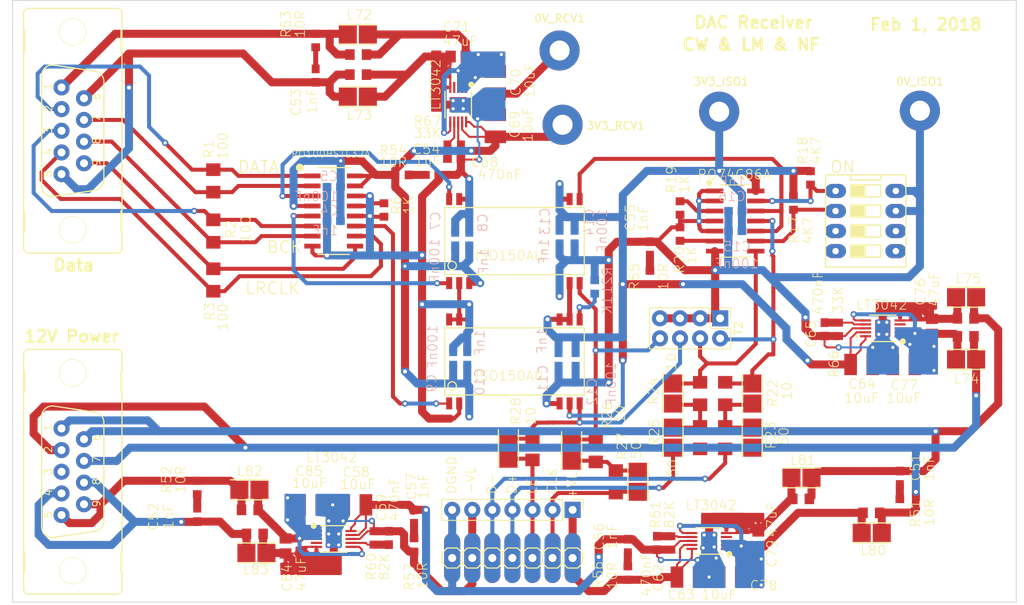
<source format=kicad_pcb>
(kicad_pcb (version 20171130) (host pcbnew "(2018-01-07 revision 6cee19d37)-makepkg")
  (title_block (title "Copper Receiver") (rev 0.1) (company "CW & LM & NF"))
  (layers (0 F.Cu signal) (31 B.Cu signal) (34 B.Paste user) (35 F.Paste user) (36 B.SilkS user) (37 F.SilkS user) (38 B.Mask user) (39 F.Mask user) (44 Edge.Cuts user))
  (net 0 "")
  (net 1 0V_RECV)
  (net 2 +3.3V_RECV)
  (net 3 0V_ISO)
  (net 4 +3.3V_ISO)
  (net 5 "Net-(C51-Pad1)")
  (net 6 "/Regulated DC Power/1_RAW_0V")
  (net 7 "/Regulated DC Power/2_RAW_0V")
  (net 8 "Net-(C52-Pad1)")
  (net 9 "Net-(C53-Pad1)")
  (net 10 0V_RAW_RECV)
  (net 11 "Net-(C54-Pad1)")
  (net 12 "Net-(C55-Pad1)")
  (net 13 DGND_DAC)
  (net 14 "Net-(C56-Pad1)")
  (net 15 "Net-(C57-Pad1)")
  (net 16 -8.2V_DAC)
  (net 17 "Net-(C59-Pad1)")
  (net 18 "Net-(C62-Pad1)")
  (net 19 +8.2V_DAC)
  (net 20 "Net-(C65-Pad1)")
  (net 21 "Net-(C68-Pad1)")
  (net 22 "Net-(C70-Pad1)")
  (net 23 "Net-(C76-Pad1)")
  (net 24 "Net-(C78-Pad1)")
  (net 25 "Net-(C84-Pad1)")
  (net 26 "Net-(IC1-Pad4)")
  (net 27 "Net-(IC2-Pad4)")
  (net 28 "Net-(IC3-Pad4)")
  (net 29 "Net-(IC4-Pad4)")
  (net 30 "Net-(IC5-Pad1)")
  (net 31 /Decoding/DATA+)
  (net 32 "Net-(IC5-Pad3)")
  (net 33 "Net-(IC5-Pad5)")
  (net 34 /Decoding/BCK+)
  (net 35 "Net-(IC5-Pad7)")
  (net 36 "Net-(IC5-Pad9)")
  (net 37 /Decoding/LRCK+)
  (net 38 "Net-(IC5-Pad11)")
  (net 39 "Net-(IC5-Pad13)")
  (net 40 "Net-(IC7-Pad13)")
  (net 41 "Net-(IC7-Pad3)")
  (net 42 /Decoding/DATA)
  (net 43 "Net-(IC7-Pad11)")
  (net 44 "Net-(IC7-Pad6)")
  (net 45 "Net-(IC7-Pad9)")
  (net 46 "Net-(IC7-Pad8)")
  (net 47 "Net-(ISO1-Pad14)")
  (net 48 "Net-(ISO2-Pad14)")
  (net 49 "Net-(ISO2-Pad15)")
  (net 50 "Net-(JP1-Pad2)")
  (net 51 "Net-(JP14-Pad2)")
  (net 52 "Net-(JP15-Pad2)")
  (net 53 "Net-(JP13-Pad2)")
  (net 54 "Net-(JP13-Pad1)")
  (net 55 /Decoding/D-)
  (net 56 /Decoding/D+)
  (net 57 5V_RAW_RECV)
  (net 58 "/Regulated DC Power/1_RAW_+12V")
  (net 59 "/Regulated DC Power/2_RAW_+12V")
  (net 60 "Net-(S1-Pad3)")
  (net 61 "Net-(S1-Pad4)")
  (net 62 "Net-(S1-Pad6)")
  (net 63 "Net-(S1-Pad5)")
  (net 64 "Net-(X1-Pad3)")
  (module Mounting_Holes:MountingHole_3.5mm (layer F.Cu) (at 165.227 62.357)
    (fp_text reference REF**)
    (fp_text value MountingHole_3mm)
    (pad 1 np_thru_hole circle (at 0 0) (size 3.5 3.5) (drill 3.5) (layers *.Cu *.Mask))
  )
  (module Mounting_Holes:MountingHole_3.5mm (layer F.Cu) (at 87.122 62.611)
    (fp_text reference REF**)
    (fp_text value MountingHole_3mm)
    (pad 1 np_thru_hole circle (at 0 0) (size 3.5 3.5) (drill 3.5) (layers *.Cu *.Mask))
  )
  (module Mounting_Holes:MountingHole_3.5mm (layer F.Cu) (at 87.249 121.92)
    (fp_text reference REF**)
    (fp_text value MountingHole_3mm)
    (pad 1 np_thru_hole circle (at 0 0) (size 3.5 3.5) (drill 3.5) (layers *.Cu *.Mask))
  )
  (module Mounting_Holes:MountingHole_3.5mm (layer F.Cu) (at 165.354 121.666)
    (fp_text reference REF**)
    (fp_text value MountingHole_3mm)
    (pad 1 np_thru_hole circle (at 0 0) (size 3.5 3.5) (drill 3.5) (layers *.Cu *.Mask))
  )
  (module "Copper Receiver Module:C1210" (layer F.Cu) (at 124.587 66.675 90)
    (fp_text reference C69 (at -1.651 3.175 90) (layer F.SilkS) (effects (font (size 1.2065 1.2065) (thickness 0.1016)) (justify left bottom)))
    (fp_text value 10uF (at -2.159 4.826 90) (layer F.SilkS) (effects (font (size 1.2065 1.2065) (thickness 0.1016)) (justify left bottom)))
    (pad 2 smd rect (at 1.4 0 90) (size 1.6 2.7) (layers F.Cu F.Paste F.Mask) (net 1 0V_RECV))
    (pad 1 smd rect (at -1.4 0 90) (size 1.6 2.7) (layers F.Cu F.Paste F.Mask) (net 2 +3.3V_RECV))
  )
  (module "Copper Receiver Module:C1210" (layer F.Cu) (at 170.939 96.901)
    (fp_text reference C64 (at -1.775 3.175) (layer F.SilkS) (effects (font (size 1.2065 1.2065) (thickness 0.1016)) (justify left bottom)))
    (fp_text value 10uF (at -2.283 4.953) (layer F.SilkS) (effects (font (size 1.2065 1.2065) (thickness 0.1016)) (justify left bottom)))
    (pad 2 smd rect (at 1.4 0) (size 1.6 2.7) (layers F.Cu F.Paste F.Mask) (net 3 0V_ISO))
    (pad 1 smd rect (at -1.4 0) (size 1.6 2.7) (layers F.Cu F.Paste F.Mask) (net 4 +3.3V_ISO))
  )
  (module "Copper Receiver Module:C1210" (layer F.Cu) (at 148.971 123.825)
    (fp_text reference C63 (at -2.667 2.921) (layer F.SilkS) (effects (font (size 1.2065 1.2065) (thickness 0.1016)) (justify left bottom)))
    (fp_text value 10uF (at 1.651 2.921) (layer F.SilkS) (effects (font (size 1.2065 1.2065) (thickness 0.1016)) (justify left bottom)))
    (pad 2 smd rect (at 1.4 0) (size 1.6 2.7) (layers F.Cu F.Paste F.Mask) (net 13 DGND_DAC))
    (pad 1 smd rect (at -1.4 0) (size 1.6 2.7) (layers F.Cu F.Paste F.Mask) (net 19 +8.2V_DAC))
  )
  (module "Copper Receiver Module:C1210" (layer F.Cu) (at 106.807 114.681 180)
    (fp_text reference C58 (at 1.651 3.429 180) (layer F.SilkS) (effects (font (size 1.2065 1.2065) (thickness 0.1016)) (justify left bottom)))
    (fp_text value 10uF (at 1.905 1.905 180) (layer F.SilkS) (effects (font (size 1.2065 1.2065) (thickness 0.1016)) (justify left bottom)))
    (pad 2 smd rect (at 1.4 0 180) (size 1.6 2.7) (layers F.Cu F.Paste F.Mask) (net 16 -8.2V_DAC))
    (pad 1 smd rect (at -1.4 0 180) (size 1.6 2.7) (layers F.Cu F.Paste F.Mask) (net 13 DGND_DAC))
  )
  (module CustomParts:TERM_07_HOLES_LARGER (layer F.Cu) (at 126.746 121.412)
    (fp_text reference T1 hide)
    (fp_text value TERM_07HOLES hide)
    (fp_text user +VL (at 8.255 -7.366 90) (layer F.SilkS) (effects (font (size 1.2065 1.2065) (thickness 0.1016)) (justify left bottom)))
    (fp_text user CLK (at 5.715 -8.001 90) (layer F.SilkS) (effects (font (size 1.2065 1.2065) (thickness 0.1016)) (justify left bottom)))
    (fp_text user LE (at 3.175 -8.001 90) (layer F.SilkS) (effects (font (size 1.2065 1.2065) (thickness 0.1016)) (justify left bottom)))
    (fp_text user D+ (at 0.635 -8.001 90) (layer F.SilkS) (effects (font (size 1.2065 1.2065) (thickness 0.1016)) (justify left bottom)))
    (fp_text user D- (at -1.905 -8.001 90) (layer F.SilkS) (effects (font (size 1.2065 1.2065) (thickness 0.1016)) (justify left bottom)))
    (fp_text user -VL (at -4.572 -8.001 90) (layer F.SilkS) (effects (font (size 1.2065 1.2065) (thickness 0.1016)) (justify left bottom)))
    (fp_text user DGND (at -6.985 -8.001 90) (layer F.SilkS) (effects (font (size 1.2065 1.2065) (thickness 0.1016)) (justify left bottom)))
    (pad +VL thru_hole oval (at 7.62 0 90) (size 6.35 2.032) (drill 1.016) (layers *.Cu *.Mask) (net 19 +8.2V_DAC))
    (pad CLK thru_hole oval (at 5.08 0 90) (size 6.35 2.032) (drill 1.016) (layers *.Cu *.Mask) (net 54 "Net-(JP13-Pad1)"))
    (pad LE thru_hole oval (at 2.54 0 90) (size 6.35 2.032) (drill 1.016) (layers *.Cu *.Mask) (net 50 "Net-(JP1-Pad2)"))
    (pad D+ thru_hole oval (at 0 0 90) (size 6.35 2.032) (drill 1.016) (layers *.Cu *.Mask) (net 56 /Decoding/D+))
    (pad D- thru_hole oval (at -2.54 0 90) (size 6.35 2.032) (drill 1.016) (layers *.Cu *.Mask) (net 55 /Decoding/D-))
    (pad -VL thru_hole oval (at -5.08 0 90) (size 6.35 2.032) (drill 1.016) (layers *.Cu *.Mask) (net 16 -8.2V_DAC))
    (pad DGND thru_hole oval (at -7.62 0 90) (size 6.35 2.032) (drill 1.016) (layers *.Cu *.Mask) (net 13 DGND_DAC))
  )
  (module "Copper Receiver Module:RESC0805_N" (layer F.Cu) (at 107.188 57.658 180)
    (fp_text reference L72 (at 1.524 4.318 180) (layer F.SilkS) (effects (font (size 1.2065 1.2065) (thickness 0.1016)) (justify left bottom)))
    (fp_text value 60/20/5)
    (pad 2 smd rect (at 1 0 180) (size 1.2 1.35) (layers F.Cu F.Paste F.Mask) (net 57 5V_RAW_RECV))
    (pad 1 smd rect (at -1.1 0 180) (size 1.2 1.35) (layers F.Cu F.Paste F.Mask) (net 22 "Net-(C70-Pad1)"))
  )
  (module CustomParts:SOLDER-JUMPER_1-WAY (layer F.Cu) (at 126.238 107.569 270)
    (fp_text reference JP1)
    (fp_text value LRCLK hide)
    (pad 1 connect rect (at -1.27 0 270) (size 2.286 2.286) (layers F.Cu F.Mask) (net 48 "Net-(ISO2-Pad14)"))
    (pad 2 connect rect (at 1.27 0 270) (size 2.286 2.286) (layers F.Cu F.Mask) (net 50 "Net-(JP1-Pad2)"))
  )
  (module CustomParts:SOLDER-JUMPER_1-WAY (layer F.Cu) (at 157.099 100.584 90)
    (fp_text reference JP2)
    (fp_text value D- hide)
    (pad 1 connect rect (at -1.27 0 90) (size 2.286 2.286) (layers F.Cu F.Mask) (net 51 "Net-(JP14-Pad2)"))
    (pad 2 connect rect (at 1.27 0 90) (size 2.286 2.286) (layers F.Cu F.Mask) (net 43 "Net-(IC7-Pad11)"))
  )
  (module CustomParts:SOLDER-JUMPER_1-WAY (layer F.Cu) (at 147.066 100.584 90)
    (fp_text reference JP3)
    (fp_text value D+ hide)
    (pad 1 connect rect (at -1.27 0 90) (size 2.286 2.286) (layers F.Cu F.Mask) (net 52 "Net-(JP15-Pad2)"))
    (pad 2 connect rect (at 1.27 0 90) (size 2.286 2.286) (layers F.Cu F.Mask) (net 46 "Net-(IC7-Pad8)"))
  )
  (module CustomParts:SOLDER-JUMPER_1-WAY (layer F.Cu) (at 134.239 107.823 90)
    (fp_text reference JP4)
    (fp_text value CLK hide)
    (pad 1 connect rect (at -1.27 0 90) (size 2.286 2.286) (layers F.Cu F.Mask) (net 53 "Net-(JP13-Pad2)"))
    (pad 2 connect rect (at 1.27 0 90) (size 2.286 2.286) (layers F.Cu F.Mask) (net 47 "Net-(ISO1-Pad14)"))
  )
  (module CustomParts:SOLDER-JUMPER_1-WAY (layer F.Cu) (at 142.621 111.76 90)
    (fp_text reference JP13)
    (fp_text value JUMPER-SMT_2_NO_SILK hide)
    (pad 1 connect rect (at -1.27 0 90) (size 2.286 2.286) (layers F.Cu F.Mask) (net 54 "Net-(JP13-Pad1)"))
    (pad 2 connect rect (at 1.27 0 90) (size 2.286 2.286) (layers F.Cu F.Mask) (net 53 "Net-(JP13-Pad2)"))
  )
  (module CustomParts:SOLDER-JUMPER_1-WAY (layer F.Cu) (at 157.099 106.172 90)
    (fp_text reference JP14)
    (fp_text value JUMPER-SMT_2_NO_SILK hide)
    (pad 1 connect rect (at -1.27 0 90) (size 2.286 2.286) (layers F.Cu F.Mask) (net 55 /Decoding/D-))
    (pad 2 connect rect (at 1.27 0 90) (size 2.286 2.286) (layers F.Cu F.Mask) (net 51 "Net-(JP14-Pad2)"))
  )
  (module CustomParts:SOLDER-JUMPER_1-WAY (layer F.Cu) (at 147.066 106.172 90)
    (fp_text reference JP15)
    (fp_text value JUMPER-SMT_2_NO_SILK hide)
    (pad 1 connect rect (at -1.27 0 90) (size 2.286 2.286) (layers F.Cu F.Mask) (net 56 /Decoding/D+))
    (pad 2 connect rect (at 1.27 0 90) (size 2.286 2.286) (layers F.Cu F.Mask) (net 52 "Net-(JP15-Pad2)"))
  )
  (module CustomParts:SOLDER-JUMPER_1-WAY (layer F.Cu) (at 107.188 55.118)
    (fp_text reference JP72)
    (fp_text value JUMPER-SMT_2_NO_SILK)
    (pad 1 connect rect (at -1.27 0) (size 2.286 2.286) (layers F.Cu F.Mask) (net 57 5V_RAW_RECV))
    (pad 2 connect rect (at 1.27 0) (size 2.286 2.286) (layers F.Cu F.Mask) (net 22 "Net-(C70-Pad1)"))
  )
  (module CustomParts:SOLDER-JUMPER_1-WAY (layer F.Cu) (at 107.188 62.992)
    (fp_text reference JP73)
    (fp_text value JUMPER-SMT_2_NO_SILK)
    (pad 1 connect rect (at -1.27 0) (size 2.286 2.286) (layers F.Cu F.Mask) (net 10 0V_RAW_RECV))
    (pad 2 connect rect (at 1.27 0) (size 2.286 2.286) (layers F.Cu F.Mask) (net 1 0V_RECV))
  )
  (module CustomParts:SOLDER-JUMPER_1-WAY (layer F.Cu) (at 184.15 96.266 180)
    (fp_text reference JP74)
    (fp_text value JUMPER-SMT_2_NO_SILK hide)
    (pad 1 connect rect (at -1.27 0 180) (size 2.286 2.286) (layers F.Cu F.Mask) (net 58 "/Regulated DC Power/1_RAW_+12V"))
    (pad 2 connect rect (at 1.27 0 180) (size 2.286 2.286) (layers F.Cu F.Mask) (net 23 "Net-(C76-Pad1)"))
  )
  (module CustomParts:SOLDER-JUMPER_1-WAY (layer F.Cu) (at 184.15 88.392 180)
    (fp_text reference JP75)
    (fp_text value JUMPER-SMT_2_NO_SILK hide)
    (pad 1 connect rect (at -1.27 0 180) (size 2.286 2.286) (layers F.Cu F.Mask) (net 6 "/Regulated DC Power/1_RAW_0V"))
    (pad 2 connect rect (at 1.27 0 180) (size 2.286 2.286) (layers F.Cu F.Mask) (net 3 0V_ISO))
  )
  (module CustomParts:SOLDER-JUMPER_1-WAY (layer F.Cu) (at 172.212 118.237 180)
    (fp_text reference JP80)
    (fp_text value JUMPER-SMT_2_NO_SILK hide)
    (pad 1 connect rect (at -1.27 0 180) (size 2.286 2.286) (layers F.Cu F.Mask) (net 58 "/Regulated DC Power/1_RAW_+12V"))
    (pad 2 connect rect (at 1.27 0 180) (size 2.286 2.286) (layers F.Cu F.Mask) (net 24 "Net-(C78-Pad1)"))
  )
  (module CustomParts:SOLDER-JUMPER_1-WAY (layer F.Cu) (at 163.322 111.252 180)
    (fp_text reference JP81)
    (fp_text value JUMPER-SMT_2_NO_SILK hide)
    (pad 1 connect rect (at -1.27 0 180) (size 2.286 2.286) (layers F.Cu F.Mask) (net 6 "/Regulated DC Power/1_RAW_0V"))
    (pad 2 connect rect (at 1.27 0 180) (size 2.286 2.286) (layers F.Cu F.Mask) (net 13 DGND_DAC))
  )
  (module CustomParts:SOLDER-JUMPER_1-WAY (layer F.Cu) (at 93.472 112.776)
    (fp_text reference JP82)
    (fp_text value JUMPER-SMT_2_NO_SILK hide)
    (pad 1 connect rect (at -1.27 0) (size 2.286 2.286) (layers F.Cu F.Mask) (net 59 "/Regulated DC Power/2_RAW_+12V"))
    (pad 2 connect rect (at 1.27 0) (size 2.286 2.286) (layers F.Cu F.Mask) (net 25 "Net-(C84-Pad1)"))
  )
  (module CustomParts:SOLDER-JUMPER_1-WAY (layer F.Cu) (at 94.361 120.777)
    (fp_text reference JP83)
    (fp_text value JUMPER-SMT_2_NO_SILK hide)
    (pad 1 connect rect (at -1.27 0) (size 2.286 2.286) (layers F.Cu F.Mask) (net 7 "/Regulated DC Power/2_RAW_0V"))
    (pad 2 connect rect (at 1.27 0) (size 2.286 2.286) (layers F.Cu F.Mask) (net 16 -8.2V_DAC))
  )
  (module CustomParts:DS-04_Larger (layer F.Cu) (at 171.45 78.74 270)
    (fp_text reference S1)
    (fp_text value DS04)
    (pad 5 thru_hole oval (at 3.81 -3.81) (size 2.6416 1.778) (drill 0.8128) (layers *.Cu *.Mask) (net 63 "Net-(S1-Pad5)"))
    (pad 6 thru_hole oval (at 1.27 -3.81) (size 2.6416 1.778) (drill 0.8128) (layers *.Cu *.Mask) (net 62 "Net-(S1-Pad6)"))
    (pad 4 thru_hole oval (at 3.81 3.81) (size 2.6416 1.778) (drill 0.8128) (layers *.Cu *.Mask) (net 61 "Net-(S1-Pad4)"))
    (pad 3 thru_hole oval (at 1.27 3.81) (size 2.6416 1.778) (drill 0.8128) (layers *.Cu *.Mask) (net 60 "Net-(S1-Pad3)"))
    (pad 8 thru_hole oval (at -3.81 -3.81) (size 2.6416 1.778) (drill 0.8128) (layers *.Cu *.Mask) (net 3 0V_ISO))
    (pad 7 thru_hole oval (at -1.27 -3.81) (size 2.6416 1.778) (drill 0.8128) (layers *.Cu *.Mask) (net 3 0V_ISO))
    (pad 2 thru_hole oval (at -1.27 3.81) (size 2.6416 1.778) (drill 0.8128) (layers *.Cu *.Mask) (net 45 "Net-(IC7-Pad9)"))
    (pad 1 thru_hole oval (at -3.81 3.81) (size 2.6416 1.778) (drill 0.8128) (layers *.Cu *.Mask) (net 40 "Net-(IC7-Pad13)"))
  )
  (module CustomParts:Header_2x4_Larger (layer F.Cu) (at 153.035 91.059 270)
    (fp_text reference T2 (at 1.27 -2.33 270) (layer F.SilkS))
    (fp_text value Conn_02x04_Counter_Clockwise)
    (pad 1 thru_hole rect (at 0 0 270) (size 2.032 2.032) (drill 1) (layers *.Cu *.Mask) (net 3 0V_ISO))
    (pad 2 thru_hole oval (at 2.54 0 270) (size 2.032 2.032) (drill 1) (layers *.Cu *.Mask) (net 43 "Net-(IC7-Pad11)"))
    (pad 3 thru_hole oval (at 0 2.54 270) (size 2.032 2.032) (drill 1) (layers *.Cu *.Mask) (net 3 0V_ISO))
    (pad 4 thru_hole oval (at 2.54 2.54 270) (size 2.032 2.032) (drill 1) (layers *.Cu *.Mask) (net 46 "Net-(IC7-Pad8)"))
    (pad 5 thru_hole oval (at 0 5.08 270) (size 2.032 2.032) (drill 1) (layers *.Cu *.Mask) (net 3 0V_ISO))
    (pad 6 thru_hole oval (at 2.54 5.08 270) (size 2.032 2.032) (drill 1) (layers *.Cu *.Mask) (net 48 "Net-(ISO2-Pad14)"))
    (pad 7 thru_hole oval (at 0 7.62 270) (size 2.032 2.032) (drill 1) (layers *.Cu *.Mask) (net 3 0V_ISO))
    (pad 8 thru_hole oval (at 2.54 7.62 270) (size 2.032 2.032) (drill 1) (layers *.Cu *.Mask) (net 47 "Net-(ISO1-Pad14)"))
  )
  (module CustomParts:SubD9_Larger (layer F.Cu) (at 71.12 110.49 90)
    (fp_text reference X1)
    (fp_text value SubD9)
    (fp_text user 9 (at -4.572 3.556 90) (layer F.SilkS) (effects (font (size 0.94107 0.94107) (thickness 0.118872)) (justify left bottom)))
    (fp_text user 8 (at -1.778 3.556 90) (layer F.SilkS) (effects (font (size 0.94107 0.94107) (thickness 0.118872)) (justify left bottom)))
    (fp_text user 7 (at 1.016 3.556 90) (layer F.SilkS) (effects (font (size 0.94107 0.94107) (thickness 0.118872)) (justify left bottom)))
    (fp_text user 6 (at 3.81 3.556 90) (layer F.SilkS) (effects (font (size 0.94107 0.94107) (thickness 0.118872)) (justify left bottom)))
    (fp_text user 5 (at -5.969 -2.54 90) (layer F.SilkS) (effects (font (size 0.94107 0.94107) (thickness 0.118872)) (justify left bottom)))
    (fp_text user 4 (at -3.175 -2.54 90) (layer F.SilkS) (effects (font (size 0.94107 0.94107) (thickness 0.118872)) (justify left bottom)))
    (fp_text user 3 (at -0.508 -2.54 90) (layer F.SilkS) (effects (font (size 0.94107 0.94107) (thickness 0.118872)) (justify left bottom)))
    (fp_text user 2 (at 2.286 -2.54 90) (layer F.SilkS) (effects (font (size 0.94107 0.94107) (thickness 0.118872)) (justify left bottom)))
    (fp_text user 1 (at 5.08 -2.54 90) (layer F.SilkS) (effects (font (size 0.94107 0.94107) (thickness 0.118872)) (justify left bottom)))
    (pad "" np_thru_hole circle (at 12.5222 0 90) (size 3.302 3.302) (drill 3.302) (layers *.Cu))
    (pad "" np_thru_hole circle (at -12.5222 0 90) (size 3.302 3.302) (drill 3.302) (layers *.Cu))
    (pad 9 thru_hole circle (at -4.1148 1.4224 90) (size 2.032 2.032) (drill 1.016) (layers *.Cu *.Mask) (net 59 "/Regulated DC Power/2_RAW_+12V"))
    (pad 8 thru_hole circle (at -1.3716 1.4224 90) (size 2.032 2.032) (drill 1.016) (layers *.Cu *.Mask) (net 7 "/Regulated DC Power/2_RAW_0V"))
    (pad 7 thru_hole circle (at 1.3716 1.4224 90) (size 2.032 2.032) (drill 1.016) (layers *.Cu *.Mask) (net 58 "/Regulated DC Power/1_RAW_+12V"))
    (pad 6 thru_hole circle (at 4.1148 1.4224 90) (size 2.032 2.032) (drill 1.016) (layers *.Cu *.Mask) (net 6 "/Regulated DC Power/1_RAW_0V"))
    (pad 5 thru_hole circle (at -5.4864 -1.4224 90) (size 2.032 2.032) (drill 1.016) (layers *.Cu *.Mask) (net 59 "/Regulated DC Power/2_RAW_+12V"))
    (pad 4 thru_hole circle (at -2.7432 -1.4224 90) (size 2.032 2.032) (drill 1.016) (layers *.Cu *.Mask) (net 7 "/Regulated DC Power/2_RAW_0V"))
    (pad 3 thru_hole circle (at 0 -1.4224 90) (size 2.032 2.032) (drill 1.016) (layers *.Cu *.Mask) (net 64 "Net-(X1-Pad3)"))
    (pad 2 thru_hole circle (at 2.7432 -1.4224 90) (size 2.032 2.032) (drill 1.016) (layers *.Cu *.Mask) (net 58 "/Regulated DC Power/1_RAW_+12V"))
    (pad 1 thru_hole circle (at 5.4864 -1.4224 90) (size 2.032 2.032) (drill 1.016) (layers *.Cu *.Mask) (net 6 "/Regulated DC Power/1_RAW_0V"))
  )
  (module CustomParts:SubD9_Larger (layer F.Cu) (at 71.12 67.31 90)
    (fp_text reference X2)
    (fp_text value SubD9)
    (fp_text user 9 (at -4.572 3.556 90) (layer F.SilkS) (effects (font (size 0.94107 0.94107) (thickness 0.118872)) (justify left bottom)))
    (fp_text user 8 (at -1.778 3.556 90) (layer F.SilkS) (effects (font (size 0.94107 0.94107) (thickness 0.118872)) (justify left bottom)))
    (fp_text user 7 (at 1.016 3.556 90) (layer F.SilkS) (effects (font (size 0.94107 0.94107) (thickness 0.118872)) (justify left bottom)))
    (fp_text user 6 (at 3.81 3.556 90) (layer F.SilkS) (effects (font (size 0.94107 0.94107) (thickness 0.118872)) (justify left bottom)))
    (fp_text user 5 (at -5.969 -2.54 90) (layer F.SilkS) (effects (font (size 0.94107 0.94107) (thickness 0.118872)) (justify left bottom)))
    (fp_text user 4 (at -3.175 -2.54 90) (layer F.SilkS) (effects (font (size 0.94107 0.94107) (thickness 0.118872)) (justify left bottom)))
    (fp_text user 3 (at -0.508 -2.54 90) (layer F.SilkS) (effects (font (size 0.94107 0.94107) (thickness 0.118872)) (justify left bottom)))
    (fp_text user 2 (at 2.286 -2.54 90) (layer F.SilkS) (effects (font (size 0.94107 0.94107) (thickness 0.118872)) (justify left bottom)))
    (fp_text user 1 (at 5.08 -2.54 90) (layer F.SilkS) (effects (font (size 0.94107 0.94107) (thickness 0.118872)) (justify left bottom)))
    (pad "" np_thru_hole circle (at 12.5222 0 90) (size 3.302 3.302) (drill 3.302) (layers *.Cu))
    (pad "" np_thru_hole circle (at -12.5222 0 90) (size 3.302 3.302) (drill 3.302) (layers *.Cu))
    (pad 9 thru_hole circle (at -4.1148 1.4224 90) (size 2.032 2.032) (drill 1.016) (layers *.Cu *.Mask) (net 36 "Net-(IC5-Pad9)"))
    (pad 8 thru_hole circle (at -1.3716 1.4224 90) (size 2.032 2.032) (drill 1.016) (layers *.Cu *.Mask) (net 35 "Net-(IC5-Pad7)"))
    (pad 7 thru_hole circle (at 1.3716 1.4224 90) (size 2.032 2.032) (drill 1.016) (layers *.Cu *.Mask) (net 31 /Decoding/DATA+))
    (pad 6 thru_hole circle (at 4.1148 1.4224 90) (size 2.032 2.032) (drill 1.016) (layers *.Cu *.Mask) (net 10 0V_RAW_RECV))
    (pad 5 thru_hole circle (at -5.4864 -1.4224 90) (size 2.032 2.032) (drill 1.016) (layers *.Cu *.Mask) (net 10 0V_RAW_RECV))
    (pad 4 thru_hole circle (at -2.7432 -1.4224 90) (size 2.032 2.032) (drill 1.016) (layers *.Cu *.Mask) (net 37 /Decoding/LRCK+))
    (pad 3 thru_hole circle (at 0 -1.4224 90) (size 2.032 2.032) (drill 1.016) (layers *.Cu *.Mask) (net 34 /Decoding/BCK+))
    (pad 2 thru_hole circle (at 2.7432 -1.4224 90) (size 2.032 2.032) (drill 1.016) (layers *.Cu *.Mask) (net 30 "Net-(IC5-Pad1)"))
    (pad 1 thru_hole circle (at 5.4864 -1.4224 90) (size 2.032 2.032) (drill 1.016) (layers *.Cu *.Mask) (net 57 5V_RAW_RECV))
  )
  (module CustomParts:SinglePad (layer F.Cu) (at 178.308 64.77)
    (fp_text reference 0V_ISO1 (at 0 -3.683) (layer F.SilkS))
    (fp_text value Conn_01x01_Female hide)
    (pad 1 thru_hole circle (at 0 0) (size 5.08 5.08) (drill 2.54) (layers *.Cu *.Mask) (net 3 0V_ISO))
  )
  (module CustomParts:SinglePad (layer F.Cu) (at 132.715 57.15)
    (fp_text reference 0V_RCV1 (at 0 -4.064) (layer F.SilkS))
    (fp_text value Conn_01x01_Female hide)
    (pad 1 thru_hole circle (at 0 0) (size 5.08 5.08) (drill 2.54) (layers *.Cu *.Mask) (net 1 0V_RECV))
  )
  (module CustomParts:SinglePad (layer F.Cu) (at 152.908 64.897)
    (fp_text reference 3V3_ISO1 (at 0.254 -3.81) (layer F.SilkS))
    (fp_text value Conn_01x01_Female hide)
    (pad 1 thru_hole circle (at 0 0) (size 5.08 5.08) (drill 2.54) (layers *.Cu *.Mask) (net 4 +3.3V_ISO))
  )
  (module CustomParts:SinglePad (layer F.Cu) (at 133.096 66.548)
    (fp_text reference 3V3_RCV1 (at 6.731 0.127) (layer F.SilkS))
    (fp_text value Conn_01x01_Female hide)
    (pad 1 thru_hole circle (at 0 0) (size 5.08 5.08) (drill 2.54) (layers *.Cu *.Mask) (net 2 +3.3V_RECV))
  )
  (module "Copper Receiver Module:C0603" (layer B.Cu) (at 121.285 81.026 90)
    (fp_text reference C8 (at 3.302 2.413 90) (layer B.SilkS) (effects (font (size 1.2065 1.2065) (thickness 0.1016)) (justify left bottom mirror)))
    (fp_text value 1nF (at -1.143 2.54 90) (layer B.SilkS) (effects (font (size 1.2065 1.2065) (thickness 0.1016)) (justify left bottom mirror)))
    (pad 2 smd rect (at 0.85 0 90) (size 1.1 1) (layers B.Cu B.Paste B.Mask) (net 1 0V_RECV))
    (pad 1 smd rect (at -0.85 0 90) (size 1.1 1) (layers B.Cu B.Paste B.Mask) (net 2 +3.3V_RECV))
  )
  (module "Copper Receiver Module:MSOP-10_MSE" (layer F.Cu) (at 119.888 64.008 270)
    (fp_text reference IC1)
    (fp_text value LT3042 (at -2.54 3.556 270) (layer F.SilkS) (effects (font (size 1.2065 1.2065) (thickness 0.1016)) (justify top)))
    (pad 11 smd rect (at 0 0 270) (size 1.9304 2.159) (layers F.Cu F.Paste F.Mask) (net 1 0V_RECV))
    (pad 10 smd rect (at 2.1844 -1.000759 270) (size 1.397 0.2794) (layers F.Cu F.Paste F.Mask) (net 2 +3.3V_RECV))
    (pad 9 smd rect (at 2.1844 -0.500381 270) (size 1.397 0.2794) (layers F.Cu F.Paste F.Mask) (net 2 +3.3V_RECV))
    (pad 8 smd rect (at 2.1844 0 270) (size 1.397 0.2794) (layers F.Cu F.Paste F.Mask) (net 1 0V_RECV))
    (pad 7 smd rect (at 2.1844 0.500381 270) (size 1.397 0.2794) (layers F.Cu F.Paste F.Mask) (net 21 "Net-(C68-Pad1)"))
    (pad 6 smd rect (at 2.1844 1.000759 270) (size 1.397 0.2794) (layers F.Cu F.Paste F.Mask) (net 22 "Net-(C70-Pad1)"))
    (pad 5 smd rect (at -2.1844 1.000759 270) (size 1.397 0.2794) (layers F.Cu F.Paste F.Mask) (net 1 0V_RECV))
    (pad 4 smd rect (at -2.1844 0.500381 270) (size 1.397 0.2794) (layers F.Cu F.Paste F.Mask) (net 26 "Net-(IC1-Pad4)"))
    (pad 3 smd rect (at -2.1844 0 270) (size 1.397 0.2794) (layers F.Cu F.Paste F.Mask) (net 22 "Net-(C70-Pad1)"))
    (pad 2 smd rect (at -2.1844 -0.500381 270) (size 1.397 0.2794) (layers F.Cu F.Paste F.Mask) (net 22 "Net-(C70-Pad1)"))
    (pad 1 smd rect (at -2.1844 -1.000759 270) (size 1.397 0.2794) (layers F.Cu F.Paste F.Mask) (net 22 "Net-(C70-Pad1)"))
  )
  (module "Copper Receiver Module:R0603" (layer F.Cu) (at 141.351 123.317 270)
    (fp_text reference R56 (at 2.032 3.048 270) (layer F.SilkS) (effects (font (size 1.2065 1.2065) (thickness 0.1016)) (justify left bottom)))
    (fp_text value 10R (at 2.159 1.27 270) (layer F.SilkS) (effects (font (size 1.2065 1.2065) (thickness 0.1016)) (justify left bottom)))
    (pad 2 smd rect (at 0.85 0 270) (size 1 1.1) (layers F.Cu F.Paste F.Mask) (net 19 +8.2V_DAC))
    (pad 1 smd rect (at -0.85 0 270) (size 1 1.1) (layers F.Cu F.Paste F.Mask) (net 14 "Net-(C56-Pad1)"))
  )
  (module "Copper Receiver Module:C0603" (layer B.Cu) (at 104.14 78.74 180)
    (fp_text reference C4 (at -0.635 0.635 180) (layer B.SilkS) (effects (font (size 1.2065 1.2065) (thickness 0.1016)) (justify left bottom mirror)))
    (fp_text value 1nF (at -0.635 -1.905 180) (layer B.SilkS) (effects (font (size 1.2065 1.2065) (thickness 0.1016)) (justify left bottom mirror)))
    (pad 2 smd rect (at 0.85 0 180) (size 1.1 1) (layers B.Cu B.Paste B.Mask) (net 1 0V_RECV))
    (pad 1 smd rect (at -0.85 0 180) (size 1.1 1) (layers B.Cu B.Paste B.Mask) (net 2 +3.3V_RECV))
  )
  (module "Copper Receiver Module:C0603" (layer B.Cu) (at 104.14 74.422 180)
    (fp_text reference C5 (at -0.635 0.635 180) (layer B.SilkS) (effects (font (size 1.2065 1.2065) (thickness 0.1016)) (justify left bottom mirror)))
    (fp_text value 100nF (at -0.635 -1.905 180) (layer B.SilkS) (effects (font (size 1.2065 1.2065) (thickness 0.1016)) (justify left bottom mirror)))
    (pad 2 smd rect (at 0.85 0 180) (size 1.1 1) (layers B.Cu B.Paste B.Mask) (net 1 0V_RECV))
    (pad 1 smd rect (at -0.85 0 180) (size 1.1 1) (layers B.Cu B.Paste B.Mask) (net 2 +3.3V_RECV))
  )
  (module "Copper Receiver Module:C0603" (layer B.Cu) (at 119.507 81.026 90)
    (fp_text reference C7 (at 3.556 -1.778 90) (layer B.SilkS) (effects (font (size 1.2065 1.2065) (thickness 0.1016)) (justify left bottom mirror)))
    (fp_text value 100nF (at 0.127 -1.905 90) (layer B.SilkS) (effects (font (size 1.2065 1.2065) (thickness 0.1016)) (justify left bottom mirror)))
    (pad 2 smd rect (at 0.85 0 90) (size 1.1 1) (layers B.Cu B.Paste B.Mask) (net 1 0V_RECV))
    (pad 1 smd rect (at -0.85 0 90) (size 1.1 1) (layers B.Cu B.Paste B.Mask) (net 2 +3.3V_RECV))
  )
  (module "Copper Receiver Module:C0603" (layer B.Cu) (at 119.253 96.139 90)
    (fp_text reference C9 (at -1.905 -2.032 90) (layer B.SilkS) (effects (font (size 1.2065 1.2065) (thickness 0.1016)) (justify left bottom mirror)))
    (fp_text value 100nF (at 4.318 -1.905 90) (layer B.SilkS) (effects (font (size 1.2065 1.2065) (thickness 0.1016)) (justify left bottom mirror)))
    (pad 2 smd rect (at 0.85 0 90) (size 1.1 1) (layers B.Cu B.Paste B.Mask) (net 1 0V_RECV))
    (pad 1 smd rect (at -0.85 0 90) (size 1.1 1) (layers B.Cu B.Paste B.Mask) (net 2 +3.3V_RECV))
  )
  (module "Copper Receiver Module:C0603" (layer B.Cu) (at 121.031 96.139 90)
    (fp_text reference C10 (at -1.143 2.286 90) (layer B.SilkS) (effects (font (size 1.2065 1.2065) (thickness 0.1016)) (justify left bottom mirror)))
    (fp_text value 1nF (at 3.683 2.286 90) (layer B.SilkS) (effects (font (size 1.2065 1.2065) (thickness 0.1016)) (justify left bottom mirror)))
    (pad 2 smd rect (at 0.85 0 90) (size 1.1 1) (layers B.Cu B.Paste B.Mask) (net 1 0V_RECV))
    (pad 1 smd rect (at -0.85 0 90) (size 1.1 1) (layers B.Cu B.Paste B.Mask) (net 2 +3.3V_RECV))
  )
  (module "Copper Receiver Module:C0603" (layer B.Cu) (at 132.588 96.266 270)
    (fp_text reference C11 (at 0.635 1.27 270) (layer B.SilkS) (effects (font (size 1.2065 1.2065) (thickness 0.1016)) (justify left bottom mirror)))
    (fp_text value 1nF (at -4.064 1.397 270) (layer B.SilkS) (effects (font (size 1.2065 1.2065) (thickness 0.1016)) (justify left bottom mirror)))
    (pad 2 smd rect (at 0.85 0 270) (size 1.1 1) (layers B.Cu B.Paste B.Mask) (net 3 0V_ISO))
    (pad 1 smd rect (at -0.85 0 270) (size 1.1 1) (layers B.Cu B.Paste B.Mask) (net 4 +3.3V_ISO))
  )
  (module "Copper Receiver Module:C0603" (layer B.Cu) (at 134.747 96.266 270)
    (fp_text reference C12 (at 2.286 -2.794 270) (layer B.SilkS) (effects (font (size 1.2065 1.2065) (thickness 0.1016)) (justify left bottom mirror)))
    (fp_text value 100nF (at 0.254 -5.207 270) (layer B.SilkS) (effects (font (size 1.2065 1.2065) (thickness 0.1016)) (justify left bottom mirror)))
    (pad 2 smd rect (at 0.85 0 270) (size 1.1 1) (layers B.Cu B.Paste B.Mask) (net 3 0V_ISO))
    (pad 1 smd rect (at -0.85 0 270) (size 1.1 1) (layers B.Cu B.Paste B.Mask) (net 4 +3.3V_ISO))
  )
  (module "Copper Receiver Module:C0603" (layer B.Cu) (at 132.715 80.772 270)
    (fp_text reference C13 (at -3.81 1.143 270) (layer B.SilkS) (effects (font (size 1.2065 1.2065) (thickness 0.1016)) (justify left bottom mirror)))
    (fp_text value 1nF (at 0.127 1.27 270) (layer B.SilkS) (effects (font (size 1.2065 1.2065) (thickness 0.1016)) (justify left bottom mirror)))
    (pad 2 smd rect (at 0.85 0 270) (size 1.1 1) (layers B.Cu B.Paste B.Mask) (net 3 0V_ISO))
    (pad 1 smd rect (at -0.85 0 270) (size 1.1 1) (layers B.Cu B.Paste B.Mask) (net 4 +3.3V_ISO))
  )
  (module "Copper Receiver Module:C0603" (layer B.Cu) (at 134.62 80.772 270)
    (fp_text reference C14 (at -3.683 -2.54 270) (layer B.SilkS) (effects (font (size 1.2065 1.2065) (thickness 0.1016)) (justify left bottom mirror)))
    (fp_text value 100nF (at -3.683 -4.191 270) (layer B.SilkS) (effects (font (size 1.2065 1.2065) (thickness 0.1016)) (justify left bottom mirror)))
    (pad 2 smd rect (at 0.85 0 270) (size 1.1 1) (layers B.Cu B.Paste B.Mask) (net 3 0V_ISO))
    (pad 1 smd rect (at -0.85 0 270) (size 1.1 1) (layers B.Cu B.Paste B.Mask) (net 4 +3.3V_ISO))
  )
  (module "Copper Receiver Module:C0603" (layer B.Cu) (at 154.94 80.01 180)
    (fp_text reference C15 (at -2.032 -2.667 180) (layer B.SilkS) (effects (font (size 1.2065 1.2065) (thickness 0.1016)) (justify left bottom mirror)))
    (fp_text value 100nF (at -3.048 -4.826 180) (layer B.SilkS) (effects (font (size 1.2065 1.2065) (thickness 0.1016)) (justify left bottom mirror)))
    (pad 2 smd rect (at 0.85 0 180) (size 1.1 1) (layers B.Cu B.Paste B.Mask) (net 3 0V_ISO))
    (pad 1 smd rect (at -0.85 0 180) (size 1.1 1) (layers B.Cu B.Paste B.Mask) (net 4 +3.3V_ISO))
  )
  (module "Copper Receiver Module:C0603" (layer B.Cu) (at 154.94 77.47 180)
    (fp_text reference C16 (at -1.397 1.143 180) (layer B.SilkS) (effects (font (size 1.2065 1.2065) (thickness 0.1016)) (justify left bottom mirror)))
    (fp_text value 1nF (at -1.397 3.048 180) (layer B.SilkS) (effects (font (size 1.2065 1.2065) (thickness 0.1016)) (justify left bottom mirror)))
    (pad 2 smd rect (at 0.85 0 180) (size 1.1 1) (layers B.Cu B.Paste B.Mask) (net 3 0V_ISO))
    (pad 1 smd rect (at -0.85 0 180) (size 1.1 1) (layers B.Cu B.Paste B.Mask) (net 4 +3.3V_ISO))
  )
  (module "Copper Receiver Module:C0603" (layer F.Cu) (at 175.768 111.252 90)
    (fp_text reference C51 (at -0.508 2.667 90) (layer F.SilkS) (effects (font (size 1.2065 1.2065) (thickness 0.1016)) (justify left bottom)))
    (fp_text value 1nF (at -0.508 4.445 90) (layer F.SilkS) (effects (font (size 1.2065 1.2065) (thickness 0.1016)) (justify left bottom)))
    (pad 2 smd rect (at 0.85 0 90) (size 1.1 1) (layers F.Cu F.Paste F.Mask) (net 6 "/Regulated DC Power/1_RAW_0V"))
    (pad 1 smd rect (at -0.85 0 90) (size 1.1 1) (layers F.Cu F.Paste F.Mask) (net 5 "Net-(C51-Pad1)"))
  )
  (module "Copper Receiver Module:C0603" (layer F.Cu) (at 86.868 115.951 270)
    (fp_text reference C52 (at 2.032 4.826 270) (layer F.SilkS) (effects (font (size 1.2065 1.2065) (thickness 0.1016)) (justify left bottom)))
    (fp_text value 1nF (at 1.905 2.921 270) (layer F.SilkS) (effects (font (size 1.2065 1.2065) (thickness 0.1016)) (justify left bottom)))
    (pad 2 smd rect (at 0.85 0 270) (size 1.1 1) (layers F.Cu F.Paste F.Mask) (net 7 "/Regulated DC Power/2_RAW_0V"))
    (pad 1 smd rect (at -0.85 0 270) (size 1.1 1) (layers F.Cu F.Paste F.Mask) (net 8 "Net-(C52-Pad1)"))
  )
  (module "Copper Receiver Module:C0603" (layer F.Cu) (at 101.854 60.325 270)
    (fp_text reference C53 (at 5.207 1.778 270) (layer F.SilkS) (effects (font (size 1.2065 1.2065) (thickness 0.1016)) (justify left bottom)))
    (fp_text value 1nF (at 4.953 -0.254 270) (layer F.SilkS) (effects (font (size 1.2065 1.2065) (thickness 0.1016)) (justify left bottom)))
    (pad 2 smd rect (at 0.85 0 270) (size 1.1 1) (layers F.Cu F.Paste F.Mask) (net 10 0V_RAW_RECV))
    (pad 1 smd rect (at -0.85 0 270) (size 1.1 1) (layers F.Cu F.Paste F.Mask) (net 9 "Net-(C53-Pad1)"))
  )
  (module "Copper Receiver Module:C0603" (layer F.Cu) (at 116.586 72.898)
    (fp_text reference C54 (at -2.54 -2.54) (layer F.SilkS) (effects (font (size 1.2065 1.2065) (thickness 0.1016)) (justify left bottom)))
    (fp_text value 1nF (at -2.286 -1.016) (layer F.SilkS) (effects (font (size 1.2065 1.2065) (thickness 0.1016)) (justify left bottom)))
    (pad 2 smd rect (at 0.85 0) (size 1.1 1) (layers F.Cu F.Paste F.Mask) (net 1 0V_RECV))
    (pad 1 smd rect (at -0.85 0) (size 1.1 1) (layers F.Cu F.Paste F.Mask) (net 11 "Net-(C54-Pad1)"))
  )
  (module "Copper Receiver Module:C0603" (layer F.Cu) (at 144.145 82.208 90)
    (fp_text reference C55 (at 2.071 -1.778 90) (layer F.SilkS) (effects (font (size 1.2065 1.2065) (thickness 0.1016)) (justify left bottom)))
    (fp_text value 1nF (at 2.071 -0.127 90) (layer F.SilkS) (effects (font (size 1.2065 1.2065) (thickness 0.1016)) (justify left bottom)))
    (pad 2 smd rect (at 0.85 0 90) (size 1.1 1) (layers F.Cu F.Paste F.Mask) (net 3 0V_ISO))
    (pad 1 smd rect (at -0.85 0 90) (size 1.1 1) (layers F.Cu F.Paste F.Mask) (net 12 "Net-(C55-Pad1)"))
  )
  (module "Copper Receiver Module:C0603" (layer F.Cu) (at 141.351 119.888 90)
    (fp_text reference C56 (at -0.635 -2.921 90) (layer F.SilkS) (effects (font (size 1.2065 1.2065) (thickness 0.1016)) (justify left bottom)))
    (fp_text value 1nF (at -0.508 -1.27 90) (layer F.SilkS) (effects (font (size 1.2065 1.2065) (thickness 0.1016)) (justify left bottom)))
    (pad 2 smd rect (at 0.85 0 90) (size 1.1 1) (layers F.Cu F.Paste F.Mask) (net 13 DGND_DAC))
    (pad 1 smd rect (at -0.85 0 90) (size 1.1 1) (layers F.Cu F.Paste F.Mask) (net 14 "Net-(C56-Pad1)"))
  )
  (module "Copper Receiver Module:C0603" (layer F.Cu) (at 114.3 116.166 90)
    (fp_text reference C57 (at 1.993 0.381 90) (layer F.SilkS) (effects (font (size 1.2065 1.2065) (thickness 0.1016)) (justify left bottom)))
    (fp_text value 1nF (at 2.12 1.905 90) (layer F.SilkS) (effects (font (size 1.2065 1.2065) (thickness 0.1016)) (justify left bottom)))
    (pad 2 smd rect (at 0.85 0 90) (size 1.1 1) (layers F.Cu F.Paste F.Mask) (net 13 DGND_DAC))
    (pad 1 smd rect (at -0.85 0 90) (size 1.1 1) (layers F.Cu F.Paste F.Mask) (net 15 "Net-(C57-Pad1)"))
  )
  (module "Copper Receiver Module:C0603" (layer F.Cu) (at 111.125 118.872 90)
    (fp_text reference C59 (at 2.032 -0.254 90) (layer F.SilkS) (effects (font (size 1.2065 1.2065) (thickness 0.1016)) (justify left bottom)))
    (fp_text value 470nF (at 2.032 1.397 90) (layer F.SilkS) (effects (font (size 1.2065 1.2065) (thickness 0.1016)) (justify left bottom)))
    (pad 2 smd rect (at 0.85 0 90) (size 1.1 1) (layers F.Cu F.Paste F.Mask) (net 16 -8.2V_DAC))
    (pad 1 smd rect (at -0.85 0 90) (size 1.1 1) (layers F.Cu F.Paste F.Mask) (net 17 "Net-(C59-Pad1)"))
  )
  (module "Copper Receiver Module:C0603" (layer F.Cu) (at 145.034 119.507 270)
    (fp_text reference C62 (at 6.223 -0.889 270) (layer F.SilkS) (effects (font (size 1.2065 1.2065) (thickness 0.1016)) (justify left bottom)))
    (fp_text value 470nF (at 6.858 0.635 270) (layer F.SilkS) (effects (font (size 1.2065 1.2065) (thickness 0.1016)) (justify left bottom)))
    (pad 2 smd rect (at 0.85 0 270) (size 1.1 1) (layers F.Cu F.Paste F.Mask) (net 13 DGND_DAC))
    (pad 1 smd rect (at -0.85 0 270) (size 1.1 1) (layers F.Cu F.Paste F.Mask) (net 18 "Net-(C62-Pad1)"))
  )
  (module "Copper Receiver Module:C0603" (layer F.Cu) (at 166.243 92.456 270)
    (fp_text reference C65 (at 2.413 1.016 270) (layer F.SilkS) (effects (font (size 1.2065 1.2065) (thickness 0.1016)) (justify left bottom)))
    (fp_text value 470nF (at -1.778 0.127 270) (layer F.SilkS) (effects (font (size 1.2065 1.2065) (thickness 0.1016)) (justify left bottom)))
    (pad 2 smd rect (at 0.85 0 270) (size 1.1 1) (layers F.Cu F.Paste F.Mask) (net 3 0V_ISO))
    (pad 1 smd rect (at -0.85 0 270) (size 1.1 1) (layers F.Cu F.Paste F.Mask) (net 20 "Net-(C65-Pad1)"))
  )
  (module "Copper Receiver Module:C0603" (layer F.Cu) (at 119.38 70.866)
    (fp_text reference C68 (at 2.032 1.143) (layer F.SilkS) (effects (font (size 1.2065 1.2065) (thickness 0.1016)) (justify left bottom)))
    (fp_text value 470nF (at 2.921 2.667) (layer F.SilkS) (effects (font (size 1.2065 1.2065) (thickness 0.1016)) (justify left bottom)))
    (pad 2 smd rect (at 0.85 0) (size 1.1 1) (layers F.Cu F.Paste F.Mask) (net 1 0V_RECV))
    (pad 1 smd rect (at -0.85 0) (size 1.1 1) (layers F.Cu F.Paste F.Mask) (net 21 "Net-(C68-Pad1)"))
  )
  (module "Copper Receiver Module:C1210" (layer F.Cu) (at 124.587 61.214 270)
    (fp_text reference C70 (at 1.778 -3.302 270) (layer F.SilkS) (effects (font (size 1.2065 1.2065) (thickness 0.1016)) (justify left bottom)))
    (fp_text value 10uF (at 2.032 -5.08 270) (layer F.SilkS) (effects (font (size 1.2065 1.2065) (thickness 0.1016)) (justify left bottom)))
    (pad 2 smd rect (at 1.4 0 270) (size 1.6 2.7) (layers F.Cu F.Paste F.Mask) (net 1 0V_RECV))
    (pad 1 smd rect (at -1.4 0 270) (size 1.6 2.7) (layers F.Cu F.Paste F.Mask) (net 22 "Net-(C70-Pad1)"))
  )
  (module "Copper Receiver Module:C0805" (layer F.Cu) (at 119.888 57.912 180)
    (fp_text reference C71 (at 2.032 3.048 180) (layer F.SilkS) (effects (font (size 1.2065 1.2065) (thickness 0.1016)) (justify left bottom)))
    (fp_text value 47uF (at 2.032 1.27 180) (layer F.SilkS) (effects (font (size 1.2065 1.2065) (thickness 0.1016)) (justify left bottom)))
    (pad 2 smd rect (at 0.95 0 180) (size 1.3 1.5) (layers F.Cu F.Paste F.Mask) (net 1 0V_RECV))
    (pad 1 smd rect (at -0.95 0 180) (size 1.3 1.5) (layers F.Cu F.Paste F.Mask) (net 22 "Net-(C70-Pad1)"))
  )
  (module "Copper Receiver Module:C0805" (layer F.Cu) (at 179.832 92.075 90)
    (fp_text reference C76 (at 2.54 -0.762 90) (layer F.SilkS) (effects (font (size 1.2065 1.2065) (thickness 0.1016)) (justify left bottom)))
    (fp_text value 47uF (at 2.413 1.016 90) (layer F.SilkS) (effects (font (size 1.2065 1.2065) (thickness 0.1016)) (justify left bottom)))
    (pad 2 smd rect (at 0.95 0 90) (size 1.3 1.5) (layers F.Cu F.Paste F.Mask) (net 3 0V_ISO))
    (pad 1 smd rect (at -0.95 0 90) (size 1.3 1.5) (layers F.Cu F.Paste F.Mask) (net 23 "Net-(C76-Pad1)"))
  )
  (module "Copper Receiver Module:C1210" (layer F.Cu) (at 176.276 96.901 180)
    (fp_text reference C77 (at 1.778 -3.302 180) (layer F.SilkS) (effects (font (size 1.2065 1.2065) (thickness 0.1016)) (justify left bottom)))
    (fp_text value 10uF (at 2.286 -4.953 180) (layer F.SilkS) (effects (font (size 1.2065 1.2065) (thickness 0.1016)) (justify left bottom)))
    (pad 2 smd rect (at 1.4 0 180) (size 1.6 2.7) (layers F.Cu F.Paste F.Mask) (net 3 0V_ISO))
    (pad 1 smd rect (at -1.4 0 180) (size 1.6 2.7) (layers F.Cu F.Paste F.Mask) (net 23 "Net-(C76-Pad1)"))
  )
  (module "Copper Receiver Module:C1210" (layer F.Cu) (at 154.305 123.825 180)
    (fp_text reference C78 (at -2.413 -1.778 180) (layer F.SilkS) (effects (font (size 1.2065 1.2065) (thickness 0.1016)) (justify left bottom)))
    (fp_text value 10uF)
    (pad 2 smd rect (at 1.4 0 180) (size 1.6 2.7) (layers F.Cu F.Paste F.Mask) (net 13 DGND_DAC))
    (pad 1 smd rect (at -1.4 0 180) (size 1.6 2.7) (layers F.Cu F.Paste F.Mask) (net 24 "Net-(C78-Pad1)"))
  )
  (module "Copper Receiver Module:C0805" (layer F.Cu) (at 157.861 118.999 90)
    (fp_text reference C79 (at -3.683 2.413 90) (layer F.SilkS) (effects (font (size 1.2065 1.2065) (thickness 0.1016)) (justify left bottom)))
    (fp_text value 47uF (at 0.127 2.413 90) (layer F.SilkS) (effects (font (size 1.2065 1.2065) (thickness 0.1016)) (justify left bottom)))
    (pad 2 smd rect (at 0.95 0 90) (size 1.3 1.5) (layers F.Cu F.Paste F.Mask) (net 13 DGND_DAC))
    (pad 1 smd rect (at -0.95 0 90) (size 1.3 1.5) (layers F.Cu F.Paste F.Mask) (net 24 "Net-(C78-Pad1)"))
  )
  (module "Copper Receiver Module:C0805" (layer F.Cu) (at 98.044 119.888 270)
    (fp_text reference C84 (at 5.842 -0.889 270) (layer F.SilkS) (effects (font (size 1.2065 1.2065) (thickness 0.1016)) (justify left bottom)))
    (fp_text value 47uF (at 5.842 -2.667 270) (layer F.SilkS) (effects (font (size 1.2065 1.2065) (thickness 0.1016)) (justify left bottom)))
    (pad 2 smd rect (at 0.95 0 270) (size 1.3 1.5) (layers F.Cu F.Paste F.Mask) (net 16 -8.2V_DAC))
    (pad 1 smd rect (at -0.95 0 270) (size 1.3 1.5) (layers F.Cu F.Paste F.Mask) (net 25 "Net-(C84-Pad1)"))
  )
  (module "Copper Receiver Module:C1210" (layer F.Cu) (at 101.219 114.681)
    (fp_text reference C85 (at -2.032 -3.556) (layer F.SilkS) (effects (font (size 1.2065 1.2065) (thickness 0.1016)) (justify left bottom)))
    (fp_text value 10uF (at -2.413 -2.032) (layer F.SilkS) (effects (font (size 1.2065 1.2065) (thickness 0.1016)) (justify left bottom)))
    (pad 2 smd rect (at 1.4 0) (size 1.6 2.7) (layers F.Cu F.Paste F.Mask) (net 16 -8.2V_DAC))
    (pad 1 smd rect (at -1.4 0) (size 1.6 2.7) (layers F.Cu F.Paste F.Mask) (net 25 "Net-(C84-Pad1)"))
  )
  (module "Copper Receiver Module:MSOP-10_MSE" (layer F.Cu) (at 151.638 119.253 180)
    (fp_text reference IC2)
    (fp_text value LT3042 (at -0.254 5.207 180) (layer F.SilkS) (effects (font (size 1.2065 1.2065) (thickness 0.1016)) (justify top)))
    (pad 11 smd rect (at 0 0 180) (size 1.9304 2.159) (layers F.Cu F.Paste F.Mask) (net 13 DGND_DAC))
    (pad 10 smd rect (at 2.1844 -1.000759 180) (size 1.397 0.2794) (layers F.Cu F.Paste F.Mask) (net 19 +8.2V_DAC))
    (pad 9 smd rect (at 2.1844 -0.500381 180) (size 1.397 0.2794) (layers F.Cu F.Paste F.Mask) (net 19 +8.2V_DAC))
    (pad 8 smd rect (at 2.1844 0 180) (size 1.397 0.2794) (layers F.Cu F.Paste F.Mask) (net 13 DGND_DAC))
    (pad 7 smd rect (at 2.1844 0.500381 180) (size 1.397 0.2794) (layers F.Cu F.Paste F.Mask) (net 18 "Net-(C62-Pad1)"))
    (pad 6 smd rect (at 2.1844 1.000759 180) (size 1.397 0.2794) (layers F.Cu F.Paste F.Mask) (net 24 "Net-(C78-Pad1)"))
    (pad 5 smd rect (at -2.1844 1.000759 180) (size 1.397 0.2794) (layers F.Cu F.Paste F.Mask) (net 13 DGND_DAC))
    (pad 4 smd rect (at -2.1844 0.500381 180) (size 1.397 0.2794) (layers F.Cu F.Paste F.Mask) (net 27 "Net-(IC2-Pad4)"))
    (pad 3 smd rect (at -2.1844 0 180) (size 1.397 0.2794) (layers F.Cu F.Paste F.Mask) (net 24 "Net-(C78-Pad1)"))
    (pad 2 smd rect (at -2.1844 -0.500381 180) (size 1.397 0.2794) (layers F.Cu F.Paste F.Mask) (net 24 "Net-(C78-Pad1)"))
    (pad 1 smd rect (at -2.1844 -1.000759 180) (size 1.397 0.2794) (layers F.Cu F.Paste F.Mask) (net 24 "Net-(C78-Pad1)"))
  )
  (module "Copper Receiver Module:MSOP-10_MSE" (layer F.Cu) (at 104.14 118.999)
    (fp_text reference IC3)
    (fp_text value LT3042 (at -0.254 -11.049) (layer F.SilkS) (effects (font (size 1.2065 1.2065) (thickness 0.1016)) (justify top)))
    (pad 11 smd rect (at 0 0) (size 1.9304 2.159) (layers F.Cu F.Paste F.Mask) (net 16 -8.2V_DAC))
    (pad 10 smd rect (at 2.1844 -1.000759) (size 1.397 0.2794) (layers F.Cu F.Paste F.Mask) (net 13 DGND_DAC))
    (pad 9 smd rect (at 2.1844 -0.500381) (size 1.397 0.2794) (layers F.Cu F.Paste F.Mask) (net 13 DGND_DAC))
    (pad 8 smd rect (at 2.1844 0) (size 1.397 0.2794) (layers F.Cu F.Paste F.Mask) (net 16 -8.2V_DAC))
    (pad 7 smd rect (at 2.1844 0.500381) (size 1.397 0.2794) (layers F.Cu F.Paste F.Mask) (net 17 "Net-(C59-Pad1)"))
    (pad 6 smd rect (at 2.1844 1.000759) (size 1.397 0.2794) (layers F.Cu F.Paste F.Mask) (net 25 "Net-(C84-Pad1)"))
    (pad 5 smd rect (at -2.1844 1.000759) (size 1.397 0.2794) (layers F.Cu F.Paste F.Mask) (net 16 -8.2V_DAC))
    (pad 4 smd rect (at -2.1844 0.500381) (size 1.397 0.2794) (layers F.Cu F.Paste F.Mask) (net 28 "Net-(IC3-Pad4)"))
    (pad 3 smd rect (at -2.1844 0) (size 1.397 0.2794) (layers F.Cu F.Paste F.Mask) (net 25 "Net-(C84-Pad1)"))
    (pad 2 smd rect (at -2.1844 -0.500381) (size 1.397 0.2794) (layers F.Cu F.Paste F.Mask) (net 25 "Net-(C84-Pad1)"))
    (pad 1 smd rect (at -2.1844 -1.000759) (size 1.397 0.2794) (layers F.Cu F.Paste F.Mask) (net 25 "Net-(C84-Pad1)"))
  )
  (module "Copper Receiver Module:MSOP-10_MSE" (layer F.Cu) (at 173.609 92.329 180)
    (fp_text reference IC4)
    (fp_text value LT3042 (at 0.127 3.683 180) (layer F.SilkS) (effects (font (size 1.2065 1.2065) (thickness 0.1016)) (justify top)))
    (pad 11 smd rect (at 0 0 180) (size 1.9304 2.159) (layers F.Cu F.Paste F.Mask) (net 3 0V_ISO))
    (pad 10 smd rect (at 2.1844 -1.000759 180) (size 1.397 0.2794) (layers F.Cu F.Paste F.Mask) (net 4 +3.3V_ISO))
    (pad 9 smd rect (at 2.1844 -0.500381 180) (size 1.397 0.2794) (layers F.Cu F.Paste F.Mask) (net 4 +3.3V_ISO))
    (pad 8 smd rect (at 2.1844 0 180) (size 1.397 0.2794) (layers F.Cu F.Paste F.Mask) (net 3 0V_ISO))
    (pad 7 smd rect (at 2.1844 0.500381 180) (size 1.397 0.2794) (layers F.Cu F.Paste F.Mask) (net 20 "Net-(C65-Pad1)"))
    (pad 6 smd rect (at 2.1844 1.000759 180) (size 1.397 0.2794) (layers F.Cu F.Paste F.Mask) (net 23 "Net-(C76-Pad1)"))
    (pad 5 smd rect (at -2.1844 1.000759 180) (size 1.397 0.2794) (layers F.Cu F.Paste F.Mask) (net 3 0V_ISO))
    (pad 4 smd rect (at -2.1844 0.500381 180) (size 1.397 0.2794) (layers F.Cu F.Paste F.Mask) (net 29 "Net-(IC4-Pad4)"))
    (pad 3 smd rect (at -2.1844 0 180) (size 1.397 0.2794) (layers F.Cu F.Paste F.Mask) (net 23 "Net-(C76-Pad1)"))
    (pad 2 smd rect (at -2.1844 -0.500381 180) (size 1.397 0.2794) (layers F.Cu F.Paste F.Mask) (net 23 "Net-(C76-Pad1)"))
    (pad 1 smd rect (at -2.1844 -1.000759 180) (size 1.397 0.2794) (layers F.Cu F.Paste F.Mask) (net 23 "Net-(C76-Pad1)"))
  )
  (module "Copper Receiver Module:SOIC-16" (layer F.Cu) (at 104.14 77.47)
    (fp_text reference IC5)
    (fp_text value PO100HSTL32A (at -0.381 -7.747) (layer F.SilkS) (effects (font (size 0.889 0.889) (thickness 0.0762)) (justify top)))
    (pad 16 smd rect (at 2.7 -4.445) (size 2.0574 0.6096) (layers F.Cu F.Paste F.Mask) (net 2 +3.3V_RECV))
    (pad 15 smd rect (at 2.7 -3.175) (size 2.0574 0.6096) (layers F.Cu F.Paste F.Mask) (net 2 +3.3V_RECV))
    (pad 14 smd rect (at 2.7 -1.905) (size 2.0574 0.6096) (layers F.Cu F.Paste F.Mask) (net 1 0V_RECV))
    (pad 13 smd rect (at 2.7 -0.635) (size 2.0574 0.6096) (layers F.Cu F.Paste F.Mask) (net 39 "Net-(IC5-Pad13)"))
    (pad 12 smd rect (at 2.7 0.635) (size 2.0574 0.6096) (layers F.Cu F.Paste F.Mask) (net 1 0V_RECV))
    (pad 11 smd rect (at 2.7 1.905) (size 2.0574 0.6096) (layers F.Cu F.Paste F.Mask) (net 38 "Net-(IC5-Pad11)"))
    (pad 10 smd rect (at 2.7 3.175) (size 2.0574 0.6096) (layers F.Cu F.Paste F.Mask) (net 37 /Decoding/LRCK+))
    (pad 9 smd rect (at 2.7 4.445) (size 2.0574 0.6096) (layers F.Cu F.Paste F.Mask) (net 36 "Net-(IC5-Pad9)"))
    (pad 8 smd rect (at -2.7 4.445) (size 2.0574 0.6096) (layers F.Cu F.Paste F.Mask) (net 1 0V_RECV))
    (pad 7 smd rect (at -2.7 3.175) (size 2.0574 0.6096) (layers F.Cu F.Paste F.Mask) (net 35 "Net-(IC5-Pad7)"))
    (pad 6 smd rect (at -2.7 1.905) (size 2.0574 0.6096) (layers F.Cu F.Paste F.Mask) (net 34 /Decoding/BCK+))
    (pad 5 smd rect (at -2.7 0.635) (size 2.0574 0.6096) (layers F.Cu F.Paste F.Mask) (net 33 "Net-(IC5-Pad5)"))
    (pad 4 smd rect (at -2.7 -0.635) (size 2.0574 0.6096) (layers F.Cu F.Paste F.Mask) (net 2 +3.3V_RECV))
    (pad 3 smd rect (at -2.7 -1.905) (size 2.0574 0.6096) (layers F.Cu F.Paste F.Mask) (net 32 "Net-(IC5-Pad3)"))
    (pad 2 smd rect (at -2.7 -3.175) (size 2.0574 0.6096) (layers F.Cu F.Paste F.Mask) (net 31 /Decoding/DATA+))
    (pad 1 smd rect (at -2.7 -4.445) (size 2.0574 0.6096) (layers F.Cu F.Paste F.Mask) (net 30 "Net-(IC5-Pad1)"))
  )
  (module "Copper Receiver Module:SO-14" (layer F.Cu) (at 154.94 78.74 270)
    (fp_text reference IC7)
    (fp_text value PO74G86A (at -6.604 0.127) (layer F.SilkS) (effects (font (size 1.2065 1.2065) (thickness 0.1016)) (justify top)))
    (pad 8 smd rect (at 3.81 -2.6 270) (size 0.6 2.2) (layers F.Cu F.Paste F.Mask) (net 46 "Net-(IC7-Pad8)"))
    (pad 10 smd rect (at 1.27 -2.6 270) (size 0.6 2.2) (layers F.Cu F.Paste F.Mask) (net 42 /Decoding/DATA))
    (pad 7 smd rect (at 3.81 2.6 270) (size 0.6 2.2) (layers F.Cu F.Paste F.Mask) (net 3 0V_ISO))
    (pad 5 smd rect (at 1.27 2.6 270) (size 0.6 2.2) (layers F.Cu F.Paste F.Mask) (net 3 0V_ISO))
    (pad 9 smd rect (at 2.54 -2.6 270) (size 0.6 2.2) (layers F.Cu F.Paste F.Mask) (net 45 "Net-(IC7-Pad9)"))
    (pad 6 smd rect (at 2.54 2.6 270) (size 0.6 2.2) (layers F.Cu F.Paste F.Mask) (net 44 "Net-(IC7-Pad6)"))
    (pad 11 smd rect (at 0 -2.6 270) (size 0.6 2.2) (layers F.Cu F.Paste F.Mask) (net 43 "Net-(IC7-Pad11)"))
    (pad 12 smd rect (at -1.27 -2.6 270) (size 0.6 2.2) (layers F.Cu F.Paste F.Mask) (net 42 /Decoding/DATA))
    (pad 14 smd rect (at -3.81 -2.6 270) (size 0.6 2.2) (layers F.Cu F.Paste F.Mask) (net 4 +3.3V_ISO))
    (pad 4 smd rect (at 0 2.6 270) (size 0.6 2.2) (layers F.Cu F.Paste F.Mask) (net 3 0V_ISO))
    (pad 3 smd rect (at -1.27 2.6 270) (size 0.6 2.2) (layers F.Cu F.Paste F.Mask) (net 41 "Net-(IC7-Pad3)"))
    (pad 1 smd rect (at -3.81 2.6 270) (size 0.6 2.2) (layers F.Cu F.Paste F.Mask) (net 3 0V_ISO))
    (pad 13 smd rect (at -2.54 -2.6 270) (size 0.6 2.2) (layers F.Cu F.Paste F.Mask) (net 40 "Net-(IC7-Pad13)"))
    (pad 2 smd rect (at -2.54 2.6 270) (size 0.6 2.2) (layers F.Cu F.Paste F.Mask) (net 3 0V_ISO))
  )
  (module "Copper Receiver Module:SO28-3-ISO150" (layer F.Cu) (at 127 81.28)
    (fp_text reference ISO1)
    (fp_text value ISO150AU hide)
    (fp_text user ISO150AU (at -5.08 2.54) (layer F.SilkS) (effects (font (size 1.2065 1.2065) (thickness 0.1016)) (justify left bottom)))
    (pad 28 smd rect (at -8.255 -5.315) (size 0.762 1.524) (layers F.Cu F.Paste F.Mask) (net 32 "Net-(IC5-Pad3)"))
    (pad 27 smd rect (at -6.985 -5.315) (size 0.762 1.524) (layers F.Cu F.Paste F.Mask) (net 1 0V_RECV))
    (pad 26 smd rect (at -5.715 -5.315) (size 0.762 1.524) (layers F.Cu F.Paste F.Mask) (net 1 0V_RECV))
    (pad 12 smd rect (at 5.715 5.315) (size 0.762 1.524) (layers F.Cu F.Paste F.Mask) (net 3 0V_ISO))
    (pad 13 smd rect (at 6.985 5.315) (size 0.762 1.524) (layers F.Cu F.Paste F.Mask) (net 4 +3.3V_ISO))
    (pad 14 smd rect (at 8.255 5.315) (size 0.762 1.524) (layers F.Cu F.Paste F.Mask) (net 47 "Net-(ISO1-Pad14)"))
    (pad 15 smd rect (at 8.255 -5.315) (size 0.762 1.524) (layers F.Cu F.Paste F.Mask) (net 42 /Decoding/DATA))
    (pad 16 smd rect (at 6.985 -5.315) (size 0.762 1.524) (layers F.Cu F.Paste F.Mask) (net 4 +3.3V_ISO))
    (pad 17 smd rect (at 5.715 -5.315) (size 0.762 1.524) (layers F.Cu F.Paste F.Mask) (net 4 +3.3V_ISO))
    (pad 3 smd rect (at -5.715 5.315) (size 0.762 1.524) (layers F.Cu F.Paste F.Mask) (net 2 +3.3V_RECV))
    (pad 2 smd rect (at -6.985 5.315) (size 0.762 1.524) (layers F.Cu F.Paste F.Mask) (net 1 0V_RECV))
    (pad 1 smd rect (at -8.255 5.315) (size 0.762 1.524) (layers F.Cu F.Paste F.Mask) (net 33 "Net-(IC5-Pad5)"))
  )
  (module "Copper Receiver Module:SO28-3-ISO150" (layer F.Cu) (at 127 96.52)
    (fp_text reference ISO2)
    (fp_text value ISO150AU hide)
    (fp_text user ISO150AU (at -5.08 2.54) (layer F.SilkS) (effects (font (size 1.2065 1.2065) (thickness 0.1016)) (justify left bottom)))
    (pad 28 smd rect (at -8.255 -5.315) (size 0.762 1.524) (layers F.Cu F.Paste F.Mask) (net 1 0V_RECV))
    (pad 27 smd rect (at -6.985 -5.315) (size 0.762 1.524) (layers F.Cu F.Paste F.Mask) (net 1 0V_RECV))
    (pad 26 smd rect (at -5.715 -5.315) (size 0.762 1.524) (layers F.Cu F.Paste F.Mask) (net 1 0V_RECV))
    (pad 12 smd rect (at 5.715 5.315) (size 0.762 1.524) (layers F.Cu F.Paste F.Mask) (net 3 0V_ISO))
    (pad 13 smd rect (at 6.985 5.315) (size 0.762 1.524) (layers F.Cu F.Paste F.Mask) (net 4 +3.3V_ISO))
    (pad 14 smd rect (at 8.255 5.315) (size 0.762 1.524) (layers F.Cu F.Paste F.Mask) (net 48 "Net-(ISO2-Pad14)"))
    (pad 15 smd rect (at 8.255 -5.315) (size 0.762 1.524) (layers F.Cu F.Paste F.Mask) (net 49 "Net-(ISO2-Pad15)"))
    (pad 16 smd rect (at 6.985 -5.315) (size 0.762 1.524) (layers F.Cu F.Paste F.Mask) (net 4 +3.3V_ISO))
    (pad 17 smd rect (at 5.715 -5.315) (size 0.762 1.524) (layers F.Cu F.Paste F.Mask) (net 4 +3.3V_ISO))
    (pad 3 smd rect (at -5.715 5.315) (size 0.762 1.524) (layers F.Cu F.Paste F.Mask) (net 2 +3.3V_RECV))
    (pad 2 smd rect (at -6.985 5.315) (size 0.762 1.524) (layers F.Cu F.Paste F.Mask) (net 1 0V_RECV))
    (pad 1 smd rect (at -8.255 5.315) (size 0.762 1.524) (layers F.Cu F.Paste F.Mask) (net 38 "Net-(IC5-Pad11)"))
  )
  (module "Copper Receiver Module:RESC0805_N" (layer F.Cu) (at 107.188 60.198 180)
    (fp_text reference L73 (at 1.524 -5.842 180) (layer F.SilkS) (effects (font (size 1.2065 1.2065) (thickness 0.1016)) (justify left bottom)))
    (fp_text value 60/20/5)
    (pad 2 smd rect (at 1 0 180) (size 1.2 1.35) (layers F.Cu F.Paste F.Mask) (net 10 0V_RAW_RECV))
    (pad 1 smd rect (at -1.1 0 180) (size 1.2 1.35) (layers F.Cu F.Paste F.Mask) (net 1 0V_RECV))
  )
  (module "Copper Receiver Module:RESC0805_N" (layer F.Cu) (at 184.15 93.345)
    (fp_text reference L74 (at -1.651 6.096) (layer F.SilkS) (effects (font (size 1.2065 1.2065) (thickness 0.1016)) (justify left bottom)))
    (fp_text value 60/20/5)
    (pad 2 smd rect (at 1 0) (size 1.2 1.35) (layers F.Cu F.Paste F.Mask) (net 58 "/Regulated DC Power/1_RAW_+12V"))
    (pad 1 smd rect (at -1.1 0) (size 1.2 1.35) (layers F.Cu F.Paste F.Mask) (net 23 "Net-(C76-Pad1)"))
  )
  (module "Copper Receiver Module:RESC0805_N" (layer F.Cu) (at 184.15 91.059)
    (fp_text reference L75 (at -1.397 -4.318) (layer F.SilkS) (effects (font (size 1.2065 1.2065) (thickness 0.1016)) (justify left bottom)))
    (fp_text value 60/20/5)
    (pad 2 smd rect (at 1 0) (size 1.2 1.35) (layers F.Cu F.Paste F.Mask) (net 6 "/Regulated DC Power/1_RAW_0V"))
    (pad 1 smd rect (at -1.1 0) (size 1.2 1.35) (layers F.Cu F.Paste F.Mask) (net 3 0V_ISO))
  )
  (module "Copper Receiver Module:RESC0805_N" (layer F.Cu) (at 172.212 115.697)
    (fp_text reference L80 (at -1.524 5.461) (layer F.SilkS) (effects (font (size 1.2065 1.2065) (thickness 0.1016)) (justify left bottom)))
    (fp_text value 60/20/5)
    (pad 2 smd rect (at 1 0) (size 1.2 1.35) (layers F.Cu F.Paste F.Mask) (net 58 "/Regulated DC Power/1_RAW_+12V"))
    (pad 1 smd rect (at -1.1 0) (size 1.2 1.35) (layers F.Cu F.Paste F.Mask) (net 24 "Net-(C78-Pad1)"))
  )
  (module "Copper Receiver Module:RESC0805_N" (layer F.Cu) (at 163.322 113.919)
    (fp_text reference L81 (at -1.524 -4.191) (layer F.SilkS) (effects (font (size 1.2065 1.2065) (thickness 0.1016)) (justify left bottom)))
    (fp_text value 60/20/5)
    (pad 2 smd rect (at 1 0) (size 1.2 1.35) (layers F.Cu F.Paste F.Mask) (net 6 "/Regulated DC Power/1_RAW_0V"))
    (pad 1 smd rect (at -1.1 0) (size 1.2 1.35) (layers F.Cu F.Paste F.Mask) (net 13 DGND_DAC))
  )
  (module "Copper Receiver Module:RESC0805_N" (layer F.Cu) (at 93.472 115.316 180)
    (fp_text reference L82 (at 1.651 4.191 180) (layer F.SilkS) (effects (font (size 1.2065 1.2065) (thickness 0.1016)) (justify left bottom)))
    (fp_text value 60/20/5)
    (pad 2 smd rect (at 1 0 180) (size 1.2 1.35) (layers F.Cu F.Paste F.Mask) (net 59 "/Regulated DC Power/2_RAW_+12V"))
    (pad 1 smd rect (at -1.1 0 180) (size 1.2 1.35) (layers F.Cu F.Paste F.Mask) (net 25 "Net-(C84-Pad1)"))
  )
  (module "Copper Receiver Module:RESC0805_N" (layer F.Cu) (at 94.107 118.364 180)
    (fp_text reference L83 (at 1.524 -5.207 180) (layer F.SilkS) (effects (font (size 1.2065 1.2065) (thickness 0.1016)) (justify left bottom)))
    (fp_text value 60/20/5)
    (pad 2 smd rect (at 1 0 180) (size 1.2 1.35) (layers F.Cu F.Paste F.Mask) (net 7 "/Regulated DC Power/2_RAW_0V"))
    (pad 1 smd rect (at -1.1 0 180) (size 1.2 1.35) (layers F.Cu F.Paste F.Mask) (net 16 -8.2V_DAC))
  )
  (module "Copper Receiver Module:R1206" (layer F.Cu) (at 88.9 73.66 270)
    (fp_text reference R1 (at -2.794 -0.127 270) (layer F.SilkS) (effects (font (size 1.2065 1.2065) (thickness 0.1016)) (justify left bottom)))
    (fp_text value 100 (at -2.667 -1.905 270) (layer F.SilkS) (effects (font (size 1.2065 1.2065) (thickness 0.1016)) (justify left bottom)))
    (pad 1 smd rect (at -1.422 0 270) (size 1.6 1.803) (layers F.Cu F.Paste F.Mask) (net 30 "Net-(IC5-Pad1)"))
    (pad 2 smd rect (at 1.422 0 270) (size 1.6 1.803) (layers F.Cu F.Paste F.Mask) (net 31 /Decoding/DATA+))
  )
  (module "Copper Receiver Module:R1206" (layer F.Cu) (at 88.9 80.01 270)
    (fp_text reference R2 (at 1.016 -2.921 270) (layer F.SilkS) (effects (font (size 1.2065 1.2065) (thickness 0.1016)) (justify left bottom)))
    (fp_text value 100 (at 1.524 -4.826 270) (layer F.SilkS) (effects (font (size 1.2065 1.2065) (thickness 0.1016)) (justify left bottom)))
    (pad 1 smd rect (at -1.422 0 270) (size 1.6 1.803) (layers F.Cu F.Paste F.Mask) (net 34 /Decoding/BCK+))
    (pad 2 smd rect (at 1.422 0 270) (size 1.6 1.803) (layers F.Cu F.Paste F.Mask) (net 35 "Net-(IC5-Pad7)"))
  )
  (module "Copper Receiver Module:R1206" (layer F.Cu) (at 88.9 86.208 270)
    (fp_text reference R3 (at 5.232 -0.254 270) (layer F.SilkS) (effects (font (size 1.2065 1.2065) (thickness 0.1016)) (justify left bottom)))
    (fp_text value 100 (at 6.502 -1.905 270) (layer F.SilkS) (effects (font (size 1.2065 1.2065) (thickness 0.1016)) (justify left bottom)))
    (pad 1 smd rect (at -1.422 0 270) (size 1.6 1.803) (layers F.Cu F.Paste F.Mask) (net 36 "Net-(IC5-Pad9)"))
    (pad 2 smd rect (at 1.422 0 270) (size 1.6 1.803) (layers F.Cu F.Paste F.Mask) (net 37 /Decoding/LRCK+))
  )
  (module "Copper Receiver Module:R0603" (layer F.Cu) (at 110.49 77.343 90)
    (fp_text reference R6 (at -0.635 2.286 90) (layer F.SilkS) (effects (font (size 1.2065 1.2065) (thickness 0.1016)) (justify left bottom)))
    (fp_text value 1K (at -0.635 3.81 90) (layer F.SilkS) (effects (font (size 1.2065 1.2065) (thickness 0.1016)) (justify left bottom)))
    (pad 2 smd rect (at 0.85 0 90) (size 1 1.1) (layers F.Cu F.Paste F.Mask) (net 39 "Net-(IC5-Pad13)"))
    (pad 1 smd rect (at -0.85 0 90) (size 1 1.1) (layers F.Cu F.Paste F.Mask) (net 1 0V_RECV))
  )
  (module "Copper Receiver Module:R0603" (layer F.Cu) (at 162.306 76.454 270)
    (fp_text reference R17 (at 5.207 -0.762 270) (layer F.SilkS) (effects (font (size 1.2065 1.2065) (thickness 0.1016)) (justify left bottom)))
    (fp_text value 4K7 (at 5.334 -2.54 270) (layer F.SilkS) (effects (font (size 1.2065 1.2065) (thickness 0.1016)) (justify left bottom)))
    (pad 2 smd rect (at 0.85 0 270) (size 1 1.1) (layers F.Cu F.Paste F.Mask) (net 45 "Net-(IC7-Pad9)"))
    (pad 1 smd rect (at -0.85 0 270) (size 1 1.1) (layers F.Cu F.Paste F.Mask) (net 4 +3.3V_ISO))
  )
  (module "Copper Receiver Module:R0603" (layer F.Cu) (at 164.465 73.279 270)
    (fp_text reference R18 (at -1.651 0.254 270) (layer F.SilkS) (effects (font (size 1.2065 1.2065) (thickness 0.1016)) (justify left bottom)))
    (fp_text value 4K7 (at -1.651 -1.397 270) (layer F.SilkS) (effects (font (size 1.2065 1.2065) (thickness 0.1016)) (justify left bottom)))
    (pad 2 smd rect (at 0.85 0 270) (size 1 1.1) (layers F.Cu F.Paste F.Mask) (net 40 "Net-(IC7-Pad13)"))
    (pad 1 smd rect (at -0.85 0 270) (size 1 1.1) (layers F.Cu F.Paste F.Mask) (net 4 +3.3V_ISO))
  )
  (module "Copper Receiver Module:R0603" (layer F.Cu) (at 147.955 77.089 90)
    (fp_text reference R19 (at 1.778 -0.381 90) (layer F.SilkS) (effects (font (size 1.2065 1.2065) (thickness 0.1016)) (justify left bottom)))
    (fp_text value 1K (at 1.778 1.27 90) (layer F.SilkS) (effects (font (size 1.2065 1.2065) (thickness 0.1016)) (justify left bottom)))
    (pad 2 smd rect (at 0.85 0 90) (size 1 1.1) (layers F.Cu F.Paste F.Mask) (net 41 "Net-(IC7-Pad3)"))
    (pad 1 smd rect (at -0.85 0 90) (size 1 1.1) (layers F.Cu F.Paste F.Mask) (net 3 0V_ISO))
  )
  (module "Copper Receiver Module:R0603" (layer F.Cu) (at 147.955 80.391 270)
    (fp_text reference R20 (at 5.08 -0.635 270) (layer F.SilkS) (effects (font (size 1.2065 1.2065) (thickness 0.1016)) (justify left bottom)))
    (fp_text value 1K (at 3.937 -2.159 270) (layer F.SilkS) (effects (font (size 1.2065 1.2065) (thickness 0.1016)) (justify left bottom)))
    (pad 2 smd rect (at 0.85 0 270) (size 1 1.1) (layers F.Cu F.Paste F.Mask) (net 44 "Net-(IC7-Pad6)"))
    (pad 1 smd rect (at -0.85 0 270) (size 1 1.1) (layers F.Cu F.Paste F.Mask) (net 3 0V_ISO))
  )
  (module "Copper Receiver Module:R0603" (layer B.Cu) (at 137.16 87.083 270)
    (fp_text reference R21 (at -2.628 -2.286 270) (layer B.SilkS) (effects (font (size 1.2065 1.2065) (thickness 0.1016)) (justify left bottom mirror)))
    (fp_text value 1K (at 1.055 -2.286 270) (layer B.SilkS) (effects (font (size 1.2065 1.2065) (thickness 0.1016)) (justify left bottom mirror)))
    (pad 2 smd rect (at 0.85 0 270) (size 1 1.1) (layers B.Cu B.Paste B.Mask) (net 49 "Net-(ISO2-Pad15)"))
    (pad 1 smd rect (at -0.85 0 270) (size 1 1.1) (layers B.Cu B.Paste B.Mask) (net 3 0V_ISO))
  )
  (module "Copper Receiver Module:R1206" (layer F.Cu) (at 153.67 100.584 90)
    (fp_text reference R22 (at -1.778 6.731 90) (layer F.SilkS) (effects (font (size 1.2065 1.2065) (thickness 0.1016)) (justify left bottom)))
    (fp_text value 10 (at -0.889 8.509 90) (layer F.SilkS) (effects (font (size 1.2065 1.2065) (thickness 0.1016)) (justify left bottom)))
    (pad 1 smd rect (at -1.422 0 90) (size 1.6 1.803) (layers F.Cu F.Paste F.Mask) (net 51 "Net-(JP14-Pad2)"))
    (pad 2 smd rect (at 1.422 0 90) (size 1.6 1.803) (layers F.Cu F.Paste F.Mask) (net 43 "Net-(IC7-Pad11)"))
  )
  (module "Copper Receiver Module:R1206" (layer F.Cu) (at 153.67 106.172 90)
    (fp_text reference R23 (at -1.524 6.477 90) (layer F.SilkS) (effects (font (size 1.2065 1.2065) (thickness 0.1016)) (justify left bottom)))
    (fp_text value 50 (at -1.016 8.128 90) (layer F.SilkS) (effects (font (size 1.2065 1.2065) (thickness 0.1016)) (justify left bottom)))
    (pad 1 smd rect (at -1.422 0 90) (size 1.6 1.803) (layers F.Cu F.Paste F.Mask) (net 55 /Decoding/D-))
    (pad 2 smd rect (at 1.422 0 90) (size 1.6 1.803) (layers F.Cu F.Paste F.Mask) (net 51 "Net-(JP14-Pad2)"))
  )
  (module "Copper Receiver Module:R1206" (layer F.Cu) (at 150.495 100.584 90)
    (fp_text reference R24 (at -1.524 -5.207 90) (layer F.SilkS) (effects (font (size 1.2065 1.2065) (thickness 0.1016)) (justify left bottom)))
    (fp_text value 10 (at 2.794 -2.921 90) (layer F.SilkS) (effects (font (size 1.2065 1.2065) (thickness 0.1016)) (justify left bottom)))
    (pad 1 smd rect (at -1.422 0 90) (size 1.6 1.803) (layers F.Cu F.Paste F.Mask) (net 52 "Net-(JP15-Pad2)"))
    (pad 2 smd rect (at 1.422 0 90) (size 1.6 1.803) (layers F.Cu F.Paste F.Mask) (net 46 "Net-(IC7-Pad8)"))
  )
  (module "Copper Receiver Module:R1206" (layer F.Cu) (at 150.495 106.172 90)
    (fp_text reference R25 (at -1.143 -5.08 90) (layer F.SilkS) (effects (font (size 1.2065 1.2065) (thickness 0.1016)) (justify left bottom)))
    (fp_text value 50 (at -5.08 -2.794 90) (layer F.SilkS) (effects (font (size 1.2065 1.2065) (thickness 0.1016)) (justify left bottom)))
    (pad 1 smd rect (at -1.422 0 90) (size 1.6 1.803) (layers F.Cu F.Paste F.Mask) (net 56 /Decoding/D+))
    (pad 2 smd rect (at 1.422 0 90) (size 1.6 1.803) (layers F.Cu F.Paste F.Mask) (net 52 "Net-(JP15-Pad2)"))
  )
  (module "Copper Receiver Module:R1206" (layer F.Cu) (at 137.287 107.823 270)
    (fp_text reference R26 (at -2.667 -2.159 270) (layer F.SilkS) (effects (font (size 1.2065 1.2065) (thickness 0.1016)) (justify left bottom)))
    (fp_text value 10 (at -3.429 -3.81 270) (layer F.SilkS) (effects (font (size 1.2065 1.2065) (thickness 0.1016)) (justify left bottom)))
    (pad 1 smd rect (at -1.422 0 270) (size 1.6 1.803) (layers F.Cu F.Paste F.Mask) (net 47 "Net-(ISO1-Pad14)"))
    (pad 2 smd rect (at 1.422 0 270) (size 1.6 1.803) (layers F.Cu F.Paste F.Mask) (net 53 "Net-(JP13-Pad2)"))
  )
  (module "Copper Receiver Module:R1206" (layer F.Cu) (at 139.827 111.76 270)
    (fp_text reference R27 (at -2.667 -1.524 270) (layer F.SilkS) (effects (font (size 1.2065 1.2065) (thickness 0.1016)) (justify left bottom)))
    (fp_text value 50 (at -2.794 -3.302 270) (layer F.SilkS) (effects (font (size 1.2065 1.2065) (thickness 0.1016)) (justify left bottom)))
    (pad 1 smd rect (at -1.422 0 270) (size 1.6 1.803) (layers F.Cu F.Paste F.Mask) (net 53 "Net-(JP13-Pad2)"))
    (pad 2 smd rect (at 1.422 0 270) (size 1.6 1.803) (layers F.Cu F.Paste F.Mask) (net 54 "Net-(JP13-Pad1)"))
  )
  (module "Copper Receiver Module:R1206" (layer F.Cu) (at 129.286 107.569 270)
    (fp_text reference R28 (at -2.921 1.397 270) (layer F.SilkS) (effects (font (size 1.2065 1.2065) (thickness 0.1016)) (justify left bottom)))
    (fp_text value 10 (at -2.921 -0.508 270) (layer F.SilkS) (effects (font (size 1.2065 1.2065) (thickness 0.1016)) (justify left bottom)))
    (pad 1 smd rect (at -1.422 0 270) (size 1.6 1.803) (layers F.Cu F.Paste F.Mask) (net 48 "Net-(ISO2-Pad14)"))
    (pad 2 smd rect (at 1.422 0 270) (size 1.6 1.803) (layers F.Cu F.Paste F.Mask) (net 50 "Net-(JP1-Pad2)"))
  )
  (module "Copper Receiver Module:R0603" (layer F.Cu) (at 175.768 114.808 270)
    (fp_text reference R51 (at 2.794 -2.667 270) (layer F.SilkS) (effects (font (size 1.2065 1.2065) (thickness 0.1016)) (justify left bottom)))
    (fp_text value 10R (at 2.667 -4.445 270) (layer F.SilkS) (effects (font (size 1.2065 1.2065) (thickness 0.1016)) (justify left bottom)))
    (pad 2 smd rect (at 0.85 0 270) (size 1 1.1) (layers F.Cu F.Paste F.Mask) (net 58 "/Regulated DC Power/1_RAW_+12V"))
    (pad 1 smd rect (at -0.85 0 270) (size 1 1.1) (layers F.Cu F.Paste F.Mask) (net 5 "Net-(C51-Pad1)"))
  )
  (module "Copper Receiver Module:R0603" (layer F.Cu) (at 86.868 112.483 90)
    (fp_text reference R52 (at -0.801 -3.175 90) (layer F.SilkS) (effects (font (size 1.2065 1.2065) (thickness 0.1016)) (justify left bottom)))
    (fp_text value 10R (at -0.801 -1.397 90) (layer F.SilkS) (effects (font (size 1.2065 1.2065) (thickness 0.1016)) (justify left bottom)))
    (pad 2 smd rect (at 0.85 0 90) (size 1 1.1) (layers F.Cu F.Paste F.Mask) (net 59 "/Regulated DC Power/2_RAW_+12V"))
    (pad 1 smd rect (at -0.85 0 90) (size 1 1.1) (layers F.Cu F.Paste F.Mask) (net 8 "Net-(C52-Pad1)"))
  )
  (module "Copper Receiver Module:R0603" (layer F.Cu) (at 101.854 55.88 90)
    (fp_text reference R53 (at 0.254 -3.048 90) (layer F.SilkS) (effects (font (size 1.2065 1.2065) (thickness 0.1016)) (justify left bottom)))
    (fp_text value 10R (at 0.254 -1.27 90) (layer F.SilkS) (effects (font (size 1.2065 1.2065) (thickness 0.1016)) (justify left bottom)))
    (pad 2 smd rect (at 0.85 0 90) (size 1 1.1) (layers F.Cu F.Paste F.Mask) (net 57 5V_RAW_RECV))
    (pad 1 smd rect (at -0.85 0 90) (size 1 1.1) (layers F.Cu F.Paste F.Mask) (net 9 "Net-(C53-Pad1)"))
  )
  (module "Copper Receiver Module:R0603" (layer F.Cu) (at 112.776 72.898 180)
    (fp_text reference R54 (at 2.921 2.413 180) (layer F.SilkS) (effects (font (size 1.2065 1.2065) (thickness 0.1016)) (justify left bottom)))
    (fp_text value 10R (at 2.921 0.889 180) (layer F.SilkS) (effects (font (size 1.2065 1.2065) (thickness 0.1016)) (justify left bottom)))
    (pad 2 smd rect (at 0.85 0 180) (size 1 1.1) (layers F.Cu F.Paste F.Mask) (net 2 +3.3V_RECV))
    (pad 1 smd rect (at -0.85 0 180) (size 1 1.1) (layers F.Cu F.Paste F.Mask) (net 11 "Net-(C54-Pad1)"))
  )
  (module "Copper Receiver Module:R0603" (layer F.Cu) (at 144.145 85.891 270)
    (fp_text reference R55 (at 1.739 1.27 270) (layer F.SilkS) (effects (font (size 1.2065 1.2065) (thickness 0.1016)) (justify left bottom)))
    (fp_text value 10R (at 1.739 -2.413 270) (layer F.SilkS) (effects (font (size 1.2065 1.2065) (thickness 0.1016)) (justify left bottom)))
    (pad 2 smd rect (at 0.85 0 270) (size 1 1.1) (layers F.Cu F.Paste F.Mask) (net 4 +3.3V_ISO))
    (pad 1 smd rect (at -0.85 0 270) (size 1 1.1) (layers F.Cu F.Paste F.Mask) (net 12 "Net-(C55-Pad1)"))
  )
  (module "Copper Receiver Module:R0603" (layer F.Cu) (at 114.3 119.761 90)
    (fp_text reference R57 (at -5.842 0.127 90) (layer F.SilkS) (effects (font (size 1.2065 1.2065) (thickness 0.1016)) (justify left bottom)))
    (fp_text value 10R (at -5.715 1.778 90) (layer F.SilkS) (effects (font (size 1.2065 1.2065) (thickness 0.1016)) (justify left bottom)))
    (pad 2 smd rect (at 0.85 0 90) (size 1 1.1) (layers F.Cu F.Paste F.Mask) (net 15 "Net-(C57-Pad1)"))
    (pad 1 smd rect (at -0.85 0 90) (size 1 1.1) (layers F.Cu F.Paste F.Mask) (net 16 -8.2V_DAC))
  )
  (module "Copper Receiver Module:R0603" (layer F.Cu) (at 109.22 118.872 270)
    (fp_text reference R60 (at 5.461 -0.381 270) (layer F.SilkS) (effects (font (size 1.2065 1.2065) (thickness 0.1016)) (justify left bottom)))
    (fp_text value 82K (at 5.461 -2.032 270) (layer F.SilkS) (effects (font (size 1.2065 1.2065) (thickness 0.1016)) (justify left bottom)))
    (pad 2 smd rect (at 0.85 0 270) (size 1 1.1) (layers F.Cu F.Paste F.Mask) (net 17 "Net-(C59-Pad1)"))
    (pad 1 smd rect (at -0.85 0 270) (size 1 1.1) (layers F.Cu F.Paste F.Mask) (net 16 -8.2V_DAC))
  )
  (module "Copper Receiver Module:R0603" (layer F.Cu) (at 146.812 119.507 90)
    (fp_text reference R61 (at 1.778 -1.27 90) (layer F.SilkS) (effects (font (size 1.2065 1.2065) (thickness 0.1016)) (justify left bottom)))
    (fp_text value 82K (at 1.778 0.508 90) (layer F.SilkS) (effects (font (size 1.2065 1.2065) (thickness 0.1016)) (justify left bottom)))
    (pad 2 smd rect (at 0.85 0 90) (size 1 1.1) (layers F.Cu F.Paste F.Mask) (net 18 "Net-(C62-Pad1)"))
    (pad 1 smd rect (at -0.85 0 90) (size 1 1.1) (layers F.Cu F.Paste F.Mask) (net 13 DGND_DAC))
  )
  (module "Copper Receiver Module:R0603" (layer F.Cu) (at 119.38 69.088 180)
    (fp_text reference R67 (at 5.207 2.286 180) (layer F.SilkS) (effects (font (size 1.2065 1.2065) (thickness 0.1016)) (justify left bottom)))
    (fp_text value 33K (at 5.207 0.762 180) (layer F.SilkS) (effects (font (size 1.2065 1.2065) (thickness 0.1016)) (justify left bottom)))
    (pad 2 smd rect (at 0.85 0 180) (size 1 1.1) (layers F.Cu F.Paste F.Mask) (net 21 "Net-(C68-Pad1)"))
    (pad 1 smd rect (at -0.85 0 180) (size 1 1.1) (layers F.Cu F.Paste F.Mask) (net 1 0V_RECV))
  )
  (module "Copper Receiver Module:R0603" (layer F.Cu) (at 168.021 92.456 90)
    (fp_text reference R66 (at -6.223 0.127 90) (layer F.SilkS) (effects (font (size 1.2065 1.2065) (thickness 0.1016)) (justify left bottom)))
    (fp_text value 33K (at 1.905 0.635 90) (layer F.SilkS) (effects (font (size 1.2065 1.2065) (thickness 0.1016)) (justify left bottom)))
    (pad 2 smd rect (at 0.85 0 90) (size 1 1.1) (layers F.Cu F.Paste F.Mask) (net 20 "Net-(C65-Pad1)"))
    (pad 1 smd rect (at -0.85 0 90) (size 1 1.1) (layers F.Cu F.Paste F.Mask) (net 3 0V_ISO))
  )
  (module CustomParts:Pin_Header_1x7_Larger (layer F.Cu) (at 134.366 115.316 270)
    (fp_text reference T3 hide)
    (fp_text value Conn_01x07)
    (pad 1 thru_hole rect (at 0 0 270) (size 2.032 2.032) (drill 1) (layers *.Cu *.Mask) (net 19 +8.2V_DAC))
    (pad 2 thru_hole oval (at 0 2.54 270) (size 2.032 2.032) (drill 1) (layers *.Cu *.Mask) (net 54 "Net-(JP13-Pad1)"))
    (pad 3 thru_hole oval (at 0 5.08 270) (size 2.032 2.032) (drill 1) (layers *.Cu *.Mask) (net 50 "Net-(JP1-Pad2)"))
    (pad 4 thru_hole oval (at 0 7.62 270) (size 2.032 2.032) (drill 1) (layers *.Cu *.Mask) (net 56 /Decoding/D+))
    (pad 5 thru_hole oval (at 0 10.16 270) (size 2.032 2.032) (drill 1) (layers *.Cu *.Mask) (net 55 /Decoding/D-))
    (pad 6 thru_hole oval (at 0 12.7 270) (size 2.032 2.032) (drill 1) (layers *.Cu *.Mask) (net 16 -8.2V_DAC))
    (pad 7 thru_hole oval (at 0 15.24 270) (size 2.032 2.032) (drill 1) (layers *.Cu *.Mask) (net 13 DGND_DAC))
  )
  (gr_text ON (at 168.529 71.882) (layer F.SilkS) (effects (font (size 1.5 1.5) (thickness 0.127))))
  (gr_text BCK (at 97.917 82.042) (layer F.SilkS) (effects (font (size 1.5 1.5) (thickness 0.127))))
  (gr_text DATA (at 94.615 71.882) (layer F.SilkS) (effects (font (size 1.5 1.5) (thickness 0.127))))
  (gr_text LRCLK (at 96.393 87.249) (layer F.SilkS) (effects (font (size 1.5 1.5) (thickness 0.127))))
  (gr_text Data (at 71.247 84.328) (layer F.SilkS) (effects (font (size 1.5 1.5) (thickness 0.3))))
  (gr_text "12V Power" (at 70.993 93.345) (layer F.SilkS) (effects (font (size 1.5 1.5) (thickness 0.3))))
  (gr_text "Feb 1, 2018" (at 179.07 53.848) (layer F.SilkS) (effects (font (size 1.5 1.5) (thickness 0.3))))
  (gr_text "CW & LM & NF" (at 156.972 56.388) (layer F.SilkS) (effects (font (size 1.5 1.5) (thickness 0.3))))
  (gr_text "DAC Receiver" (at 157.226 53.594) (layer F.SilkS) (effects (font (size 1.5 1.5) (thickness 0.3))))
  (gr_line (start 190.5 50.8) (end 63.5 50.8) (layer Edge.Cuts) (width 0.1))
  (gr_line (start 190.5 127) (end 190.5 50.8) (layer Edge.Cuts) (width 0.1))
  (gr_line (start 63.5 127) (end 190.5 127) (layer Edge.Cuts) (width 0.1))
  (gr_line (start 63.5 50.8) (end 63.5 127) (layer Edge.Cuts) (width 0.1))
  (via (at 119.253 64.516) (size 0.8) (drill 0.4) (layers F.Cu B.Cu) (net 1))
  (via (at 120.523 64.516) (size 0.8) (drill 0.4) (layers F.Cu B.Cu) (net 1))
  (via (at 120.523 63.5) (size 0.8) (drill 0.4) (layers F.Cu B.Cu) (net 1))
  (via (at 119.253 63.5) (size 0.8) (drill 0.4) (layers F.Cu B.Cu) (net 1))
  (segment (start 120.888759 66.1924) (end 121.3104 66.1924) (width 0.254) (layer F.Cu) (net 2))
  (segment (start 121.3104 66.1924) (end 121.92 66.802) (width 0.254) (layer F.Cu) (net 2))
  (segment (start 121.92 66.802) (end 122.764 66.802) (width 0.254) (layer F.Cu) (net 2))
  (segment (start 122.764 66.802) (end 124.037 68.075) (width 0.254) (layer F.Cu) (net 2))
  (segment (start 124.037 68.075) (end 124.587 68.075) (width 0.254) (layer F.Cu) (net 2))
  (segment (start 121.288 68.075) (end 124.587 68.075) (width 0.254) (layer F.Cu) (net 2))
  (via (at 173.101 93.091) (size 0.8) (drill 0.4) (layers F.Cu B.Cu) (net 3))
  (via (at 173.101 91.567) (size 0.8) (drill 0.4) (layers F.Cu B.Cu) (net 3))
  (via (at 174.117 91.567) (size 0.8) (drill 0.4) (layers F.Cu B.Cu) (net 3))
  (via (at 174.117 93.091) (size 0.8) (drill 0.4) (layers F.Cu B.Cu) (net 3))
  (via (at 174.879 94.742) (size 0.8) (drill 0.4) (layers F.Cu B.Cu) (net 3))
  (segment (start 171.4246 93.329759) (end 171.4246 93.7514) (width 0.254) (layer F.Cu) (net 4))
  (segment (start 171.4246 93.7514) (end 170.815 94.361) (width 0.254) (layer F.Cu) (net 4))
  (segment (start 170.815 94.361) (end 170.815 95.075) (width 0.254) (layer F.Cu) (net 4))
  (segment (start 170.815 95.075) (end 169.539 96.351) (width 0.254) (layer F.Cu) (net 4))
  (segment (start 169.539 96.351) (end 169.539 96.901) (width 0.254) (layer F.Cu) (net 4))
  (segment (start 169.539 93.605) (end 169.539 96.901) (width 0.254) (layer F.Cu) (net 4))
  (segment (start 93.107 118.364) (end 93.107 120.761) (width 1.016) (layer F.Cu) (net 7))
  (segment (start 93.107 120.761) (end 93.091 120.777) (width 1.016) (layer F.Cu) (net 7))
  (segment (start 89.75 116.801) (end 91.313 118.364) (width 1.016) (layer F.Cu) (net 7))
  (segment (start 86.868 116.801) (end 89.75 116.801) (width 1.016) (layer F.Cu) (net 7))
  (segment (start 91.313 118.364) (end 93.107 118.364) (width 1.016) (layer F.Cu) (net 7))
  (segment (start 106.834941 117.094) (end 106.834941 116.603059) (width 0.254) (layer F.Cu) (net 13))
  (segment (start 106.834941 116.603059) (end 108.207 115.231) (width 0.254) (layer F.Cu) (net 13))
  (segment (start 108.207 115.231) (end 108.207 114.681) (width 0.254) (layer F.Cu) (net 13))
  (segment (start 106.3244 117.998241) (end 106.3244 117.604541) (width 0.254) (layer F.Cu) (net 13))
  (segment (start 106.3244 117.604541) (end 106.834941 117.094) (width 0.254) (layer F.Cu) (net 13))
  (segment (start 107.297315 118.498619) (end 108.207 117.588934) (width 0.254) (layer F.Cu) (net 13))
  (segment (start 106.3244 118.498619) (end 107.297315 118.498619) (width 0.254) (layer F.Cu) (net 13))
  (segment (start 108.207 117.588934) (end 108.207 114.681) (width 0.254) (layer F.Cu) (net 13))
  (via (at 152.527 121.412) (size 0.8) (drill 0.4) (layers F.Cu B.Cu) (net 13))
  (via (at 151.638 123.825) (size 0.8) (drill 0.4) (layers F.Cu B.Cu) (net 13))
  (via (at 150.876 120.142) (size 0.8) (drill 0.4) (layers F.Cu B.Cu) (net 13))
  (via (at 152.273 120.015) (size 0.8) (drill 0.4) (layers F.Cu B.Cu) (net 13))
  (via (at 152.273 118.491) (size 0.8) (drill 0.4) (layers F.Cu B.Cu) (net 13))
  (via (at 151.003 118.491) (size 0.8) (drill 0.4) (layers F.Cu B.Cu) (net 13))
  (segment (start 95.631 120.777) (end 97.983 120.777) (width 1.016) (layer F.Cu) (net 16))
  (segment (start 97.983 120.777) (end 98.044 120.838) (width 1.016) (layer F.Cu) (net 16))
  (segment (start 95.207 118.364) (end 95.207 120.353) (width 1.016) (layer F.Cu) (net 16))
  (segment (start 95.207 120.353) (end 95.631 120.777) (width 1.016) (layer F.Cu) (net 16))
  (segment (start 108.966 116.713) (end 108.458 116.713) (width 0.254) (layer B.Cu) (net 16))
  (segment (start 108.458 116.713) (end 108.4444 116.7266) (width 0.254) (layer B.Cu) (net 16))
  (via (at 108.966 116.713) (size 0.8) (drill 0.4) (layers F.Cu B.Cu) (net 16))
  (segment (start 109.189515 116.936515) (end 108.966 116.713) (width 0.254) (layer F.Cu) (net 16))
  (segment (start 109.22 116.936515) (end 109.189515 116.936515) (width 0.254) (layer F.Cu) (net 16))
  (via (at 103.505 116.713) (size 0.8) (drill 0.4) (layers F.Cu B.Cu) (net 16))
  (via (at 104.013 114.681) (size 0.8) (drill 0.4) (layers F.Cu B.Cu) (net 16))
  (via (at 104.775 118.364) (size 0.8) (drill 0.4) (layers F.Cu B.Cu) (net 16))
  (via (at 104.775 119.761) (size 0.8) (drill 0.4) (layers F.Cu B.Cu) (net 16))
  (via (at 103.505 119.761) (size 0.8) (drill 0.4) (layers F.Cu B.Cu) (net 16))
  (via (at 103.505 118.364) (size 0.8) (drill 0.4) (layers F.Cu B.Cu) (net 16))
  (segment (start 122.348 65.786) (end 124.076 65.786) (width 0.254) (layer F.Cu) (net 1))
  (segment (start 124.076 65.786) (end 124.587 65.275) (width 0.254) (layer F.Cu) (net 1))
  (segment (start 124.587 62.614) (end 127.251 62.614) (width 1.016) (layer F.Cu) (net 1))
  (segment (start 124.587 62.614) (end 124.587 64.008) (width 1.016) (layer F.Cu) (net 1))
  (segment (start 124.587 65.275) (end 124.587 64.008) (width 1.016) (layer F.Cu) (net 1))
  (segment (start 119.888 64.008) (end 124.587 64.008) (width 1.016) (layer F.Cu) (net 1))
  (segment (start 122.555 70.958) (end 120.322 70.958) (width 0.254) (layer F.Cu) (net 1))
  (segment (start 120.322 70.958) (end 120.23 70.866) (width 0.254) (layer F.Cu) (net 1))
  (segment (start 122.555 68.834) (end 122.555 70.958) (width 0.254) (layer B.Cu) (net 1))
  (segment (start 122.555 70.866) (end 122.555 70.958) (width 0.254) (layer B.Cu) (net 1))
  (via (at 122.555 70.958) (size 0.8) (drill 0.4) (layers F.Cu B.Cu) (net 1))
  (segment (start 122.348 68.627) (end 122.555 68.834) (width 0.254) (layer B.Cu) (net 1))
  (segment (start 122.348 65.786) (end 122.348 68.627) (width 0.254) (layer B.Cu) (net 1))
  (via (at 122.348 65.786) (size 0.8) (drill 0.4) (layers F.Cu B.Cu) (net 1))
  (segment (start 120.388381 67.175381) (end 121.288 68.075) (width 0.254) (layer F.Cu) (net 2))
  (segment (start 120.388381 66.1924) (end 120.388381 67.175381) (width 0.254) (layer F.Cu) (net 2))
  (segment (start 124.587 68.075) (end 131.569 68.075) (width 1.016) (layer F.Cu) (net 2))
  (segment (start 131.569 68.075) (end 133.096 66.548) (width 1.016) (layer F.Cu) (net 2))
  (segment (start 123.952 69.85) (end 124.587 69.215) (width 1.016) (layer F.Cu) (net 2))
  (segment (start 121.539 69.85) (end 123.952 69.85) (width 1.016) (layer F.Cu) (net 2))
  (segment (start 124.587 69.215) (end 124.587 68.075) (width 1.016) (layer F.Cu) (net 2))
  (via (at 121.539 69.85) (size 0.906399) (drill 0.499999) (layers F.Cu B.Cu) (net 2))
  (segment (start 114.3 69.85) (end 121.539 69.85) (width 1.016) (layer B.Cu) (net 2))
  (segment (start 172.339 94.742) (end 172.339 96.901) (width 0.254) (layer F.Cu) (net 3))
  (segment (start 173.609 96.901) (end 172.339 96.901) (width 1.016) (layer F.Cu) (net 3))
  (segment (start 173.609 96.901) (end 174.876 96.901) (width 1.016) (layer F.Cu) (net 3))
  (segment (start 173.609 92.329) (end 173.609 96.901) (width 1.016) (layer F.Cu) (net 3))
  (segment (start 178.308 75.6412) (end 178.308 64.77) (width 1.016) (layer B.Cu) (net 3))
  (segment (start 147.955 91.059) (end 145.415 91.059) (width 1.016) (layer F.Cu) (net 3))
  (segment (start 150.495 91.059) (end 147.955 91.059) (width 1.016) (layer F.Cu) (net 3))
  (segment (start 153.035 91.059) (end 150.495 91.059) (width 1.016) (layer F.Cu) (net 3))
  (segment (start 152.4 84.963) (end 152.4 90.424) (width 1.016) (layer F.Cu) (net 3))
  (segment (start 152.4 90.424) (end 153.035 91.059) (width 1.016) (layer F.Cu) (net 3))
  (segment (start 138.938 83.693) (end 137.16 83.693) (width 1.016) (layer B.Cu) (net 3))
  (segment (start 137.16 83.693) (end 134.62 83.693) (width 1.016) (layer B.Cu) (net 3))
  (segment (start 137.16 83.693) (end 137.16 86.233) (width 1.016) (layer B.Cu) (net 3))
  (segment (start 134.62 99.187) (end 132.715 99.187) (width 1.016) (layer B.Cu) (net 3))
  (segment (start 138.938 99.187) (end 134.62 99.187) (width 1.016) (layer B.Cu) (net 3))
  (segment (start 134.747 97.116) (end 134.747 99.06) (width 1.016) (layer B.Cu) (net 3))
  (segment (start 134.747 99.06) (end 134.62 99.187) (width 1.016) (layer B.Cu) (net 3))
  (segment (start 132.715 99.187) (end 132.588 99.06) (width 1.016) (layer B.Cu) (net 3))
  (segment (start 132.588 99.06) (end 132.588 97.116) (width 1.016) (layer B.Cu) (net 3))
  (segment (start 131.064 101.854) (end 132.696 101.854) (width 0.635) (layer F.Cu) (net 3))
  (segment (start 132.696 101.854) (end 132.715 101.835) (width 0.635) (layer F.Cu) (net 3))
  (via (at 131.064 101.854) (size 0.906399) (drill 0.499999) (layers F.Cu B.Cu) (net 3))
  (segment (start 131.064 100.838) (end 131.064 101.854) (width 1.016) (layer B.Cu) (net 3))
  (segment (start 132.715 99.187) (end 131.064 100.838) (width 1.016) (layer B.Cu) (net 3))
  (via (at 138.938 99.187) (size 0.906399) (drill 0.499999) (layers F.Cu B.Cu) (net 3))
  (segment (start 138.938 83.693) (end 138.938 99.187) (width 1.016) (layer F.Cu) (net 3))
  (segment (start 132.715 88.265) (end 132.715 86.595) (width 0.635) (layer F.Cu) (net 3))
  (segment (start 134.62 83.693) (end 133.604 83.693) (width 1.016) (layer B.Cu) (net 3))
  (segment (start 134.62 81.622) (end 134.62 83.693) (width 1.016) (layer B.Cu) (net 3))
  (segment (start 133.604 83.693) (end 133.22 83.693) (width 1.016) (layer B.Cu) (net 3))
  (segment (start 133.22 83.693) (end 132.715 83.188) (width 1.016) (layer B.Cu) (net 3))
  (segment (start 132.715 83.188) (end 132.715 81.622) (width 1.016) (layer B.Cu) (net 3))
  (via (at 132.715 88.265) (size 0.906399) (drill 0.499999) (layers F.Cu B.Cu) (net 3))
  (segment (start 132.715 84.582) (end 132.715 88.265) (width 1.016) (layer B.Cu) (net 3))
  (segment (start 133.604 83.693) (end 132.715 84.582) (width 1.016) (layer B.Cu) (net 3))
  (via (at 138.938 83.693) (size 0.906399) (drill 0.499999) (layers F.Cu B.Cu) (net 3))
  (segment (start 138.938 82.423) (end 138.938 83.693) (width 1.016) (layer F.Cu) (net 3))
  (segment (start 139.995 81.366) (end 138.938 82.423) (width 1.016) (layer F.Cu) (net 3))
  (segment (start 142.621 81.366) (end 139.995 81.366) (width 1.016) (layer F.Cu) (net 3))
  (segment (start 144.145 81.358) (end 142.629 81.358) (width 1.016) (layer F.Cu) (net 3))
  (segment (start 142.629 81.358) (end 142.621 81.366) (width 1.016) (layer F.Cu) (net 3))
  (segment (start 147.955 79.541) (end 146.897 79.541) (width 0.508) (layer F.Cu) (net 3))
  (segment (start 146.897 79.541) (end 145.08 81.358) (width 0.508) (layer F.Cu) (net 3))
  (segment (start 145.08 81.358) (end 144.985 81.358) (width 0.508) (layer F.Cu) (net 3))
  (segment (start 144.985 81.358) (end 148.59 84.963) (width 1.016) (layer F.Cu) (net 3))
  (segment (start 148.59 84.963) (end 149.352 84.963) (width 1.016) (layer F.Cu) (net 3))
  (segment (start 144.145 81.358) (end 144.985 81.358) (width 1.016) (layer F.Cu) (net 3))
  (segment (start 147.955 78.74) (end 147.955 79.541) (width 0.508) (layer F.Cu) (net 3))
  (segment (start 147.955 77.939) (end 147.955 78.74) (width 0.508) (layer F.Cu) (net 3))
  (segment (start 150.368 78.74) (end 147.955 78.74) (width 0.508) (layer F.Cu) (net 3))
  (segment (start 150.749 74.93) (end 150.368 75.311) (width 0.508) (layer F.Cu) (net 3))
  (segment (start 152.34 74.93) (end 150.749 74.93) (width 0.508) (layer F.Cu) (net 3))
  (segment (start 150.368 75.311) (end 150.368 76.2) (width 0.508) (layer F.Cu) (net 3))
  (segment (start 150.437315 79.375) (end 150.437315 79.715315) (width 0.508) (layer F.Cu) (net 3))
  (segment (start 150.437315 79.715315) (end 150.732 80.01) (width 0.508) (layer F.Cu) (net 3))
  (segment (start 150.732 80.01) (end 152.34 80.01) (width 0.508) (layer F.Cu) (net 3))
  (segment (start 150.368 78.74) (end 150.368 79.305685) (width 0.508) (layer F.Cu) (net 3))
  (segment (start 150.368 79.305685) (end 150.437315 79.375) (width 0.508) (layer F.Cu) (net 3))
  (segment (start 150.368 78.74) (end 152.34 78.74) (width 0.508) (layer F.Cu) (net 3))
  (via (at 150.368 78.74) (size 0.8) (drill 0.4) (layers F.Cu B.Cu) (net 3))
  (segment (start 150.368 76.2) (end 150.368 78.74) (width 0.508) (layer B.Cu) (net 3))
  (via (at 150.368 76.2) (size 0.8) (drill 0.4) (layers F.Cu B.Cu) (net 3))
  (segment (start 152.34 76.2) (end 150.368 76.2) (width 0.508) (layer F.Cu) (net 3))
  (via (at 172.339 94.742) (size 0.8) (drill 0.4) (layers F.Cu B.Cu) (net 3))
  (segment (start 168.021 94.742) (end 172.339 94.742) (width 0.254) (layer B.Cu) (net 3))
  (via (at 168.021 94.742) (size 0.8) (drill 0.4) (layers F.Cu B.Cu) (net 3))
  (segment (start 166.497 94.742) (end 168.021 94.742) (width 0.254) (layer F.Cu) (net 3))
  (segment (start 166.243 94.488) (end 166.497 94.742) (width 0.254) (layer F.Cu) (net 3))
  (segment (start 166.243 93.306) (end 166.243 94.488) (width 0.254) (layer F.Cu) (net 3))
  (segment (start 175.7934 91.328241) (end 179.628759 91.328241) (width 0.254) (layer F.Cu) (net 3))
  (segment (start 179.628759 91.328241) (end 179.832 91.125) (width 0.254) (layer F.Cu) (net 3))
  (segment (start 178.308 77.343) (end 178.308 84.455) (width 1.016) (layer B.Cu) (net 3))
  (segment (start 178.308 75.6412) (end 178.308 77.343) (width 1.016) (layer B.Cu) (net 3))
  (segment (start 175.26 77.47) (end 178.181 77.47) (width 1.016) (layer B.Cu) (net 3))
  (segment (start 178.181 77.47) (end 178.308 77.343) (width 1.016) (layer B.Cu) (net 3))
  (segment (start 159.315685 85.852) (end 158.426685 84.963) (width 1.016) (layer B.Cu) (net 3))
  (segment (start 163.83 90.366315) (end 159.315685 85.852) (width 1.016) (layer B.Cu) (net 3))
  (segment (start 178.308 84.455) (end 176.911 85.852) (width 1.016) (layer B.Cu) (net 3))
  (segment (start 176.911 85.852) (end 159.315685 85.852) (width 1.016) (layer B.Cu) (net 3))
  (segment (start 175.26 74.93) (end 177.5968 74.93) (width 1.016) (layer B.Cu) (net 3))
  (segment (start 177.5968 74.93) (end 178.308 75.6412) (width 1.016) (layer B.Cu) (net 3))
  (segment (start 152.4 84.963) (end 152.4 82.61) (width 1.016) (layer F.Cu) (net 3))
  (segment (start 152.4 82.61) (end 152.34 82.55) (width 1.016) (layer F.Cu) (net 3))
  (segment (start 154.051 84.963) (end 152.4 84.963) (width 1.016) (layer B.Cu) (net 3))
  (segment (start 158.426685 84.963) (end 154.051 84.963) (width 1.016) (layer B.Cu) (net 3))
  (segment (start 154.09 80.01) (end 154.09 81.526) (width 1.016) (layer B.Cu) (net 3))
  (segment (start 154.09 81.526) (end 154.051 81.565) (width 1.016) (layer B.Cu) (net 3))
  (segment (start 154.051 81.565) (end 154.051 84.963) (width 1.016) (layer B.Cu) (net 3))
  (segment (start 154.09 77.47) (end 154.09 80.01) (width 1.016) (layer B.Cu) (net 3))
  (segment (start 152.4 84.963) (end 149.352 84.963) (width 1.016) (layer F.Cu) (net 3))
  (via (at 152.4 84.963) (size 0.906399) (drill 0.499999) (layers F.Cu B.Cu) (net 3))
  (segment (start 163.83 90.932) (end 163.83 90.366315) (width 1.016) (layer B.Cu) (net 3))
  (via (at 163.83 90.932) (size 0.906399) (drill 0.499999) (layers F.Cu B.Cu) (net 3))
  (segment (start 163.83 92.409) (end 163.83 90.932) (width 1.016) (layer F.Cu) (net 3))
  (segment (start 166.243 93.306) (end 164.727 93.306) (width 1.016) (layer F.Cu) (net 3))
  (segment (start 164.727 93.306) (end 163.83 92.409) (width 1.016) (layer F.Cu) (net 3))
  (segment (start 168.021 93.306) (end 166.243 93.306) (width 1.016) (layer F.Cu) (net 3))
  (segment (start 168.825 93.306) (end 169.802 92.329) (width 0.254) (layer F.Cu) (net 3))
  (segment (start 168.021 93.306) (end 168.825 93.306) (width 0.254) (layer F.Cu) (net 3))
  (segment (start 169.802 92.329) (end 171.4246 92.329) (width 0.254) (layer F.Cu) (net 3))
  (segment (start 183.05 91.059) (end 183.05 88.562) (width 1.016) (layer F.Cu) (net 3))
  (segment (start 183.05 88.562) (end 182.88 88.392) (width 1.016) (layer F.Cu) (net 3))
  (segment (start 179.832 91.125) (end 182.984 91.125) (width 1.016) (layer F.Cu) (net 3))
  (segment (start 182.984 91.125) (end 183.05 91.059) (width 1.016) (layer F.Cu) (net 3))
  (segment (start 178.308 89.535) (end 174.117 89.535) (width 1.016) (layer F.Cu) (net 3))
  (segment (start 174.117 89.535) (end 173.609 90.043) (width 1.016) (layer F.Cu) (net 3))
  (segment (start 179.832 91.059) (end 178.308 89.535) (width 1.016) (layer F.Cu) (net 3))
  (segment (start 179.832 91.125) (end 179.832 91.059) (width 1.016) (layer F.Cu) (net 3))
  (segment (start 173.609 92.329) (end 173.609 90.043) (width 1.016) (layer F.Cu) (net 3))
  (segment (start 170.314619 92.829381) (end 169.539 93.605) (width 0.254) (layer F.Cu) (net 4))
  (segment (start 169.539 96.901) (end 164.592 96.901) (width 1.016) (layer F.Cu) (net 4))
  (segment (start 164.592 96.901) (end 164.084 96.393) (width 1.016) (layer F.Cu) (net 4))
  (segment (start 152.908 72.39) (end 152.908 64.897) (width 1.016) (layer B.Cu) (net 4))
  (segment (start 140.716 86.741) (end 140.716 96.393) (width 1.016) (layer F.Cu) (net 4))
  (via (at 140.716 96.393) (size 0.906399) (drill 0.499999) (layers F.Cu B.Cu) (net 4))
  (segment (start 140.716 102.108) (end 140.716 96.393) (width 0.508) (layer B.Cu) (net 4))
  (segment (start 139.446 103.378) (end 140.716 102.108) (width 0.508) (layer B.Cu) (net 4))
  (segment (start 133.985 103.378) (end 139.446 103.378) (width 0.508) (layer B.Cu) (net 4))
  (via (at 133.985 103.378) (size 0.8) (drill 0.4) (layers F.Cu B.Cu) (net 4))
  (segment (start 133.985 103.105) (end 133.985 103.378) (width 0.508) (layer F.Cu) (net 4))
  (segment (start 133.985 101.835) (end 133.985 103.105) (width 0.508) (layer F.Cu) (net 4))
  (segment (start 134.747 93.472) (end 132.842 93.472) (width 1.016) (layer B.Cu) (net 4))
  (segment (start 140.716 93.472) (end 134.747 93.472) (width 1.016) (layer B.Cu) (net 4))
  (segment (start 134.747 95.416) (end 134.747 93.472) (width 1.016) (layer B.Cu) (net 4))
  (segment (start 132.842 93.472) (end 132.207 93.472) (width 1.016) (layer B.Cu) (net 4))
  (segment (start 132.588 95.416) (end 132.588 93.85) (width 1.016) (layer B.Cu) (net 4))
  (segment (start 132.588 93.85) (end 132.842 93.596) (width 1.016) (layer B.Cu) (net 4))
  (segment (start 132.842 93.596) (end 132.842 93.472) (width 1.016) (layer B.Cu) (net 4))
  (segment (start 133.985 91.205) (end 133.985 86.595) (width 0.635) (layer F.Cu) (net 4))
  (segment (start 132.715 91.205) (end 133.985 91.205) (width 0.635) (layer F.Cu) (net 4))
  (segment (start 131.191 91.186) (end 132.696 91.186) (width 0.635) (layer F.Cu) (net 4))
  (segment (start 132.696 91.186) (end 132.715 91.205) (width 0.635) (layer F.Cu) (net 4))
  (via (at 131.191 91.186) (size 0.906399) (drill 0.499999) (layers F.Cu B.Cu) (net 4))
  (segment (start 131.191 92.456) (end 131.191 91.186) (width 1.016) (layer B.Cu) (net 4))
  (segment (start 132.207 93.472) (end 131.191 92.456) (width 1.016) (layer B.Cu) (net 4))
  (segment (start 140.716 87.306685) (end 140.716 93.472) (width 1.016) (layer B.Cu) (net 4))
  (segment (start 140.716 86.741) (end 140.716 87.306685) (width 1.016) (layer B.Cu) (net 4))
  (segment (start 133.604 78.232) (end 134.496 78.232) (width 1.016) (layer B.Cu) (net 4))
  (segment (start 134.496 78.232) (end 134.62 78.356) (width 1.016) (layer B.Cu) (net 4))
  (segment (start 134.62 78.356) (end 134.62 79.922) (width 1.016) (layer B.Cu) (net 4))
  (segment (start 133.604 78.232) (end 132.839 78.232) (width 1.016) (layer B.Cu) (net 4))
  (segment (start 132.839 78.232) (end 132.715 78.356) (width 1.016) (layer B.Cu) (net 4))
  (segment (start 132.715 78.356) (end 132.715 79.922) (width 1.016) (layer B.Cu) (net 4))
  (segment (start 132.715 75.965) (end 133.985 75.965) (width 0.635) (layer F.Cu) (net 4))
  (segment (start 132.715 74.041) (end 132.715 75.965) (width 0.635) (layer F.Cu) (net 4))
  (segment (start 132.715 77.343) (end 132.715 74.041) (width 1.016) (layer B.Cu) (net 4))
  (segment (start 133.604 78.232) (end 132.715 77.343) (width 1.016) (layer B.Cu) (net 4))
  (segment (start 140.716 86.741) (end 140.716 78.232) (width 1.016) (layer B.Cu) (net 4))
  (segment (start 140.716 78.232) (end 140.716 75.438) (width 1.016) (layer B.Cu) (net 4))
  (segment (start 140.716 78.232) (end 133.604 78.232) (width 1.016) (layer B.Cu) (net 4))
  (segment (start 162.306 72.39) (end 162.306 75.604) (width 1.016) (layer F.Cu) (net 4))
  (segment (start 162.306 72.39) (end 164.426 72.39) (width 1.016) (layer F.Cu) (net 4))
  (segment (start 164.426 72.39) (end 164.465 72.429) (width 1.016) (layer F.Cu) (net 4))
  (via (at 162.306 72.39) (size 0.906399) (drill 0.499999) (layers F.Cu B.Cu) (net 4))
  (segment (start 152.908 72.39) (end 162.306 72.39) (width 1.016) (layer B.Cu) (net 4))
  (segment (start 155.79 77.47) (end 155.79 80.01) (width 1.016) (layer B.Cu) (net 4))
  (segment (start 152.908 72.39) (end 156.316 72.39) (width 1.016) (layer F.Cu) (net 4))
  (segment (start 156.316 72.39) (end 157.54 73.614) (width 1.016) (layer F.Cu) (net 4))
  (segment (start 157.54 73.614) (end 157.54 74.93) (width 1.016) (layer F.Cu) (net 4))
  (via (at 152.908 72.39) (size 0.906399) (drill 0.499999) (layers F.Cu B.Cu) (net 4))
  (segment (start 152.908 72.39) (end 155.79 75.272) (width 1.016) (layer B.Cu) (net 4))
  (segment (start 155.79 75.272) (end 155.79 77.47) (width 1.016) (layer B.Cu) (net 4))
  (segment (start 143.764 72.39) (end 152.908 72.39) (width 1.016) (layer B.Cu) (net 4))
  (segment (start 140.716 75.438) (end 143.764 72.39) (width 1.016) (layer B.Cu) (net 4))
  (via (at 140.716 86.741) (size 0.906399) (drill 0.499999) (layers F.Cu B.Cu) (net 4))
  (segment (start 144.145 86.741) (end 140.716 86.741) (width 1.016) (layer F.Cu) (net 4))
  (segment (start 155.829 86.741) (end 161.417 92.329) (width 1.016) (layer B.Cu) (net 4))
  (segment (start 148.336 86.741) (end 155.829 86.741) (width 1.016) (layer B.Cu) (net 4))
  (segment (start 161.417 92.329) (end 161.417 93.726) (width 1.016) (layer B.Cu) (net 4))
  (segment (start 161.417 93.726) (end 164.084 96.393) (width 1.016) (layer B.Cu) (net 4))
  (via (at 148.336 86.741) (size 0.906399) (drill 0.499999) (layers F.Cu B.Cu) (net 4))
  (segment (start 145.711 86.741) (end 148.336 86.741) (width 1.016) (layer F.Cu) (net 4))
  (segment (start 144.145 86.741) (end 145.711 86.741) (width 1.016) (layer F.Cu) (net 4))
  (via (at 164.084 96.393) (size 0.906399) (drill 0.499999) (layers F.Cu B.Cu) (net 4))
  (segment (start 171.4246 92.829381) (end 170.314619 92.829381) (width 0.254) (layer F.Cu) (net 4))
  (segment (start 175.768 113.958) (end 175.768 112.102) (width 1.016) (layer F.Cu) (net 5))
  (segment (start 188.214 101.854) (end 188.214 92.507) (width 1.016) (layer F.Cu) (net 6))
  (segment (start 188.214 92.507) (end 186.766 91.059) (width 1.016) (layer F.Cu) (net 6))
  (segment (start 186.766 91.059) (end 185.15 91.059) (width 1.016) (layer F.Cu) (net 6))
  (segment (start 184.708799 105.359201) (end 188.214 101.854) (width 1.016) (layer F.Cu) (net 6))
  (segment (start 180.289201 105.359201) (end 184.708799 105.359201) (width 1.016) (layer F.Cu) (net 6))
  (segment (start 185.15 91.059) (end 185.15 88.662) (width 1.016) (layer F.Cu) (net 6))
  (segment (start 185.15 88.662) (end 185.42 88.392) (width 1.016) (layer F.Cu) (net 6))
  (segment (start 175.768 110.402) (end 165.442 110.402) (width 1.016) (layer F.Cu) (net 6))
  (segment (start 165.442 110.402) (end 164.592 111.252) (width 1.016) (layer F.Cu) (net 6))
  (segment (start 180.289201 108.915201) (end 178.802402 110.402) (width 1.016) (layer F.Cu) (net 6))
  (segment (start 180.289201 105.359201) (end 180.289201 108.915201) (width 1.016) (layer F.Cu) (net 6))
  (segment (start 178.802402 110.402) (end 175.768 110.402) (width 1.016) (layer F.Cu) (net 6))
  (via (at 180.289201 105.359201) (size 0.906399) (drill 0.499999) (layers F.Cu B.Cu) (net 6))
  (segment (start 81.991201 105.359201) (end 180.289201 105.359201) (width 1.016) (layer B.Cu) (net 6))
  (segment (start 164.592 111.252) (end 164.592 113.649) (width 1.016) (layer F.Cu) (net 6))
  (segment (start 164.592 113.649) (end 164.322 113.919) (width 1.016) (layer F.Cu) (net 6))
  (segment (start 69.6976 105.0036) (end 70.713599 103.987601) (width 1.016) (layer B.Cu) (net 6))
  (segment (start 70.713599 103.987601) (end 80.619601 103.987601) (width 1.016) (layer B.Cu) (net 6))
  (segment (start 80.619601 103.987601) (end 81.991201 105.359201) (width 1.016) (layer B.Cu) (net 6))
  (segment (start 72.5424 106.3752) (end 73.558399 105.359201) (width 1.016) (layer B.Cu) (net 6))
  (segment (start 73.558399 105.359201) (end 81.991201 105.359201) (width 1.016) (layer B.Cu) (net 6))
  (segment (start 68.072 119.761) (end 76.03664 119.761) (width 1.016) (layer B.Cu) (net 7))
  (segment (start 76.03664 119.761) (end 78.95764 116.84) (width 1.016) (layer B.Cu) (net 7))
  (segment (start 66.802 118.491) (end 68.072 119.761) (width 1.016) (layer B.Cu) (net 7))
  (segment (start 66.802 114.69196) (end 66.802 118.491) (width 1.016) (layer B.Cu) (net 7))
  (segment (start 69.6976 113.2332) (end 68.26076 113.2332) (width 1.016) (layer B.Cu) (net 7))
  (segment (start 68.26076 113.2332) (end 66.802 114.69196) (width 1.016) (layer B.Cu) (net 7))
  (segment (start 84.836 116.84) (end 86.829 116.84) (width 1.016) (layer F.Cu) (net 7))
  (segment (start 86.829 116.84) (end 86.868 116.801) (width 1.016) (layer F.Cu) (net 7))
  (via (at 84.836 116.84) (size 0.906399) (drill 0.499999) (layers F.Cu B.Cu) (net 7))
  (segment (start 78.95764 116.84) (end 84.836 116.84) (width 1.016) (layer B.Cu) (net 7))
  (segment (start 72.5424 111.8616) (end 73.97924 111.8616) (width 1.016) (layer B.Cu) (net 7))
  (segment (start 73.97924 111.8616) (end 78.95764 116.84) (width 1.016) (layer B.Cu) (net 7))
  (segment (start 86.868 115.101) (end 86.868 113.333) (width 1.016) (layer F.Cu) (net 8))
  (segment (start 78.232 61.849) (end 78.232 57.5564) (width 1.016) (layer F.Cu) (net 10))
  (segment (start 78.232 57.5564) (end 78.2066 57.531) (width 1.016) (layer F.Cu) (net 10))
  (via (at 78.232 61.849) (size 0.906399) (drill 0.499999) (layers F.Cu B.Cu) (net 10))
  (segment (start 78.232 69.534844) (end 78.232 61.849) (width 1.016) (layer B.Cu) (net 10))
  (segment (start 73.059371 74.707473) (end 78.232 69.534844) (width 1.016) (layer B.Cu) (net 10))
  (segment (start 78.2066 57.531) (end 92.661 57.531) (width 1.016) (layer F.Cu) (net 10))
  (segment (start 92.661 57.531) (end 96.305 61.175) (width 1.016) (layer F.Cu) (net 10))
  (segment (start 72.5424 63.1952) (end 78.2066 57.531) (width 1.016) (layer F.Cu) (net 10))
  (segment (start 96.305 61.175) (end 101.854 61.175) (width 1.016) (layer F.Cu) (net 10))
  (segment (start 127.251 62.614) (end 132.715 57.15) (width 1.016) (layer F.Cu) (net 1))
  (segment (start 118.872 103.759) (end 119.361 103.759) (width 0.508) (layer F.Cu) (net 1))
  (segment (start 119.361 103.759) (end 120.015 103.105) (width 0.508) (layer F.Cu) (net 1))
  (segment (start 120.015 103.105) (end 120.015 101.835) (width 0.508) (layer F.Cu) (net 1))
  (segment (start 116.205 103.759) (end 118.872 103.759) (width 1.016) (layer F.Cu) (net 1))
  (segment (start 116.078 103.632) (end 116.205 103.759) (width 1.016) (layer F.Cu) (net 1))
  (segment (start 115.316 102.87) (end 116.078 103.632) (width 1.016) (layer F.Cu) (net 1))
  (segment (start 115.316 95.504) (end 115.316 102.87) (width 1.016) (layer F.Cu) (net 1))
  (segment (start 121.285 89.281) (end 121.285 91.205) (width 0.635) (layer F.Cu) (net 1))
  (segment (start 121.031 93.472) (end 121.031 95.289) (width 1.016) (layer B.Cu) (net 1))
  (segment (start 121.031 92.837) (end 121.031 93.472) (width 1.016) (layer B.Cu) (net 1))
  (segment (start 119.253 94.615) (end 120.396 93.472) (width 1.016) (layer B.Cu) (net 1))
  (segment (start 120.396 93.472) (end 121.031 93.472) (width 1.016) (layer B.Cu) (net 1))
  (segment (start 119.253 95.289) (end 119.253 94.615) (width 1.016) (layer B.Cu) (net 1))
  (segment (start 121.285 92.583) (end 121.031 92.837) (width 1.016) (layer B.Cu) (net 1))
  (segment (start 121.285 89.281) (end 121.285 92.583) (width 1.016) (layer B.Cu) (net 1))
  (segment (start 121.285 77.851) (end 121.285 80.176) (width 1.016) (layer B.Cu) (net 1))
  (segment (start 121.285 73.406) (end 121.285 77.851) (width 1.016) (layer B.Cu) (net 1))
  (segment (start 119.507 80.176) (end 119.507 78.61) (width 1.016) (layer B.Cu) (net 1))
  (segment (start 119.507 78.61) (end 120.266 77.851) (width 1.016) (layer B.Cu) (net 1))
  (segment (start 120.266 77.851) (end 121.285 77.851) (width 1.016) (layer B.Cu) (net 1))
  (segment (start 115.316 89.281) (end 121.285 89.281) (width 1.016) (layer B.Cu) (net 1))
  (segment (start 120.015 91.205) (end 120.015 86.595) (width 0.508) (layer F.Cu) (net 1))
  (segment (start 120.015 91.205) (end 121.285 91.205) (width 0.508) (layer F.Cu) (net 1))
  (segment (start 118.745 91.205) (end 120.015 91.205) (width 0.508) (layer F.Cu) (net 1))
  (segment (start 115.316 89.281) (end 115.316 95.504) (width 1.016) (layer F.Cu) (net 1))
  (segment (start 115.316 83.058) (end 115.316 89.281) (width 1.016) (layer F.Cu) (net 1))
  (via (at 115.316 89.281) (size 0.906399) (drill 0.499999) (layers F.Cu B.Cu) (net 1))
  (segment (start 108.712 78.105) (end 108.712 75.565) (width 1.016) (layer B.Cu) (net 1))
  (segment (start 108.839 83.097) (end 108.712 82.97) (width 1.016) (layer B.Cu) (net 1))
  (segment (start 108.712 82.97) (end 108.712 78.105) (width 1.016) (layer B.Cu) (net 1))
  (segment (start 108.712 75.565) (end 106.84 75.565) (width 0.508) (layer F.Cu) (net 1))
  (segment (start 106.84 78.105) (end 108.712 78.105) (width 0.508) (layer F.Cu) (net 1))
  (segment (start 110.49 78.193) (end 108.8 78.193) (width 0.508) (layer F.Cu) (net 1))
  (segment (start 108.8 78.193) (end 108.712 78.105) (width 0.508) (layer F.Cu) (net 1))
  (segment (start 108.839 83.097) (end 115.277 83.097) (width 1.016) (layer B.Cu) (net 1))
  (segment (start 103.29 83.097) (end 108.839 83.097) (width 1.016) (layer B.Cu) (net 1))
  (segment (start 103.29 83.097) (end 101.8092 83.097) (width 0.508) (layer F.Cu) (net 1))
  (segment (start 101.8092 83.097) (end 101.44 82.7278) (width 0.508) (layer F.Cu) (net 1))
  (segment (start 101.44 82.7278) (end 101.44 81.915) (width 0.508) (layer F.Cu) (net 1))
  (segment (start 115.277 83.097) (end 115.316 83.058) (width 1.016) (layer B.Cu) (net 1))
  (via (at 103.29 83.097) (size 0.906399) (drill 0.499999) (layers F.Cu B.Cu) (net 1))
  (segment (start 103.29 78.74) (end 103.29 83.097) (width 1.016) (layer B.Cu) (net 1))
  (segment (start 103.29 74.422) (end 103.29 78.74) (width 1.016) (layer B.Cu) (net 1))
  (segment (start 117.436 73.522402) (end 115.316 75.642402) (width 1.016) (layer F.Cu) (net 1))
  (segment (start 117.436 72.898) (end 117.436 73.522402) (width 1.016) (layer F.Cu) (net 1))
  (segment (start 115.316 75.642402) (end 115.316 83.058) (width 1.016) (layer F.Cu) (net 1))
  (segment (start 117.436 72.898) (end 119.714 72.898) (width 1.016) (layer F.Cu) (net 1))
  (segment (start 119.714 72.898) (end 120.23 72.382) (width 1.016) (layer F.Cu) (net 1))
  (via (at 121.285 73.406) (size 0.906399) (drill 0.499999) (layers F.Cu B.Cu) (net 1))
  (segment (start 120.015 75.965) (end 121.285 75.965) (width 0.635) (layer F.Cu) (net 1))
  (segment (start 120.23 72.382) (end 121.285 73.437) (width 0.635) (layer F.Cu) (net 1))
  (segment (start 121.285 73.437) (end 121.285 75.965) (width 0.635) (layer F.Cu) (net 1))
  (segment (start 120.23 70.866) (end 120.23 72.382) (width 1.016) (layer F.Cu) (net 1))
  (segment (start 120.23 69.088) (end 120.23 70.866) (width 0.254) (layer F.Cu) (net 1))
  (segment (start 119.888 66.1924) (end 119.888 68.746) (width 0.254) (layer F.Cu) (net 1))
  (segment (start 119.888 68.746) (end 120.23 69.088) (width 0.254) (layer F.Cu) (net 1))
  (segment (start 117.094 59.856) (end 117.094 63.3095) (width 1.016) (layer F.Cu) (net 1))
  (segment (start 117.094 63.3095) (end 117.7925 64.008) (width 1.016) (layer F.Cu) (net 1))
  (segment (start 117.7925 64.008) (end 119.888 64.008) (width 1.016) (layer F.Cu) (net 1))
  (segment (start 118.938 57.912) (end 118.938 58.012) (width 1.016) (layer F.Cu) (net 1))
  (segment (start 118.938 58.012) (end 117.094 59.856) (width 1.016) (layer F.Cu) (net 1))
  (segment (start 113.538 60.071) (end 115.697 57.912) (width 1.016) (layer F.Cu) (net 1))
  (segment (start 110.617 62.992) (end 113.538 60.071) (width 1.016) (layer F.Cu) (net 1))
  (segment (start 108.288 60.198) (end 113.411 60.198) (width 1.016) (layer F.Cu) (net 1))
  (segment (start 113.411 60.198) (end 113.538 60.071) (width 1.016) (layer F.Cu) (net 1))
  (segment (start 108.458 62.992) (end 110.617 62.992) (width 1.016) (layer F.Cu) (net 1))
  (segment (start 115.697 57.912) (end 118.938 57.912) (width 1.016) (layer F.Cu) (net 1))
  (segment (start 118.938 57.912) (end 118.938 58.916) (width 0.254) (layer F.Cu) (net 1))
  (segment (start 118.938 58.916) (end 118.887241 58.966759) (width 0.254) (layer F.Cu) (net 1))
  (segment (start 118.887241 58.966759) (end 118.887241 60.8711) (width 0.254) (layer F.Cu) (net 1))
  (segment (start 118.887241 60.8711) (end 118.887241 61.8236) (width 0.254) (layer F.Cu) (net 1))
  (segment (start 122.682 86.614) (end 121.304 86.614) (width 0.635) (layer F.Cu) (net 2))
  (segment (start 121.304 86.614) (end 121.285 86.595) (width 0.635) (layer F.Cu) (net 2))
  (segment (start 121.285 103.505) (end 121.285 101.835) (width 0.635) (layer F.Cu) (net 2))
  (segment (start 119.253 99.314) (end 114.681 99.314) (width 1.016) (layer B.Cu) (net 2))
  (segment (start 120.904 99.314) (end 119.253 99.314) (width 1.016) (layer B.Cu) (net 2))
  (segment (start 119.253 96.989) (end 119.253 98.555) (width 1.016) (layer B.Cu) (net 2))
  (segment (start 119.253 98.555) (end 119.253 99.314) (width 1.016) (layer B.Cu) (net 2))
  (segment (start 120.904 99.314) (end 121.031 99.187) (width 1.016) (layer B.Cu) (net 2))
  (segment (start 121.031 99.187) (end 121.031 96.989) (width 1.016) (layer B.Cu) (net 2))
  (via (at 113.157 97.79) (size 0.906399) (drill 0.499999) (layers F.Cu B.Cu) (net 2))
  (segment (start 114.681 99.314) (end 113.157 97.79) (width 1.016) (layer B.Cu) (net 2))
  (segment (start 121.285 99.695) (end 120.904 99.314) (width 1.016) (layer B.Cu) (net 2))
  (segment (start 121.285 103.505) (end 121.285 99.695) (width 1.016) (layer B.Cu) (net 2))
  (segment (start 119.634 84.455) (end 120.523 84.455) (width 1.016) (layer B.Cu) (net 2))
  (segment (start 113.157 84.455) (end 119.634 84.455) (width 1.016) (layer B.Cu) (net 2))
  (segment (start 119.507 81.876) (end 119.507 84.328) (width 1.016) (layer B.Cu) (net 2))
  (segment (start 119.507 84.328) (end 119.634 84.455) (width 1.016) (layer B.Cu) (net 2))
  (segment (start 120.523 84.455) (end 121.285 83.693) (width 1.016) (layer B.Cu) (net 2))
  (segment (start 121.285 83.693) (end 121.285 81.876) (width 1.016) (layer B.Cu) (net 2))
  (segment (start 120.523 84.455) (end 122.682 86.614) (width 1.016) (layer B.Cu) (net 2))
  (segment (start 113.157 84.455) (end 113.157 97.79) (width 1.016) (layer F.Cu) (net 2))
  (segment (start 99.06 76.835) (end 101.44 76.835) (width 0.508) (layer F.Cu) (net 2))
  (segment (start 104.99 74.422) (end 104.99 78.74) (width 1.016) (layer B.Cu) (net 2))
  (segment (start 105.029 71.12) (end 105.029 74.383) (width 1.016) (layer B.Cu) (net 2))
  (segment (start 105.029 74.383) (end 104.99 74.422) (width 1.016) (layer B.Cu) (net 2))
  (segment (start 100.203 71.12) (end 99.06 72.263) (width 1.016) (layer B.Cu) (net 2))
  (segment (start 105.029 71.12) (end 100.203 71.12) (width 1.016) (layer B.Cu) (net 2))
  (segment (start 99.06 72.263) (end 99.06 76.835) (width 1.016) (layer B.Cu) (net 2))
  (segment (start 109.474 72.898) (end 108.9609 72.898) (width 0.508) (layer F.Cu) (net 2))
  (segment (start 108.9609 72.898) (end 107.5639 74.295) (width 0.508) (layer F.Cu) (net 2))
  (segment (start 107.5639 74.295) (end 106.84 74.295) (width 0.508) (layer F.Cu) (net 2))
  (segment (start 109.474 72.898) (end 109.347 73.025) (width 0.508) (layer F.Cu) (net 2))
  (segment (start 109.347 73.025) (end 106.84 73.025) (width 0.508) (layer F.Cu) (net 2))
  (segment (start 109.474 72.898) (end 107.696 71.12) (width 1.016) (layer F.Cu) (net 2))
  (segment (start 107.696 71.12) (end 105.029 71.12) (width 1.016) (layer F.Cu) (net 2))
  (segment (start 111.926 72.898) (end 109.474 72.898) (width 1.016) (layer F.Cu) (net 2))
  (segment (start 111.926 72.898) (end 111.926 74.464) (width 1.016) (layer F.Cu) (net 2))
  (segment (start 111.926 74.464) (end 113.157 75.695) (width 1.016) (layer F.Cu) (net 2))
  (segment (start 113.157 75.695) (end 113.157 83.889315) (width 1.016) (layer F.Cu) (net 2))
  (segment (start 113.157 83.889315) (end 113.157 84.455) (width 1.016) (layer F.Cu) (net 2))
  (segment (start 114.3 69.85) (end 111.926 72.224) (width 1.016) (layer F.Cu) (net 2))
  (segment (start 111.926 72.224) (end 111.926 72.898) (width 1.016) (layer F.Cu) (net 2))
  (via (at 114.3 69.85) (size 0.906399) (drill 0.499999) (layers F.Cu B.Cu) (net 2))
  (segment (start 119.507 81.926) (end 119.507 81.876) (width 0.279) (layer B.Cu) (net 2))
  (segment (start 101.854 56.73) (end 101.854 59.475) (width 0.635) (layer F.Cu) (net 9))
  (segment (start 69.6976 72.7964) (end 71.608673 74.707473) (width 1.016) (layer B.Cu) (net 10))
  (segment (start 71.608673 74.707473) (end 73.059371 74.707473) (width 1.016) (layer B.Cu) (net 10))
  (segment (start 103.632 61.175) (end 103.632 61.138) (width 1.016) (layer F.Cu) (net 10))
  (segment (start 103.632 61.138) (end 104.572 60.198) (width 1.016) (layer F.Cu) (net 10))
  (segment (start 104.572 60.198) (end 106.188 60.198) (width 1.016) (layer F.Cu) (net 10))
  (segment (start 101.854 61.175) (end 103.632 61.175) (width 1.016) (layer F.Cu) (net 10))
  (segment (start 105.918 62.992) (end 104.14 62.992) (width 1.016) (layer F.Cu) (net 10))
  (segment (start 104.14 62.992) (end 103.632 62.484) (width 1.016) (layer F.Cu) (net 10))
  (segment (start 103.632 62.484) (end 103.632 61.175) (width 1.016) (layer F.Cu) (net 10))
  (segment (start 113.626 72.898) (end 115.736 72.898) (width 1.016) (layer F.Cu) (net 11))
  (segment (start 144.145 85.041) (end 144.145 83.058) (width 1.016) (layer F.Cu) (net 12))
  (segment (start 150.1806 121.666) (end 150.1806 123.6346) (width 0.254) (layer F.Cu) (net 13))
  (segment (start 150.1806 123.6346) (end 150.371 123.825) (width 0.254) (layer F.Cu) (net 13))
  (segment (start 151.638 123.825) (end 150.371 123.825) (width 1.016) (layer F.Cu) (net 13))
  (segment (start 151.638 123.825) (end 152.905 123.825) (width 1.016) (layer F.Cu) (net 13))
  (segment (start 151.638 119.253) (end 151.638 123.825) (width 1.016) (layer F.Cu) (net 13))
  (segment (start 113.665 114.681) (end 108.207 114.681) (width 1.016) (layer F.Cu) (net 13))
  (segment (start 113.665 114.681) (end 114.3 115.316) (width 1.016) (layer F.Cu) (net 13))
  (segment (start 145.539 121.666) (end 150.1806 121.666) (width 0.254) (layer B.Cu) (net 13))
  (segment (start 150.114 121.666) (end 150.1806 121.666) (width 0.254) (layer B.Cu) (net 13))
  (via (at 150.1806 121.666) (size 0.8) (drill 0.4) (layers F.Cu B.Cu) (net 13))
  (via (at 145.539 121.666) (size 0.8) (drill 0.4) (layers F.Cu B.Cu) (net 13))
  (segment (start 145.034 120.357) (end 145.034 121.161) (width 0.254) (layer F.Cu) (net 13))
  (segment (start 145.034 121.161) (end 145.539 121.666) (width 0.254) (layer F.Cu) (net 13))
  (segment (start 137.668 121.285) (end 137.668 123.063) (width 1.016) (layer B.Cu) (net 13))
  (segment (start 137.668 123.063) (end 135.128 125.603) (width 1.016) (layer B.Cu) (net 13))
  (via (at 137.668 121.285) (size 0.906399) (drill 0.499999) (layers F.Cu B.Cu) (net 13))
  (segment (start 137.668 119.761) (end 137.668 121.285) (width 1.016) (layer F.Cu) (net 13))
  (segment (start 138.391 119.038) (end 137.668 119.761) (width 1.016) (layer F.Cu) (net 13))
  (segment (start 141.351 119.038) (end 138.391 119.038) (width 1.016) (layer F.Cu) (net 13))
  (segment (start 145.034 120.357) (end 143.294402 120.357) (width 1.016) (layer F.Cu) (net 13))
  (segment (start 143.294402 120.357) (end 141.975402 119.038) (width 1.016) (layer F.Cu) (net 13))
  (segment (start 141.975402 119.038) (end 141.351 119.038) (width 1.016) (layer F.Cu) (net 13))
  (segment (start 146.812 120.357) (end 146.862 120.357) (width 0.254) (layer F.Cu) (net 13))
  (segment (start 146.862 120.357) (end 147.966 119.253) (width 0.254) (layer F.Cu) (net 13))
  (segment (start 147.966 119.253) (end 148.5011 119.253) (width 0.254) (layer F.Cu) (net 13))
  (segment (start 148.5011 119.253) (end 149.4536 119.253) (width 0.254) (layer F.Cu) (net 13))
  (segment (start 145.034 120.357) (end 146.812 120.357) (width 1.016) (layer F.Cu) (net 13))
  (segment (start 151.638 119.253) (end 151.638 116.713) (width 1.016) (layer F.Cu) (net 13))
  (segment (start 151.638 116.713) (end 152.146 116.205) (width 1.016) (layer F.Cu) (net 13))
  (segment (start 152.146 116.205) (end 155.956 116.205) (width 1.016) (layer F.Cu) (net 13))
  (segment (start 155.956 116.205) (end 155.956 116.244) (width 1.016) (layer F.Cu) (net 13))
  (segment (start 155.956 116.244) (end 157.761 118.049) (width 1.016) (layer F.Cu) (net 13))
  (segment (start 157.761 118.049) (end 157.861 118.049) (width 1.016) (layer F.Cu) (net 13))
  (segment (start 156.857 118.049) (end 156.653759 118.252241) (width 0.254) (layer F.Cu) (net 13))
  (segment (start 157.861 118.049) (end 156.857 118.049) (width 0.254) (layer F.Cu) (net 13))
  (segment (start 156.653759 118.252241) (end 153.8224 118.252241) (width 0.254) (layer F.Cu) (net 13))
  (segment (start 162.052 111.252) (end 162.052 113.749) (width 1.016) (layer F.Cu) (net 13))
  (segment (start 162.052 113.749) (end 162.222 113.919) (width 1.016) (layer F.Cu) (net 13))
  (segment (start 162.222 113.919) (end 161.991 113.919) (width 1.016) (layer F.Cu) (net 13))
  (segment (start 161.991 113.919) (end 157.861 118.049) (width 1.016) (layer F.Cu) (net 13))
  (segment (start 119.126 121.412) (end 119.126 115.316) (width 1.016) (layer B.Cu) (net 13))
  (segment (start 119.126 125.603) (end 135.128 125.603) (width 1.016) (layer B.Cu) (net 13))
  (segment (start 119.126 125.603) (end 117.221 125.603) (width 1.016) (layer B.Cu) (net 13))
  (segment (start 119.126 121.412) (end 119.126 125.603) (width 1.016) (layer B.Cu) (net 13))
  (segment (start 115.816 124.198) (end 117.221 125.603) (width 1.016) (layer B.Cu) (net 13))
  (segment (start 115.816 115.316) (end 115.816 124.198) (width 1.016) (layer B.Cu) (net 13))
  (via (at 115.816 115.316) (size 0.906399) (drill 0.499999) (layers F.Cu B.Cu) (net 13))
  (segment (start 114.3 115.316) (end 115.816 115.316) (width 1.016) (layer F.Cu) (net 13))
  (segment (start 114.173 115.443) (end 114.3 115.316) (width 1.016) (layer F.Cu) (net 13))
  (segment (start 141.351 120.738) (end 141.351 122.467) (width 1.016) (layer F.Cu) (net 14))
  (segment (start 114.3 118.911) (end 114.3 117.016) (width 1.016) (layer F.Cu) (net 15))
  (segment (start 104.14 114.681) (end 104.14 118.999) (width 1.016) (layer F.Cu) (net 16))
  (segment (start 104.14 114.681) (end 102.619 114.681) (width 1.016) (layer F.Cu) (net 16))
  (segment (start 105.407 114.681) (end 104.14 114.681) (width 1.016) (layer F.Cu) (net 16))
  (segment (start 121.666 121.412) (end 121.666 115.316) (width 1.016) (layer F.Cu) (net 16))
  (segment (start 109.22 116.936515) (end 109.22 118.022) (width 0.254) (layer F.Cu) (net 16))
  (segment (start 105.322 116.7266) (end 108.4444 116.7266) (width 0.254) (layer B.Cu) (net 16))
  (via (at 105.322 116.7266) (size 0.8) (drill 0.4) (layers F.Cu B.Cu) (net 16))
  (segment (start 105.322 115.443) (end 105.322 116.7266) (width 0.254) (layer F.Cu) (net 16))
  (segment (start 120.777 125.603) (end 117.776 125.603) (width 1.016) (layer F.Cu) (net 16))
  (segment (start 121.666 124.714) (end 120.777 125.603) (width 1.016) (layer F.Cu) (net 16))
  (segment (start 121.666 121.412) (end 121.666 124.714) (width 1.016) (layer F.Cu) (net 16))
  (segment (start 114.3 120.611) (end 114.3 122.127) (width 1.016) (layer F.Cu) (net 16))
  (segment (start 114.3 122.127) (end 117.776 125.603) (width 1.016) (layer F.Cu) (net 16))
  (segment (start 109.22 118.022) (end 108.416 118.022) (width 0.254) (layer F.Cu) (net 16))
  (segment (start 108.416 118.022) (end 107.439 118.999) (width 0.254) (layer F.Cu) (net 16))
  (segment (start 107.439 118.999) (end 107.2769 118.999) (width 0.254) (layer F.Cu) (net 16))
  (segment (start 107.2769 118.999) (end 106.3244 118.999) (width 0.254) (layer F.Cu) (net 16))
  (segment (start 111.125 118.022) (end 109.22 118.022) (width 1.016) (layer F.Cu) (net 16))
  (segment (start 111.125 118.022) (end 112.641 118.022) (width 1.016) (layer F.Cu) (net 16))
  (segment (start 112.641 118.022) (end 113.041999 118.422999) (width 1.016) (layer F.Cu) (net 16))
  (segment (start 113.041999 118.422999) (end 113.041999 119.977401) (width 1.016) (layer F.Cu) (net 16))
  (segment (start 113.041999 119.977401) (end 113.675598 120.611) (width 1.016) (layer F.Cu) (net 16))
  (segment (start 113.675598 120.611) (end 114.3 120.611) (width 1.016) (layer F.Cu) (net 16))
  (segment (start 100.472241 119.999759) (end 99.634 120.838) (width 0.254) (layer F.Cu) (net 16))
  (segment (start 99.634 120.838) (end 98.044 120.838) (width 0.254) (layer F.Cu) (net 16))
  (segment (start 101.9556 119.999759) (end 100.472241 119.999759) (width 0.254) (layer F.Cu) (net 16))
  (segment (start 99.187 121.92) (end 103.3145 121.92) (width 1.016) (layer F.Cu) (net 16))
  (segment (start 103.3145 121.92) (end 104.14 121.0945) (width 1.016) (layer F.Cu) (net 16))
  (segment (start 104.14 121.0945) (end 104.14 118.999) (width 1.016) (layer F.Cu) (net 16))
  (segment (start 98.105 120.838) (end 99.187 121.92) (width 1.016) (layer F.Cu) (net 16))
  (segment (start 98.044 120.838) (end 98.105 120.838) (width 1.016) (layer F.Cu) (net 16))
  (segment (start 109.22 119.722) (end 108.416 119.722) (width 0.254) (layer F.Cu) (net 17))
  (segment (start 108.416 119.722) (end 108.193381 119.499381) (width 0.254) (layer F.Cu) (net 17))
  (segment (start 108.193381 119.499381) (end 107.2769 119.499381) (width 0.254) (layer F.Cu) (net 17))
  (segment (start 107.2769 119.499381) (end 106.3244 119.499381) (width 0.254) (layer F.Cu) (net 17))
  (segment (start 111.125 119.722) (end 109.22 119.722) (width 1.016) (layer F.Cu) (net 17))
  (segment (start 146.812 118.657) (end 147.616 118.657) (width 0.254) (layer F.Cu) (net 18))
  (segment (start 147.616 118.657) (end 147.711619 118.752619) (width 0.254) (layer F.Cu) (net 18))
  (segment (start 147.711619 118.752619) (end 148.5011 118.752619) (width 0.254) (layer F.Cu) (net 18))
  (segment (start 148.5011 118.752619) (end 149.4536 118.752619) (width 0.254) (layer F.Cu) (net 18))
  (segment (start 145.034 118.657) (end 146.812 118.657) (width 1.016) (layer F.Cu) (net 18))
  (segment (start 149.4536 120.253759) (end 149.4536 121.3924) (width 0.254) (layer F.Cu) (net 19))
  (segment (start 149.4536 121.3924) (end 147.571 123.275) (width 0.254) (layer F.Cu) (net 19))
  (segment (start 147.571 123.275) (end 147.571 123.825) (width 0.254) (layer F.Cu) (net 19))
  (segment (start 149.4536 119.753381) (end 148.470619 119.753381) (width 0.254) (layer F.Cu) (net 19))
  (segment (start 148.470619 119.753381) (end 147.955 120.269) (width 0.254) (layer F.Cu) (net 19))
  (segment (start 147.955 120.269) (end 147.955 121.837) (width 0.254) (layer F.Cu) (net 19))
  (segment (start 147.955 121.837) (end 147.571 122.221) (width 0.254) (layer F.Cu) (net 19))
  (segment (start 147.571 122.221) (end 147.571 123.825) (width 0.254) (layer F.Cu) (net 19))
  (segment (start 145.755 123.825) (end 145.413 124.167) (width 1.016) (layer F.Cu) (net 19))
  (segment (start 147.571 123.825) (end 145.755 123.825) (width 1.016) (layer F.Cu) (net 19))
  (segment (start 145.413 124.167) (end 141.351 124.167) (width 1.016) (layer F.Cu) (net 19))
  (segment (start 134.366 121.412) (end 134.366 115.316) (width 1.016) (layer F.Cu) (net 19))
  (segment (start 138.349 125.603) (end 136.398 125.603) (width 1.016) (layer F.Cu) (net 19))
  (segment (start 136.398 125.603) (end 134.366 123.571) (width 1.016) (layer F.Cu) (net 19))
  (segment (start 134.366 123.571) (end 134.366 121.412) (width 1.016) (layer F.Cu) (net 19))
  (segment (start 141.351 124.167) (end 139.785 124.167) (width 1.016) (layer F.Cu) (net 19))
  (segment (start 139.785 124.167) (end 138.349 125.603) (width 1.016) (layer F.Cu) (net 19))
  (segment (start 168.021 91.606) (end 166.243 91.606) (width 1.016) (layer F.Cu) (net 20))
  (segment (start 168.021 91.606) (end 169.773248 91.606) (width 0.254) (layer F.Cu) (net 20))
  (segment (start 169.773248 91.606) (end 169.995867 91.828619) (width 0.254) (layer F.Cu) (net 20))
  (segment (start 169.995867 91.828619) (end 170.4721 91.828619) (width 0.254) (layer F.Cu) (net 20))
  (segment (start 170.4721 91.828619) (end 171.4246 91.828619) (width 0.254) (layer F.Cu) (net 20))
  (segment (start 118.53 69.088) (end 118.53 70.866) (width 0.254) (layer F.Cu) (net 21))
  (segment (start 119.387619 66.1924) (end 119.387619 68.180381) (width 0.254) (layer F.Cu) (net 21))
  (segment (start 119.387619 68.180381) (end 118.53 69.038) (width 0.254) (layer F.Cu) (net 21))
  (segment (start 118.53 69.038) (end 118.53 69.088) (width 0.254) (layer F.Cu) (net 21))
  (via (at 122.047 60.579) (size 0.8) (drill 0.4) (layers F.Cu B.Cu) (net 22))
  (via (at 122.428 57.658) (size 0.8) (drill 0.4) (layers F.Cu B.Cu) (net 22))
  (via (at 125.349 57.658) (size 0.8) (drill 0.4) (layers F.Cu B.Cu) (net 22))
  (segment (start 120.838 59.678) (end 120.974 59.814) (width 1.016) (layer F.Cu) (net 22))
  (segment (start 120.974 59.814) (end 124.587 59.814) (width 1.016) (layer F.Cu) (net 22))
  (segment (start 112.268 55.118) (end 119.81 55.118) (width 1.016) (layer F.Cu) (net 22))
  (segment (start 108.458 55.118) (end 112.268 55.118) (width 1.016) (layer F.Cu) (net 22))
  (segment (start 108.288 57.658) (end 109.904 57.658) (width 1.016) (layer F.Cu) (net 22))
  (segment (start 109.904 57.658) (end 112.268 55.294) (width 1.016) (layer F.Cu) (net 22))
  (segment (start 112.268 55.294) (end 112.268 55.118) (width 1.016) (layer F.Cu) (net 22))
  (segment (start 119.81 55.118) (end 120.838 56.146) (width 1.016) (layer F.Cu) (net 22))
  (segment (start 120.838 56.146) (end 120.838 57.912) (width 1.016) (layer F.Cu) (net 22))
  (segment (start 118.618 67.564) (end 118.887241 67.294759) (width 0.254) (layer F.Cu) (net 22))
  (segment (start 118.887241 67.294759) (end 118.887241 66.1924) (width 0.254) (layer F.Cu) (net 22))
  (segment (start 118.11 67.564) (end 118.618 67.564) (width 0.254) (layer F.Cu) (net 22))
  (via (at 118.11 67.564) (size 0.8) (drill 0.4) (layers F.Cu B.Cu) (net 22))
  (segment (start 118.11 60.452) (end 118.11 67.564) (width 0.635) (layer B.Cu) (net 22))
  (segment (start 118.872 59.69) (end 118.11 60.452) (width 0.635) (layer B.Cu) (net 22))
  (segment (start 119.888 59.69) (end 118.872 59.69) (width 0.635) (layer B.Cu) (net 22))
  (via (at 119.888 59.69) (size 0.8) (drill 0.4) (layers F.Cu B.Cu) (net 22))
  (segment (start 120.396 59.69) (end 120.85 59.69) (width 0.254) (layer F.Cu) (net 22))
  (segment (start 119.888 59.69) (end 120.396 59.69) (width 0.254) (layer F.Cu) (net 22))
  (segment (start 120.388381 61.8236) (end 120.388381 59.697619) (width 0.254) (layer F.Cu) (net 22))
  (segment (start 120.388381 59.697619) (end 120.396 59.69) (width 0.254) (layer F.Cu) (net 22))
  (segment (start 120.85 59.69) (end 120.974 59.814) (width 0.254) (layer F.Cu) (net 22))
  (segment (start 119.888 61.8236) (end 119.888 59.69) (width 0.254) (layer F.Cu) (net 22))
  (segment (start 120.838 59.678) (end 120.888759 59.728759) (width 0.254) (layer F.Cu) (net 22))
  (segment (start 120.888759 59.728759) (end 120.888759 61.8236) (width 0.254) (layer F.Cu) (net 22))
  (segment (start 120.838 57.912) (end 120.838 59.678) (width 1.016) (layer F.Cu) (net 22))
  (segment (start 120.838 59.678) (end 120.85 59.69) (width 1.016) (layer F.Cu) (net 22))
  (via (at 180.086 94.615) (size 0.8) (drill 0.4) (layers F.Cu B.Cu) (net 23))
  (via (at 177.038 94.361) (size 0.8) (drill 0.4) (layers F.Cu B.Cu) (net 23))
  (via (at 180.086 97.663) (size 0.8) (drill 0.4) (layers F.Cu B.Cu) (net 23))
  (segment (start 177.676 92.967) (end 177.676 96.901) (width 1.016) (layer F.Cu) (net 23))
  (segment (start 175.7934 92.329) (end 177.038 92.329) (width 0.254) (layer F.Cu) (net 23))
  (segment (start 177.038 92.329) (end 177.676 92.967) (width 0.254) (layer F.Cu) (net 23))
  (segment (start 175.7934 92.829381) (end 177.538381 92.829381) (width 0.254) (layer F.Cu) (net 23))
  (segment (start 177.538381 92.829381) (end 177.676 92.967) (width 0.254) (layer F.Cu) (net 23))
  (segment (start 175.7934 93.329759) (end 177.533759 93.329759) (width 0.254) (layer F.Cu) (net 23))
  (segment (start 177.533759 93.329759) (end 177.676 93.472) (width 0.254) (layer F.Cu) (net 23))
  (segment (start 183.05 93.345) (end 183.05 96.096) (width 1.016) (layer F.Cu) (net 23))
  (segment (start 183.05 96.096) (end 182.88 96.266) (width 1.016) (layer F.Cu) (net 23))
  (segment (start 177.676 92.967) (end 179.774 92.967) (width 1.016) (layer F.Cu) (net 23))
  (segment (start 179.774 92.967) (end 179.832 93.025) (width 1.016) (layer F.Cu) (net 23))
  (segment (start 179.832 93.025) (end 182.73 93.025) (width 1.016) (layer F.Cu) (net 23))
  (segment (start 182.73 93.025) (end 183.05 93.345) (width 1.016) (layer F.Cu) (net 23))
  (segment (start 169.926 91.116685) (end 170.137556 91.328241) (width 0.254) (layer F.Cu) (net 23))
  (segment (start 170.137556 91.328241) (end 171.4246 91.328241) (width 0.254) (layer F.Cu) (net 23))
  (segment (start 169.926 90.551) (end 169.926 91.116685) (width 0.254) (layer F.Cu) (net 23))
  (via (at 169.926 90.551) (size 0.8) (drill 0.4) (layers F.Cu B.Cu) (net 23))
  (segment (start 177.038 90.551) (end 169.926 90.551) (width 0.508) (layer B.Cu) (net 23))
  (segment (start 177.292 90.805) (end 177.038 90.551) (width 0.508) (layer B.Cu) (net 23))
  (segment (start 177.673 91.186) (end 177.292 90.805) (width 0.508) (layer B.Cu) (net 23))
  (segment (start 177.673 92.398315) (end 177.673 91.186) (width 0.508) (layer B.Cu) (net 23))
  (segment (start 177.676 92.967) (end 177.676 92.401315) (width 0.508) (layer B.Cu) (net 23))
  (segment (start 177.676 92.401315) (end 177.673 92.398315) (width 0.508) (layer B.Cu) (net 23))
  (via (at 177.676 92.967) (size 0.8) (drill 0.4) (layers F.Cu B.Cu) (net 23))
  (segment (start 171.112 115.697) (end 162.887402 115.697) (width 1.016) (layer F.Cu) (net 24))
  (segment (start 162.887402 115.697) (end 158.635402 119.949) (width 1.016) (layer F.Cu) (net 24))
  (segment (start 158.635402 119.949) (end 157.861 119.949) (width 1.016) (layer F.Cu) (net 24))
  (segment (start 170.942 118.237) (end 170.942 115.867) (width 1.016) (layer F.Cu) (net 24))
  (segment (start 170.942 115.867) (end 171.112 115.697) (width 1.016) (layer F.Cu) (net 24))
  (via (at 158.242 121.539) (size 0.8) (drill 0.4) (layers F.Cu B.Cu) (net 24))
  (via (at 158.242 124.841) (size 0.8) (drill 0.4) (layers F.Cu B.Cu) (net 24))
  (segment (start 153.8224 119.253) (end 155.067 119.253) (width 0.254) (layer F.Cu) (net 24))
  (segment (start 155.067 119.253) (end 155.705 119.891) (width 0.254) (layer F.Cu) (net 24))
  (segment (start 153.8224 119.753381) (end 155.567381 119.753381) (width 0.254) (layer F.Cu) (net 24))
  (segment (start 155.567381 119.753381) (end 155.705 119.891) (width 0.254) (layer F.Cu) (net 24))
  (segment (start 155.705 120.523) (end 155.705 119.891) (width 1.016) (layer F.Cu) (net 24))
  (segment (start 155.705 122.936) (end 155.705 120.523) (width 1.016) (layer F.Cu) (net 24))
  (segment (start 153.8224 120.253759) (end 155.435759 120.253759) (width 0.254) (layer F.Cu) (net 24))
  (segment (start 155.435759 120.253759) (end 155.705 120.523) (width 0.254) (layer F.Cu) (net 24))
  (segment (start 147.955 117.913685) (end 148.293556 118.252241) (width 0.254) (layer F.Cu) (net 24))
  (segment (start 148.293556 118.252241) (end 149.4536 118.252241) (width 0.254) (layer F.Cu) (net 24))
  (segment (start 147.955 117.348) (end 147.955 117.913685) (width 0.254) (layer F.Cu) (net 24))
  (via (at 147.955 117.348) (size 0.8) (drill 0.4) (layers F.Cu B.Cu) (net 24))
  (segment (start 155.067 117.348) (end 147.955 117.348) (width 0.508) (layer B.Cu) (net 24))
  (segment (start 155.705 117.986) (end 155.067 117.348) (width 0.508) (layer B.Cu) (net 24))
  (segment (start 155.705 119.891) (end 155.705 117.986) (width 0.508) (layer B.Cu) (net 24))
  (segment (start 155.705 119.891) (end 157.803 119.891) (width 1.016) (layer F.Cu) (net 24))
  (via (at 155.705 119.891) (size 0.8) (drill 0.4) (layers F.Cu B.Cu) (net 24))
  (via (at 98.298 116.586) (size 0.8) (drill 0.4) (layers F.Cu B.Cu) (net 25))
  (via (at 98.298 113.792) (size 0.8) (drill 0.4) (layers F.Cu B.Cu) (net 25))
  (segment (start 99.819 117.983) (end 99.819 114.681) (width 1.016) (layer F.Cu) (net 25))
  (segment (start 94.572 115.316) (end 94.572 112.946) (width 1.016) (layer F.Cu) (net 25))
  (segment (start 94.572 112.946) (end 94.742 112.776) (width 1.016) (layer F.Cu) (net 25))
  (segment (start 98.044 118.938) (end 98.044 118.788) (width 1.016) (layer F.Cu) (net 25))
  (segment (start 98.044 118.788) (end 94.572 115.316) (width 1.016) (layer F.Cu) (net 25))
  (segment (start 100.33 120.904) (end 99.819 120.393) (width 0.508) (layer B.Cu) (net 25))
  (segment (start 107.696 120.904) (end 100.33 120.904) (width 0.508) (layer B.Cu) (net 25))
  (segment (start 99.819 120.393) (end 99.819 118.929) (width 0.508) (layer B.Cu) (net 25))
  (segment (start 101.9556 118.999) (end 99.889 118.999) (width 0.254) (layer F.Cu) (net 25))
  (segment (start 99.889 118.999) (end 99.819 118.929) (width 0.254) (layer F.Cu) (net 25))
  (segment (start 101.9556 118.498619) (end 100.334619 118.498619) (width 0.254) (layer F.Cu) (net 25))
  (segment (start 100.334619 118.498619) (end 99.819 117.983) (width 0.254) (layer F.Cu) (net 25))
  (segment (start 99.819 117.983) (end 99.819 118.929) (width 1.016) (layer F.Cu) (net 25))
  (segment (start 101.9556 117.998241) (end 101.0031 117.998241) (width 0.254) (layer F.Cu) (net 25))
  (segment (start 101.0031 117.998241) (end 100.987859 117.983) (width 0.254) (layer F.Cu) (net 25))
  (segment (start 100.987859 117.983) (end 99.819 117.983) (width 0.254) (layer F.Cu) (net 25))
  (via (at 99.819 118.929) (size 0.8) (drill 0.4) (layers F.Cu B.Cu) (net 25))
  (segment (start 99.819 118.929) (end 99.81 118.938) (width 1.016) (layer F.Cu) (net 25))
  (segment (start 99.81 118.938) (end 98.044 118.938) (width 1.016) (layer F.Cu) (net 25))
  (segment (start 107.696 120.338315) (end 107.357444 119.999759) (width 0.254) (layer F.Cu) (net 25))
  (segment (start 107.357444 119.999759) (end 106.3244 119.999759) (width 0.254) (layer F.Cu) (net 25))
  (segment (start 107.696 120.904) (end 107.696 120.338315) (width 0.254) (layer F.Cu) (net 25))
  (via (at 107.696 120.904) (size 0.8) (drill 0.4) (layers F.Cu B.Cu) (net 25))
  (segment (start 79.629 59.182) (end 80.772 60.325) (width 0.508) (layer B.Cu) (net 30))
  (segment (start 66.675 62.98104) (end 66.675 60.071) (width 0.508) (layer B.Cu) (net 30))
  (segment (start 67.564 59.182) (end 79.629 59.182) (width 0.508) (layer B.Cu) (net 30))
  (segment (start 66.675 60.071) (end 67.564 59.182) (width 0.508) (layer B.Cu) (net 30))
  (segment (start 69.6976 64.5668) (end 68.26076 64.5668) (width 0.508) (layer B.Cu) (net 30))
  (segment (start 68.26076 64.5668) (end 66.675 62.98104) (width 0.508) (layer B.Cu) (net 30))
  (segment (start 80.772 60.325) (end 80.772 66.802) (width 0.508) (layer B.Cu) (net 30))
  (segment (start 80.772 66.802) (end 82.804 68.834) (width 0.508) (layer B.Cu) (net 30))
  (segment (start 86.208 72.238) (end 87.4905 72.238) (width 0.508) (layer F.Cu) (net 30))
  (segment (start 82.804 68.834) (end 86.208 72.238) (width 0.508) (layer F.Cu) (net 30))
  (segment (start 87.4905 72.238) (end 88.9 72.238) (width 0.508) (layer F.Cu) (net 30))
  (via (at 82.804 68.834) (size 0.8) (drill 0.4) (layers F.Cu B.Cu) (net 30))
  (segment (start 86.639 75.082) (end 77.4954 65.9384) (width 0.508) (layer F.Cu) (net 31))
  (segment (start 88.9 75.082) (end 86.639 75.082) (width 0.508) (layer F.Cu) (net 31))
  (segment (start 77.4954 65.9384) (end 72.5424 65.9384) (width 0.508) (layer F.Cu) (net 31))
  (segment (start 97.663 75.565) (end 101.44 75.565) (width 0.508) (layer F.Cu) (net 32))
  (via (at 97.663 75.565) (size 0.8) (drill 0.4) (layers F.Cu B.Cu) (net 32))
  (segment (start 97.663 71.628) (end 97.663 75.565) (width 0.508) (layer B.Cu) (net 32))
  (segment (start 99.13301 70.15799) (end 97.663 71.628) (width 0.508) (layer B.Cu) (net 32))
  (segment (start 100.33 70.104) (end 100.27601 70.15799) (width 0.508) (layer B.Cu) (net 32))
  (segment (start 107.061 70.104) (end 100.33 70.104) (width 0.508) (layer B.Cu) (net 32))
  (segment (start 100.27601 70.15799) (end 99.13301 70.15799) (width 0.508) (layer B.Cu) (net 32))
  (segment (start 108.585 70.104) (end 107.061 70.104) (width 0.508) (layer B.Cu) (net 32))
  (segment (start 109.728 71.247) (end 108.585 70.104) (width 0.508) (layer B.Cu) (net 32))
  (segment (start 116.135685 71.247) (end 109.728 71.247) (width 0.508) (layer B.Cu) (net 32))
  (segment (start 118.745 74.422) (end 118.745 73.856315) (width 0.508) (layer B.Cu) (net 32))
  (segment (start 118.745 73.856315) (end 116.135685 71.247) (width 0.508) (layer B.Cu) (net 32))
  (via (at 118.745 74.422) (size 0.8) (drill 0.4) (layers F.Cu B.Cu) (net 32))
  (segment (start 118.745 75.965) (end 118.745 74.422) (width 0.508) (layer F.Cu) (net 32))
  (segment (start 117.221 86.614) (end 118.726 86.614) (width 0.508) (layer F.Cu) (net 33))
  (segment (start 118.726 86.614) (end 118.745 86.595) (width 0.508) (layer F.Cu) (net 33))
  (via (at 117.221 86.614) (size 0.8) (drill 0.4) (layers F.Cu B.Cu) (net 33))
  (segment (start 100.711 86.614) (end 117.221 86.614) (width 0.508) (layer B.Cu) (net 33))
  (segment (start 99.06 84.963) (end 100.711 86.614) (width 0.508) (layer B.Cu) (net 33))
  (segment (start 99.06 78.105) (end 99.06 84.963) (width 0.508) (layer B.Cu) (net 33))
  (segment (start 86.487 77.47) (end 87.782 77.47) (width 0.508) (layer F.Cu) (net 34))
  (segment (start 87.782 77.47) (end 88.9 78.588) (width 0.508) (layer F.Cu) (net 34))
  (via (at 86.487 77.47) (size 0.8) (drill 0.4) (layers F.Cu B.Cu) (net 34))
  (segment (start 68.453 77.47) (end 86.487 77.47) (width 0.508) (layer B.Cu) (net 34))
  (segment (start 66.167 75.184) (end 68.453 77.47) (width 0.508) (layer B.Cu) (net 34))
  (segment (start 66.167 69.215) (end 66.167 75.184) (width 0.508) (layer B.Cu) (net 34))
  (segment (start 68.072 67.31) (end 66.167 69.215) (width 0.508) (layer B.Cu) (net 34))
  (segment (start 69.6976 67.31) (end 68.072 67.31) (width 0.508) (layer B.Cu) (net 34))
  (segment (start 76.0481 68.6816) (end 72.5424 68.6816) (width 0.508) (layer F.Cu) (net 35))
  (segment (start 105.36 84.786) (end 106.84 83.306) (width 0.508) (layer F.Cu) (net 36))
  (segment (start 106.84 83.306) (end 106.84 81.915) (width 0.508) (layer F.Cu) (net 36))
  (segment (start 88.9 84.786) (end 105.36 84.786) (width 0.508) (layer F.Cu) (net 36))
  (segment (start 77.1145 75.946) (end 69.596 75.946) (width 0.508) (layer F.Cu) (net 37))
  (segment (start 69.596 75.946) (end 67.183 73.533) (width 0.508) (layer F.Cu) (net 37))
  (segment (start 67.183 73.533) (end 67.183 72.5678) (width 0.508) (layer F.Cu) (net 37))
  (segment (start 67.183 72.5678) (end 69.6976 70.0532) (width 0.508) (layer F.Cu) (net 37))
  (segment (start 88.7985 87.63) (end 77.1145 75.946) (width 0.508) (layer F.Cu) (net 37))
  (segment (start 110.109 81.661) (end 109.093 80.645) (width 0.508) (layer F.Cu) (net 37))
  (segment (start 109.093 80.645) (end 106.84 80.645) (width 0.508) (layer F.Cu) (net 37))
  (segment (start 110.109 84.455) (end 110.109 81.661) (width 0.508) (layer F.Cu) (net 37))
  (segment (start 108.839 85.725) (end 110.109 84.455) (width 0.508) (layer F.Cu) (net 37))
  (segment (start 92.2145 85.725) (end 108.839 85.725) (width 0.508) (layer F.Cu) (net 37))
  (segment (start 88.9 87.63) (end 90.3095 87.63) (width 0.508) (layer F.Cu) (net 37))
  (segment (start 90.3095 87.63) (end 92.2145 85.725) (width 0.508) (layer F.Cu) (net 37))
  (segment (start 112.522 101.854) (end 111.633 100.965) (width 0.508) (layer F.Cu) (net 38))
  (segment (start 111.633 100.965) (end 111.633 80.391) (width 0.508) (layer F.Cu) (net 38))
  (segment (start 113.157 101.854) (end 112.522 101.854) (width 0.508) (layer F.Cu) (net 38))
  (via (at 113.157 101.854) (size 0.8) (drill 0.4) (layers F.Cu B.Cu) (net 38))
  (segment (start 116.528315 101.854) (end 113.157 101.854) (width 0.508) (layer B.Cu) (net 38))
  (segment (start 117.094 101.854) (end 116.528315 101.854) (width 0.508) (layer B.Cu) (net 38))
  (segment (start 110.617 79.375) (end 111.633 80.391) (width 0.508) (layer F.Cu) (net 38))
  (segment (start 108.3767 79.375) (end 110.617 79.375) (width 0.508) (layer F.Cu) (net 38))
  (segment (start 106.84 79.375) (end 108.3767 79.375) (width 0.508) (layer F.Cu) (net 38))
  (segment (start 108.712 76.835) (end 109.054 76.493) (width 0.508) (layer F.Cu) (net 39))
  (segment (start 109.054 76.493) (end 110.49 76.493) (width 0.508) (layer F.Cu) (net 39))
  (segment (start 106.84 76.835) (end 108.712 76.835) (width 0.508) (layer F.Cu) (net 39))
  (segment (start 164.465 76.2) (end 159.639 76.2) (width 0.508) (layer B.Cu) (net 40))
  (via (at 164.465 76.2) (size 0.8) (drill 0.4) (layers F.Cu B.Cu) (net 40))
  (segment (start 164.465 74.129) (end 164.465 76.2) (width 0.508) (layer F.Cu) (net 40))
  (segment (start 167.64 74.93) (end 165.266 74.93) (width 0.508) (layer F.Cu) (net 40))
  (segment (start 165.266 74.93) (end 164.465 74.129) (width 0.508) (layer F.Cu) (net 40))
  (via (at 159.639 76.2) (size 0.8) (drill 0.4) (layers F.Cu B.Cu) (net 40))
  (segment (start 157.54 76.2) (end 159.639 76.2) (width 0.508) (layer F.Cu) (net 40))
  (segment (start 148.883 76.239) (end 150.114 77.47) (width 0.508) (layer F.Cu) (net 41))
  (segment (start 150.114 77.47) (end 152.34 77.47) (width 0.508) (layer F.Cu) (net 41))
  (segment (start 147.955 76.239) (end 148.883 76.239) (width 0.508) (layer F.Cu) (net 41))
  (segment (start 159.639 70.866) (end 160.782 72.009) (width 0.508) (layer F.Cu) (net 42))
  (segment (start 137.16 70.866) (end 159.639 70.866) (width 0.508) (layer F.Cu) (net 42))
  (segment (start 135.255 72.771) (end 137.16 70.866) (width 0.508) (layer F.Cu) (net 42))
  (segment (start 135.255 75.965) (end 135.255 72.771) (width 0.508) (layer F.Cu) (net 42))
  (segment (start 160.782 77.47) (end 160.782 77.216) (width 0.508) (layer F.Cu) (net 42))
  (segment (start 160.782 77.216) (end 160.782 72.263) (width 0.508) (layer F.Cu) (net 42))
  (segment (start 160.782 72.009) (end 160.782 77.216) (width 0.508) (layer F.Cu) (net 42))
  (segment (start 160.782 79.375) (end 160.782 77.47) (width 0.508) (layer F.Cu) (net 42))
  (segment (start 157.54 77.47) (end 159.148 77.47) (width 0.508) (layer F.Cu) (net 42))
  (segment (start 159.148 77.47) (end 160.782 77.47) (width 0.508) (layer F.Cu) (net 42))
  (segment (start 160.147 80.01) (end 160.782 79.375) (width 0.508) (layer F.Cu) (net 42))
  (segment (start 157.54 80.01) (end 160.147 80.01) (width 0.508) (layer F.Cu) (net 42))
  (segment (start 159.766 93.726) (end 153.162 93.726) (width 0.508) (layer B.Cu) (net 43))
  (segment (start 153.162 93.726) (end 153.035 93.599) (width 0.508) (layer B.Cu) (net 43))
  (segment (start 159.766 83.242685) (end 159.766 93.726) (width 0.508) (layer F.Cu) (net 43))
  (segment (start 159.766 93.726) (end 159.766 95.631) (width 0.508) (layer F.Cu) (net 43))
  (via (at 159.766 93.726) (size 0.8) (drill 0.4) (layers F.Cu B.Cu) (net 43))
  (segment (start 157.099 99.314) (end 153.822 99.314) (width 0.508) (layer F.Cu) (net 43))
  (segment (start 153.822 99.314) (end 153.67 99.162) (width 0.508) (layer F.Cu) (net 43))
  (segment (start 159.639 82.55) (end 159.639 83.115685) (width 0.508) (layer F.Cu) (net 43))
  (segment (start 159.639 83.115685) (end 159.766 83.242685) (width 0.508) (layer F.Cu) (net 43))
  (segment (start 159.766 95.631) (end 159.131 95.631) (width 0.508) (layer F.Cu) (net 43))
  (segment (start 159.131 95.631) (end 157.099 97.663) (width 0.508) (layer F.Cu) (net 43))
  (segment (start 157.099 97.663) (end 157.099 99.314) (width 0.508) (layer F.Cu) (net 43))
  (via (at 159.639 82.55) (size 0.8) (drill 0.4) (layers F.Cu B.Cu) (net 43))
  (segment (start 159.639 78.74) (end 159.639 82.55) (width 0.508) (layer B.Cu) (net 43))
  (via (at 159.639 78.74) (size 0.8) (drill 0.4) (layers F.Cu B.Cu) (net 43))
  (segment (start 157.54 78.74) (end 159.639 78.74) (width 0.508) (layer F.Cu) (net 43))
  (segment (start 147.955 81.241) (end 152.301 81.241) (width 0.508) (layer F.Cu) (net 44))
  (segment (start 152.301 81.241) (end 152.34 81.28) (width 0.508) (layer F.Cu) (net 44))
  (segment (start 162.306 77.304) (end 167.474 77.304) (width 0.508) (layer F.Cu) (net 45))
  (segment (start 167.474 77.304) (end 167.64 77.47) (width 0.508) (layer F.Cu) (net 45))
  (segment (start 162.306 77.304) (end 162.306 80.001202) (width 0.508) (layer F.Cu) (net 45))
  (segment (start 162.306 80.001202) (end 161.027202 81.28) (width 0.508) (layer F.Cu) (net 45))
  (segment (start 161.027202 81.28) (end 159.148 81.28) (width 0.508) (layer F.Cu) (net 45))
  (segment (start 159.148 81.28) (end 157.54 81.28) (width 0.508) (layer F.Cu) (net 45))
  (segment (start 147.066 99.314) (end 150.343 99.314) (width 0.508) (layer F.Cu) (net 46))
  (segment (start 150.343 99.314) (end 150.495 99.162) (width 0.508) (layer F.Cu) (net 46))
  (segment (start 151.384 96.774) (end 150.495 95.885) (width 0.508) (layer F.Cu) (net 46))
  (segment (start 150.495 95.885) (end 150.495 93.599) (width 0.508) (layer F.Cu) (net 46))
  (segment (start 157.54 94.301) (end 155.067 96.774) (width 0.508) (layer F.Cu) (net 46))
  (segment (start 157.54 82.55) (end 157.54 94.301) (width 0.508) (layer F.Cu) (net 46))
  (segment (start 155.067 96.774) (end 151.384 96.774) (width 0.508) (layer F.Cu) (net 46))
  (segment (start 151.384 96.774) (end 150.495 97.663) (width 0.508) (layer F.Cu) (net 46))
  (segment (start 150.495 97.663) (end 150.495 99.162) (width 0.508) (layer F.Cu) (net 46))
  (segment (start 137.287 106.401) (end 134.391 106.401) (width 0.508) (layer F.Cu) (net 47))
  (segment (start 134.391 106.401) (end 134.239 106.553) (width 0.508) (layer F.Cu) (net 47))
  (segment (start 137.287 100.965) (end 137.287 106.401) (width 0.508) (layer F.Cu) (net 47))
  (segment (start 137.287 95.123) (end 143.891 95.123) (width 0.508) (layer B.Cu) (net 47))
  (segment (start 143.891 95.123) (end 145.415 93.599) (width 0.508) (layer B.Cu) (net 47))
  (segment (start 137.287 89.916) (end 137.287 95.123) (width 0.508) (layer F.Cu) (net 47))
  (segment (start 137.287 95.123) (end 137.287 100.965) (width 0.508) (layer F.Cu) (net 47))
  (via (at 137.287 95.123) (size 0.8) (drill 0.4) (layers F.Cu B.Cu) (net 47))
  (segment (start 135.255 87.884) (end 137.287 89.916) (width 0.508) (layer F.Cu) (net 47))
  (segment (start 135.255 87.757) (end 135.255 87.884) (width 0.508) (layer F.Cu) (net 47))
  (segment (start 135.255 86.595) (end 135.255 87.757) (width 0.508) (layer F.Cu) (net 47))
  (segment (start 126.238 106.299) (end 129.134 106.299) (width 0.508) (layer F.Cu) (net 48))
  (segment (start 129.134 106.299) (end 129.286 106.147) (width 0.508) (layer F.Cu) (net 48))
  (segment (start 131.905799 104.251201) (end 131.283299 104.251201) (width 0.508) (layer F.Cu) (net 48))
  (segment (start 131.283299 104.251201) (end 131.2675 104.267) (width 0.508) (layer F.Cu) (net 48))
  (segment (start 131.2675 104.267) (end 129.858 104.267) (width 0.508) (layer F.Cu) (net 48))
  (segment (start 129.858 104.267) (end 129.286 104.839) (width 0.508) (layer F.Cu) (net 48))
  (segment (start 129.286 104.839) (end 129.286 106.147) (width 0.508) (layer F.Cu) (net 48))
  (segment (start 140.446201 104.251201) (end 147.955 96.742402) (width 0.508) (layer B.Cu) (net 48))
  (segment (start 147.955 96.742402) (end 147.955 93.599) (width 0.508) (layer B.Cu) (net 48))
  (segment (start 135.255 104.251201) (end 140.446201 104.251201) (width 0.508) (layer B.Cu) (net 48))
  (segment (start 135.255 104.251201) (end 131.905799 104.251201) (width 0.508) (layer F.Cu) (net 48))
  (segment (start 131.905799 104.251201) (end 131.89 104.267) (width 0.508) (layer F.Cu) (net 48))
  (segment (start 135.255 103.371922) (end 135.255 104.251201) (width 0.508) (layer F.Cu) (net 48))
  (segment (start 135.255 104.267) (end 135.255 104.251201) (width 0.508) (layer F.Cu) (net 48))
  (via (at 135.255 104.251201) (size 0.8) (drill 0.4) (layers F.Cu B.Cu) (net 48))
  (segment (start 135.255 101.835) (end 135.255 103.371922) (width 0.508) (layer F.Cu) (net 48))
  (segment (start 135.255 89.662) (end 135.255 91.205) (width 0.508) (layer F.Cu) (net 49))
  (via (at 135.255 89.662) (size 0.8) (drill 0.4) (layers F.Cu B.Cu) (net 49))
  (segment (start 136.439 89.662) (end 135.255 89.662) (width 0.508) (layer B.Cu) (net 49))
  (segment (start 137.16 87.933) (end 137.16 88.941) (width 0.508) (layer B.Cu) (net 49))
  (segment (start 137.16 88.941) (end 136.439 89.662) (width 0.508) (layer B.Cu) (net 49))
  (segment (start 129.286 115.316) (end 129.286 121.412) (width 0.508) (layer F.Cu) (net 50))
  (segment (start 129.286 108.991) (end 129.286 115.316) (width 0.508) (layer F.Cu) (net 50))
  (segment (start 126.238 108.839) (end 129.134 108.839) (width 0.508) (layer F.Cu) (net 50))
  (segment (start 129.134 108.839) (end 129.286 108.991) (width 0.508) (layer F.Cu) (net 50))
  (segment (start 153.67 102.006) (end 153.67 104.75) (width 0.508) (layer F.Cu) (net 51))
  (segment (start 157.099 104.902) (end 153.822 104.902) (width 0.508) (layer F.Cu) (net 51))
  (segment (start 153.822 104.902) (end 153.67 104.75) (width 0.508) (layer F.Cu) (net 51))
  (segment (start 153.67 102.006) (end 156.947 102.006) (width 0.508) (layer F.Cu) (net 51))
  (segment (start 156.947 102.006) (end 157.099 101.854) (width 0.508) (layer F.Cu) (net 51))
  (segment (start 150.495 102.006) (end 150.495 104.75) (width 0.508) (layer F.Cu) (net 52))
  (segment (start 150.495 102.006) (end 147.218 102.006) (width 0.508) (layer F.Cu) (net 52))
  (segment (start 147.218 102.006) (end 147.066 101.854) (width 0.508) (layer F.Cu) (net 52))
  (segment (start 147.066 104.902) (end 150.343 104.902) (width 0.508) (layer F.Cu) (net 52))
  (segment (start 150.343 104.902) (end 150.495 104.75) (width 0.508) (layer F.Cu) (net 52))
  (segment (start 139.827 110.338) (end 142.469 110.338) (width 0.508) (layer F.Cu) (net 53))
  (segment (start 142.469 110.338) (end 142.621 110.49) (width 0.508) (layer F.Cu) (net 53))
  (segment (start 137.287 109.245) (end 138.734 109.245) (width 0.508) (layer F.Cu) (net 53))
  (segment (start 138.734 109.245) (end 139.827 110.338) (width 0.508) (layer F.Cu) (net 53))
  (segment (start 134.239 109.093) (end 137.135 109.093) (width 0.508) (layer F.Cu) (net 53))
  (segment (start 137.135 109.093) (end 137.287 109.245) (width 0.508) (layer F.Cu) (net 53))
  (segment (start 131.826 115.316) (end 131.826 116.75284) (width 0.508) (layer F.Cu) (net 54))
  (segment (start 131.826 116.75284) (end 131.826 121.412) (width 0.508) (layer F.Cu) (net 54))
  (segment (start 139.827 113.182) (end 132.52316 113.182) (width 0.508) (layer F.Cu) (net 54))
  (segment (start 132.52316 113.182) (end 131.826 113.87916) (width 0.508) (layer F.Cu) (net 54))
  (segment (start 131.826 113.87916) (end 131.826 115.316) (width 0.508) (layer F.Cu) (net 54))
  (segment (start 142.621 113.03) (end 139.979 113.03) (width 0.508) (layer F.Cu) (net 54))
  (segment (start 139.979 113.03) (end 139.827 113.182) (width 0.508) (layer F.Cu) (net 54))
  (segment (start 151.13 111.379) (end 151.695685 111.379) (width 0.508) (layer F.Cu) (net 55))
  (segment (start 151.695685 111.379) (end 153.67 109.404685) (width 0.508) (layer F.Cu) (net 55))
  (segment (start 153.67 109.404685) (end 153.67 108.902) (width 0.508) (layer F.Cu) (net 55))
  (segment (start 153.67 108.902) (end 153.67 107.594) (width 0.508) (layer F.Cu) (net 55))
  (via (at 151.13 111.379) (size 0.8) (drill 0.4) (layers F.Cu B.Cu) (net 55))
  (segment (start 125.73 111.379) (end 151.13 111.379) (width 0.508) (layer B.Cu) (net 55))
  (segment (start 124.206 112.903) (end 125.73 111.379) (width 0.508) (layer B.Cu) (net 55))
  (segment (start 124.206 115.316) (end 124.206 112.903) (width 0.508) (layer B.Cu) (net 55))
  (segment (start 124.206 121.412) (end 124.206 115.316) (width 0.508) (layer B.Cu) (net 55))
  (segment (start 153.67 107.594) (end 156.947 107.594) (width 0.508) (layer F.Cu) (net 55))
  (segment (start 156.947 107.594) (end 157.099 107.442) (width 0.508) (layer F.Cu) (net 55))
  (via (at 115.316 83.058) (size 0.906399) (drill 0.499999) (layers F.Cu B.Cu) (net 1))
  (via (at 117.094 101.854) (size 0.8) (drill 0.4) (layers F.Cu B.Cu) (net 38))
  (segment (start 117.094 101.854) (end 118.726 101.854) (width 0.279) (layer F.Cu) (net 38))
  (segment (start 118.726 101.854) (end 118.745 101.835) (width 0.279) (layer F.Cu) (net 38))
  (segment (start 134.62 81.672) (end 134.62 81.622) (width 0.279) (layer B.Cu) (net 3))
  (segment (start 134.62 79.872) (end 134.62 79.922) (width 0.279) (layer B.Cu) (net 4))
  (via (at 132.715 74.041) (size 0.906399) (drill 0.499999) (layers F.Cu B.Cu) (net 4))
  (via (at 113.157 84.455) (size 0.8) (drill 0.4) (layers F.Cu B.Cu) (net 2))
  (via (at 121.285 89.281) (size 0.906399) (drill 0.499999) (layers F.Cu B.Cu) (net 1))
  (via (at 121.285 103.505) (size 0.906399) (drill 0.499999) (layers F.Cu B.Cu) (net 2))
  (segment (start 99.06 78.105) (end 101.44 78.105) (width 0.508) (layer F.Cu) (net 33))
  (segment (start 88.7985 87.63) (end 88.9 87.63) (width 0.279) (layer F.Cu) (net 37))
  (segment (start 145.288 112.522) (end 145.853685 112.522) (width 0.508) (layer F.Cu) (net 56))
  (segment (start 145.853685 112.522) (end 147.066 111.309685) (width 0.508) (layer F.Cu) (net 56))
  (segment (start 147.066 111.309685) (end 147.066 109.093) (width 0.508) (layer F.Cu) (net 56))
  (segment (start 147.066 109.093) (end 147.066 107.442) (width 0.508) (layer F.Cu) (net 56))
  (via (at 145.288 112.522) (size 0.8) (drill 0.4) (layers F.Cu B.Cu) (net 56))
  (segment (start 127.762 112.522) (end 145.288 112.522) (width 0.508) (layer B.Cu) (net 56))
  (segment (start 127.508 112.776) (end 127.762 112.522) (width 0.508) (layer B.Cu) (net 56))
  (segment (start 126.746 113.538) (end 127.508 112.776) (width 0.508) (layer B.Cu) (net 56))
  (segment (start 126.746 115.316) (end 126.746 113.538) (width 0.508) (layer B.Cu) (net 56))
  (segment (start 126.746 121.412) (end 126.746 115.316) (width 0.508) (layer B.Cu) (net 56))
  (segment (start 150.495 107.594) (end 147.218 107.594) (width 0.508) (layer F.Cu) (net 56))
  (segment (start 147.218 107.594) (end 147.066 107.442) (width 0.508) (layer F.Cu) (net 56))
  (segment (start 101.854 55.03) (end 76.4912 55.03) (width 1.016) (layer F.Cu) (net 57))
  (segment (start 76.4912 55.03) (end 69.6976 61.8236) (width 1.016) (layer F.Cu) (net 57))
  (segment (start 103.632 55.03) (end 105.83 55.03) (width 1.016) (layer F.Cu) (net 57))
  (segment (start 101.854 55.03) (end 103.632 55.03) (width 1.016) (layer F.Cu) (net 57))
  (segment (start 106.188 57.658) (end 104.572 57.658) (width 1.016) (layer F.Cu) (net 57))
  (segment (start 104.572 57.658) (end 103.632 56.718) (width 1.016) (layer F.Cu) (net 57))
  (segment (start 103.632 56.718) (end 103.632 55.03) (width 1.016) (layer F.Cu) (net 57))
  (segment (start 105.83 55.03) (end 105.918 55.118) (width 1.016) (layer F.Cu) (net 57))
  (segment (start 173.482 118.237) (end 173.482 115.967) (width 1.016) (layer F.Cu) (net 58))
  (segment (start 173.482 115.967) (end 173.212 115.697) (width 1.016) (layer F.Cu) (net 58))
  (segment (start 175.768 115.658) (end 173.251 115.658) (width 1.016) (layer F.Cu) (net 58))
  (segment (start 173.251 115.658) (end 173.212 115.697) (width 1.016) (layer F.Cu) (net 58))
  (segment (start 185.42 100.838) (end 185.42 96.266) (width 1.016) (layer F.Cu) (net 58))
  (via (at 185.42 100.838) (size 0.906399) (drill 0.499999) (layers F.Cu B.Cu) (net 58))
  (segment (start 185.42 104.648) (end 185.42 100.838) (width 1.016) (layer B.Cu) (net 58))
  (segment (start 182.626 107.442) (end 185.42 104.648) (width 1.016) (layer B.Cu) (net 58))
  (segment (start 177.8 107.442) (end 182.626 107.442) (width 1.016) (layer B.Cu) (net 58))
  (segment (start 185.15 93.345) (end 185.15 95.996) (width 1.016) (layer F.Cu) (net 58))
  (segment (start 185.15 95.996) (end 185.42 96.266) (width 1.016) (layer F.Cu) (net 58))
  (segment (start 177.8 113.03) (end 177.8 115.192) (width 1.016) (layer F.Cu) (net 58))
  (segment (start 177.8 115.192) (end 177.334 115.658) (width 1.016) (layer F.Cu) (net 58))
  (segment (start 177.334 115.658) (end 175.768 115.658) (width 1.016) (layer F.Cu) (net 58))
  (via (at 177.8 113.03) (size 0.906399) (drill 0.499999) (layers F.Cu B.Cu) (net 58))
  (segment (start 177.8 107.442) (end 177.8 113.03) (width 1.016) (layer B.Cu) (net 58))
  (segment (start 92.964 107.442) (end 177.8 107.442) (width 1.016) (layer B.Cu) (net 58))
  (segment (start 78.359 107.442) (end 92.964 107.442) (width 1.016) (layer B.Cu) (net 58))
  (segment (start 76.6826 109.1184) (end 72.5424 109.1184) (width 1.016) (layer B.Cu) (net 58))
  (segment (start 68.26076 107.7468) (end 69.6976 107.7468) (width 1.016) (layer F.Cu) (net 58))
  (segment (start 66.167 105.65304) (end 66.167 103.505) (width 1.016) (layer F.Cu) (net 58))
  (segment (start 68.26076 107.7468) (end 66.167 105.65304) (width 1.016) (layer F.Cu) (net 58))
  (segment (start 87.757 102.235) (end 92.964 107.442) (width 1.016) (layer F.Cu) (net 58))
  (segment (start 66.167 103.505) (end 67.437 102.235) (width 1.016) (layer F.Cu) (net 58))
  (segment (start 67.437 102.235) (end 87.757 102.235) (width 1.016) (layer F.Cu) (net 58))
  (via (at 92.964 107.442) (size 0.906399) (drill 0.499999) (layers F.Cu B.Cu) (net 58))
  (segment (start 76.6826 109.1184) (end 78.359 107.442) (width 1.016) (layer B.Cu) (net 58))
  (segment (start 104.14 118.999) (end 104.14 119.1133) (width 0.279) (layer F.Cu) (net 16))
  (segment (start 104.14 119.1133) (end 103.289218 119.964082) (width 0.279) (layer F.Cu) (net 16))
  (segment (start 76.0481 68.6816) (end 88.7985 81.432) (width 0.508) (layer F.Cu) (net 35))
  (segment (start 88.7985 81.432) (end 88.9 81.432) (width 0.279) (layer F.Cu) (net 35))
  (segment (start 72.5424 71.4248) (end 75.4373 71.4248) (width 0.508) (layer F.Cu) (net 36))
  (segment (start 75.4373 71.4248) (end 88.7985 84.786) (width 0.508) (layer F.Cu) (net 36))
  (via (at 99.06 78.105) (size 0.8) (drill 0.4) (layers F.Cu B.Cu) (net 33))
  (via (at 122.682 86.614) (size 0.906399) (drill 0.499999) (layers F.Cu B.Cu) (net 2))
  (via (at 108.712 75.565) (size 0.906399) (drill 0.499999) (layers F.Cu B.Cu) (net 1))
  (via (at 108.712 78.105) (size 0.906399) (drill 0.499999) (layers F.Cu B.Cu) (net 1))
  (segment (start 108.712 78.105) (end 108.712 78.232) (width 0.279) (layer F.Cu) (net 1))
  (via (at 105.029 71.12) (size 0.8) (drill 0.4) (layers F.Cu B.Cu) (net 2))
  (via (at 99.06 76.835) (size 0.906399) (drill 0.499999) (layers F.Cu B.Cu) (net 2))
  (segment (start 119.888 63.772859) (end 119.888 64.008) (width 0.279) (layer F.Cu) (net 1))
  (segment (start 119.214 64.682) (end 119.888 64.008) (width 0.279) (layer F.Cu) (net 1))
  (segment (start 118.887241 66.1924) (end 118.887241 66.7512) (width 0.279) (layer F.Cu) (net 22))
  (segment (start 91.288 72.238) (end 92.075 73.025) (width 0.508) (layer F.Cu) (net 30))
  (segment (start 92.075 73.025) (end 101.44 73.025) (width 0.508) (layer F.Cu) (net 30))
  (segment (start 88.9 72.238) (end 91.288 72.238) (width 0.508) (layer F.Cu) (net 30))
  (segment (start 91.288 75.082) (end 92.075 74.295) (width 0.508) (layer F.Cu) (net 31))
  (segment (start 92.075 74.295) (end 101.44 74.295) (width 0.508) (layer F.Cu) (net 31))
  (segment (start 88.9 75.082) (end 91.288 75.082) (width 0.508) (layer F.Cu) (net 31))
  (segment (start 94.209 78.588) (end 94.996 79.375) (width 0.508) (layer F.Cu) (net 34))
  (segment (start 94.996 79.375) (end 101.44 79.375) (width 0.508) (layer F.Cu) (net 34))
  (segment (start 88.9 78.588) (end 94.209 78.588) (width 0.508) (layer F.Cu) (net 34))
  (segment (start 94.209 81.432) (end 94.996 80.645) (width 0.508) (layer F.Cu) (net 35))
  (segment (start 94.996 80.645) (end 101.44 80.645) (width 0.508) (layer F.Cu) (net 35))
  (segment (start 88.9 81.432) (end 94.209 81.432) (width 0.508) (layer F.Cu) (net 35))
  (segment (start 73.507601 116.992399) (end 74.6252 115.8748) (width 1.016) (layer F.Cu) (net 59))
  (segment (start 74.6252 115.8748) (end 74.6252 114.6048) (width 1.016) (layer F.Cu) (net 59))
  (segment (start 69.6976 115.9764) (end 70.713599 116.992399) (width 1.016) (layer F.Cu) (net 59))
  (segment (start 70.713599 116.992399) (end 73.507601 116.992399) (width 1.016) (layer F.Cu) (net 59))
  (segment (start 74.6252 114.6048) (end 77.597 111.633) (width 1.016) (layer F.Cu) (net 59))
  (segment (start 77.597 111.633) (end 86.868 111.633) (width 1.016) (layer F.Cu) (net 59))
  (segment (start 72.5424 114.6048) (end 74.6252 114.6048) (width 1.016) (layer F.Cu) (net 59))
  (segment (start 86.868 111.633) (end 91.059 111.633) (width 1.016) (layer F.Cu) (net 59))
  (segment (start 91.059 111.633) (end 92.202 112.776) (width 1.016) (layer F.Cu) (net 59))
  (segment (start 92.472 115.316) (end 92.472 113.046) (width 1.016) (layer F.Cu) (net 59))
  (segment (start 92.472 113.046) (end 92.202 112.776) (width 1.016) (layer F.Cu) (net 59))
  (zone (net 25) (net_name "Net-(C84-Pad1)") (layer F.Cu) (connect_pads (clearance 0.508)) (min_thickness 0.254) (fill yes (arc_segments 16) (thermal_gap 0.508) (thermal_bridge_width 0.508))
    (polygon (pts (xy 102.616 117.221) (xy 100.584 117.221) (xy 100.584 113.284) (xy 97.917 113.284) (xy 97.917 116.84) (xy 99.314 118.237) (xy 99.314 119.126) (xy 102.616 119.126)))
  )
  (zone (net 16) (net_name -8.2V_DAC) (layer F.Cu) (connect_pads (clearance 0.508)) (min_thickness 0.254) (fill yes (arc_segments 16) (thermal_gap 0.508) (thermal_bridge_width 0.508))
    (polygon (pts (xy 103.124 117.983) (xy 103.124 116.078) (xy 101.854 116.078) (xy 101.854 113.284) (xy 106.172 113.284) (xy 106.172 116.078) (xy 105.156 117.983)))
  )
  (zone (net 16) (net_name -8.2V_DAC) (layer B.Cu) (connect_pads (clearance 0.508)) (min_thickness 0.254) (fill yes (arc_segments 16) (thermal_gap 0.508) (thermal_bridge_width 0.508))
    (polygon (pts (xy 103.124 120.142) (xy 105.156 120.142) (xy 105.156 117.983) (xy 106.172 116.078) (xy 106.172 113.284) (xy 101.854 113.284) (xy 101.854 116.078) (xy 103.124 116.205)))
  )
  (zone (net 25) (net_name "Net-(C84-Pad1)") (layer B.Cu) (connect_pads (clearance 0.508)) (min_thickness 0.254) (fill yes (arc_segments 16) (thermal_gap 0.508) (thermal_bridge_width 0.508))
    (polygon (pts (xy 97.917 113.284) (xy 100.584 113.284) (xy 100.584 117.221) (xy 102.616 117.221) (xy 102.616 119.126) (xy 99.314 119.126) (xy 99.314 118.237) (xy 97.917 116.84)))
  )
  (zone (net 16) (net_name -8.2V_DAC) (layer F.Cu) (connect_pads (clearance 0.508)) (min_thickness 0.254) (fill yes (arc_segments 16) (thermal_gap 0.508) (thermal_bridge_width 0.508))
    (polygon (pts (xy 103.124 117.729) (xy 105.156 117.729) (xy 105.156 123.571) (xy 99.187 123.571) (xy 99.187 119.888) (xy 103.124 119.888)))
  )
  (zone (net 13) (net_name DGND_DAC) (layer F.Cu) (connect_pads (clearance 0.508)) (min_thickness 0.254) (fill yes (arc_segments 16) (thermal_gap 0.508) (thermal_bridge_width 0.508))
    (polygon (pts (xy 150.622 120.269) (xy 150.622 120.904) (xy 149.606 122.555) (xy 149.606 125.222) (xy 153.67 125.222) (xy 153.67 122.555) (xy 152.527 120.269)))
  )
  (zone (net 13) (net_name DGND_DAC) (layer B.Cu) (connect_pads (clearance 0.508)) (min_thickness 0.254) (fill yes (arc_segments 16) (thermal_gap 0.508) (thermal_bridge_width 0.508))
    (polygon (pts (xy 150.622 118.11) (xy 150.622 120.777) (xy 149.606 122.555) (xy 149.606 125.222) (xy 153.67 125.222) (xy 153.67 122.555) (xy 152.654 120.396) (xy 152.654 118.11)))
  )
  (zone (net 13) (net_name DGND_DAC) (layer F.Cu) (connect_pads (clearance 0.508)) (min_thickness 0.254) (fill yes (arc_segments 16) (thermal_gap 0.508) (thermal_bridge_width 0.508))
    (polygon (pts (xy 150.622 118.618) (xy 150.622 117.729) (xy 150.622 115.697) (xy 158.623 115.697) (xy 158.623 118.745) (xy 156.845 118.745) (xy 156.464 118.364) (xy 152.654 118.364) (xy 152.654 118.618)))
  )
  (zone (net 16) (net_name -8.2V_DAC) (layer F.Cu) (connect_pads (clearance 0.508)) (min_thickness 0.254) (fill yes (arc_segments 16) (thermal_gap 0.508) (thermal_bridge_width 0.508))
    (polygon (pts (xy 99.187 119.888) (xy 98.806 120.142) (xy 97.282 120.142) (xy 97.409 123.571) (xy 99.187 123.571)))
  )
  (zone (net 24) (net_name "Net-(C78-Pad1)") (layer F.Cu) (connect_pads (clearance 0.508)) (min_thickness 0.254) (fill yes (arc_segments 16) (thermal_gap 0.508) (thermal_bridge_width 0.508))
    (polygon (pts (xy 153.162 119.126) (xy 156.21 119.126) (xy 156.337 119.253) (xy 158.623 119.253) (xy 158.623 125.222) (xy 154.94 125.222) (xy 154.94 121.285) (xy 153.162 120.269)))
  )
  (zone (net 24) (net_name "Net-(C78-Pad1)") (layer B.Cu) (connect_pads (clearance 0.508)) (min_thickness 0.254) (fill yes (arc_segments 16) (thermal_gap 0.508) (thermal_bridge_width 0.508))
    (polygon (pts (xy 153.162 119.126) (xy 156.21 119.126) (xy 156.337 119.253) (xy 158.623 119.253) (xy 158.623 125.222) (xy 154.94 125.222) (xy 154.94 121.285) (xy 153.162 120.269)))
  )
  (zone (net 3) (net_name 0V_ISO) (layer F.Cu) (connect_pads (clearance 0.508)) (min_thickness 0.254) (fill yes (arc_segments 16) (thermal_gap 0.508) (thermal_bridge_width 0.508))
    (polygon (pts (xy 172.72 91.313) (xy 172.72 93.599) (xy 171.577 94.869) (xy 171.577 98.171) (xy 175.641 98.171) (xy 175.641 94.742) (xy 174.498 93.726) (xy 174.498 91.313)))
  )
  (zone (net 3) (net_name 0V_ISO) (layer F.Cu) (connect_pads (clearance 0.508)) (min_thickness 0.254) (fill yes (arc_segments 16) (thermal_gap 0.508) (thermal_bridge_width 0.508))
    (polygon (pts (xy 172.72 91.313) (xy 172.72 89.027) (xy 180.467 89.027) (xy 180.467 91.694) (xy 178.689 91.694) (xy 178.435 91.44) (xy 174.498 91.44) (xy 174.498 91.313)))
  )
  (zone (net 3) (net_name 0V_ISO) (layer B.Cu) (connect_pads (clearance 0.508)) (min_thickness 0.254) (fill yes (arc_segments 16) (thermal_gap 0.508) (thermal_bridge_width 0.508))
    (polygon (pts (xy 172.72 91.313) (xy 172.72 93.599) (xy 171.577 94.869) (xy 171.577 98.171) (xy 175.641 98.171) (xy 175.641 94.742) (xy 174.498 93.726) (xy 174.498 91.313)))
  )
  (zone (net 23) (net_name "Net-(C76-Pad1)") (layer F.Cu) (connect_pads (clearance 0.508)) (min_thickness 0.254) (fill yes (arc_segments 16) (thermal_gap 0.508) (thermal_bridge_width 0.508))
    (polygon (pts (xy 175.133 92.202) (xy 178.435 92.202) (xy 178.562 92.456) (xy 180.594 92.456) (xy 180.594 98.171) (xy 176.911 98.171) (xy 176.911 94.869) (xy 175.133 93.472)))
  )
  (zone (net 23) (net_name "Net-(C76-Pad1)") (layer B.Cu) (connect_pads (clearance 0.508)) (min_thickness 0.254) (fill yes (arc_segments 16) (thermal_gap 0.508) (thermal_bridge_width 0.508))
    (polygon (pts (xy 175.133 92.202) (xy 178.435 92.202) (xy 178.562 92.456) (xy 180.594 92.456) (xy 180.594 98.171) (xy 176.911 98.171) (xy 176.911 94.869) (xy 175.133 93.472)))
  )
  (zone (net 1) (net_name 0V_RECV) (layer F.Cu) (connect_pads (clearance 0.508)) (min_thickness 0.254) (fill yes (arc_segments 16) (thermal_gap 0.508) (thermal_bridge_width 0.508))
    (polygon (pts (xy 118.872 63.119) (xy 121.666 63.119) (xy 123.19 61.849) (xy 125.857 61.849) (xy 125.857 66.04) (xy 121.92 66.04) (xy 121.158 65.024) (xy 118.745 65.024)))
  )
  (zone (net 1) (net_name 0V_RECV) (layer B.Cu) (connect_pads (clearance 0.508)) (min_thickness 0.254) (fill yes (arc_segments 16) (thermal_gap 0.508) (thermal_bridge_width 0.508))
    (polygon (pts (xy 118.745 63.119) (xy 121.539 63.119) (xy 123.063 61.849) (xy 125.857 61.849) (xy 125.857 66.04) (xy 121.92 66.04) (xy 121.158 65.024) (xy 118.745 65.024)))
  )
  (zone (net 22) (net_name "Net-(C70-Pad1)") (layer F.Cu) (connect_pads (clearance 0.508)) (min_thickness 0.254) (fill yes (arc_segments 16) (thermal_gap 0.508) (thermal_bridge_width 0.508))
    (polygon (pts (xy 125.857 60.579) (xy 122.682 60.579) (xy 120.904 62.484) (xy 119.761 62.484) (xy 119.761 59.309) (xy 120.269 58.674) (xy 120.269 57.277) (xy 125.857 57.277)))
  )
  (zone (net 22) (net_name "Net-(C70-Pad1)") (layer B.Cu) (connect_pads (clearance 0.508)) (min_thickness 0.254) (fill yes (arc_segments 16) (thermal_gap 0.508) (thermal_bridge_width 0.508))
    (polygon (pts (xy 125.857 57.277) (xy 125.857 60.579) (xy 122.682 60.579) (xy 120.904 62.484) (xy 119.761 62.484) (xy 119.761 59.309) (xy 120.269 58.674) (xy 120.269 57.277)))
  )
  (zone (net 1) (net_name 0V_RECV) (layer F.Cu) (connect_pads (clearance 0.508)) (min_thickness 0.254) (fill yes (arc_segments 16) (thermal_gap 0.508) (thermal_bridge_width 0.508))
    (polygon (pts (xy 118.999 63.119) (xy 118.999 59.309) (xy 119.507 58.674) (xy 119.507 57.15) (xy 116.459 57.15) (xy 116.459 64.897) (xy 118.999 64.897)))
  )
)
</source>
